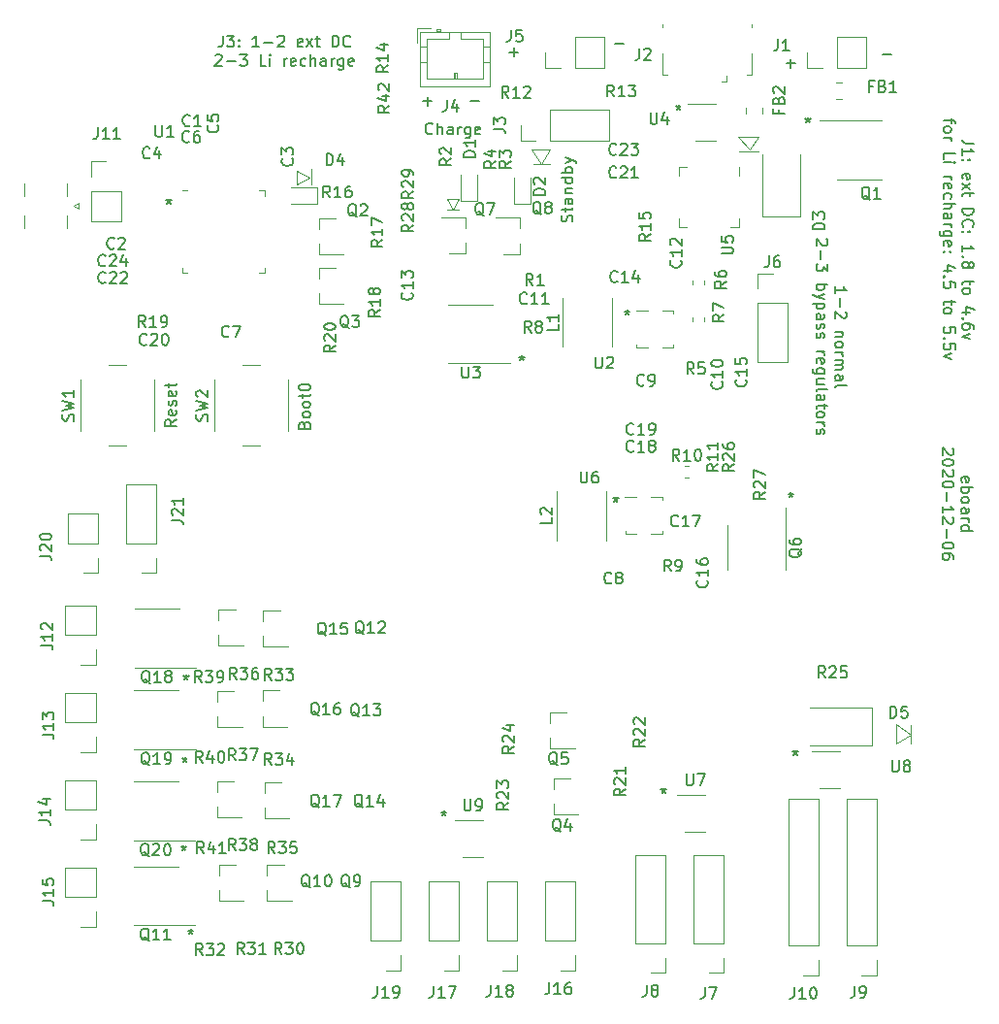
<source format=gbr>
G04 #@! TF.GenerationSoftware,KiCad,Pcbnew,5.1.5+dfsg1-2build2*
G04 #@! TF.CreationDate,2020-12-06T21:31:10-05:00*
G04 #@! TF.ProjectId,eboard,65626f61-7264-42e6-9b69-6361645f7063,rev?*
G04 #@! TF.SameCoordinates,Original*
G04 #@! TF.FileFunction,Legend,Top*
G04 #@! TF.FilePolarity,Positive*
%FSLAX46Y46*%
G04 Gerber Fmt 4.6, Leading zero omitted, Abs format (unit mm)*
G04 Created by KiCad (PCBNEW 5.1.5+dfsg1-2build2) date 2020-12-06 21:31:10*
%MOMM*%
%LPD*%
G04 APERTURE LIST*
%ADD10C,0.150000*%
%ADD11C,0.120000*%
G04 APERTURE END LIST*
D10*
X53700000Y-87252380D02*
X53700000Y-87490476D01*
X53461904Y-87395238D02*
X53700000Y-87490476D01*
X53938095Y-87395238D01*
X53557142Y-87680952D02*
X53700000Y-87490476D01*
X53842857Y-87680952D01*
X53600000Y-94452380D02*
X53600000Y-94690476D01*
X53361904Y-94595238D02*
X53600000Y-94690476D01*
X53838095Y-94595238D01*
X53457142Y-94880952D02*
X53600000Y-94690476D01*
X53742857Y-94880952D01*
X53500000Y-102152380D02*
X53500000Y-102390476D01*
X53261904Y-102295238D02*
X53500000Y-102390476D01*
X53738095Y-102295238D01*
X53357142Y-102580952D02*
X53500000Y-102390476D01*
X53642857Y-102580952D01*
X54100000Y-109452380D02*
X54100000Y-109690476D01*
X53861904Y-109595238D02*
X54100000Y-109690476D01*
X54338095Y-109595238D01*
X53957142Y-109880952D02*
X54100000Y-109690476D01*
X54242857Y-109880952D01*
X76200000Y-99152380D02*
X76200000Y-99390476D01*
X75961904Y-99295238D02*
X76200000Y-99390476D01*
X76438095Y-99295238D01*
X76057142Y-99580952D02*
X76200000Y-99390476D01*
X76342857Y-99580952D01*
X95400000Y-97152380D02*
X95400000Y-97390476D01*
X95161904Y-97295238D02*
X95400000Y-97390476D01*
X95638095Y-97295238D01*
X95257142Y-97580952D02*
X95400000Y-97390476D01*
X95542857Y-97580952D01*
D11*
X117000000Y-91700000D02*
X117000000Y-93300000D01*
X117000000Y-92500000D02*
X115700000Y-91600000D01*
X115700000Y-93300000D02*
X117000000Y-92500000D01*
X115700000Y-91600000D02*
X115700000Y-93300000D01*
D10*
X106900000Y-93852380D02*
X106900000Y-94090476D01*
X106661904Y-93995238D02*
X106900000Y-94090476D01*
X107138095Y-93995238D01*
X106757142Y-94280952D02*
X106900000Y-94090476D01*
X107042857Y-94280952D01*
X106500000Y-71352380D02*
X106500000Y-71590476D01*
X106261904Y-71495238D02*
X106500000Y-71590476D01*
X106738095Y-71495238D01*
X106357142Y-71780952D02*
X106500000Y-71590476D01*
X106642857Y-71780952D01*
X91200000Y-71752380D02*
X91200000Y-71990476D01*
X90961904Y-71895238D02*
X91200000Y-71990476D01*
X91438095Y-71895238D01*
X91057142Y-72180952D02*
X91200000Y-71990476D01*
X91342857Y-72180952D01*
D11*
X103700000Y-41600000D02*
X102000000Y-41600000D01*
X102900000Y-41500000D02*
X101900000Y-40400000D01*
X103700000Y-40400000D02*
X102900000Y-41500000D01*
X101900000Y-40400000D02*
X103700000Y-40400000D01*
D10*
X108000000Y-38652380D02*
X108000000Y-38890476D01*
X107761904Y-38795238D02*
X108000000Y-38890476D01*
X108238095Y-38795238D01*
X107857142Y-39080952D02*
X108000000Y-38890476D01*
X108142857Y-39080952D01*
X96700000Y-37552380D02*
X96700000Y-37790476D01*
X96461904Y-37695238D02*
X96700000Y-37790476D01*
X96938095Y-37695238D01*
X96557142Y-37980952D02*
X96700000Y-37790476D01*
X96842857Y-37980952D01*
X92200000Y-55452380D02*
X92200000Y-55690476D01*
X91961904Y-55595238D02*
X92200000Y-55690476D01*
X92438095Y-55595238D01*
X92057142Y-55880952D02*
X92200000Y-55690476D01*
X92342857Y-55880952D01*
X83000000Y-59452380D02*
X83000000Y-59690476D01*
X82761904Y-59595238D02*
X83000000Y-59690476D01*
X83238095Y-59595238D01*
X82857142Y-59880952D02*
X83000000Y-59690476D01*
X83142857Y-59880952D01*
D11*
X84000000Y-42700000D02*
X85500000Y-42700000D01*
X84700000Y-42700000D02*
X83900000Y-41500000D01*
X85500000Y-41500000D02*
X84700000Y-42700000D01*
X83900000Y-41500000D02*
X85500000Y-41500000D01*
X76500000Y-46700000D02*
X77500000Y-46700000D01*
X77000000Y-46700000D02*
X77500000Y-45800000D01*
X76500000Y-45800000D02*
X77000000Y-46700000D01*
X77500000Y-45800000D02*
X76500000Y-45800000D01*
X64600000Y-43200000D02*
X64600000Y-44500000D01*
X64500000Y-43900000D02*
X63400000Y-43300000D01*
X63400000Y-44500000D02*
X64500000Y-43900000D01*
X63400000Y-43300000D02*
X63400000Y-44500000D01*
D10*
X52200000Y-45752380D02*
X52200000Y-45990476D01*
X51961904Y-45895238D02*
X52200000Y-45990476D01*
X52438095Y-45895238D01*
X52057142Y-46180952D02*
X52200000Y-45990476D01*
X52342857Y-46180952D01*
X121420238Y-70471428D02*
X121372619Y-70376190D01*
X121372619Y-70185714D01*
X121420238Y-70090476D01*
X121515476Y-70042857D01*
X121896428Y-70042857D01*
X121991666Y-70090476D01*
X122039285Y-70185714D01*
X122039285Y-70376190D01*
X121991666Y-70471428D01*
X121896428Y-70519047D01*
X121801190Y-70519047D01*
X121705952Y-70042857D01*
X121372619Y-70947619D02*
X122372619Y-70947619D01*
X121991666Y-70947619D02*
X122039285Y-71042857D01*
X122039285Y-71233333D01*
X121991666Y-71328571D01*
X121944047Y-71376190D01*
X121848809Y-71423809D01*
X121563095Y-71423809D01*
X121467857Y-71376190D01*
X121420238Y-71328571D01*
X121372619Y-71233333D01*
X121372619Y-71042857D01*
X121420238Y-70947619D01*
X121372619Y-71995238D02*
X121420238Y-71900000D01*
X121467857Y-71852380D01*
X121563095Y-71804761D01*
X121848809Y-71804761D01*
X121944047Y-71852380D01*
X121991666Y-71900000D01*
X122039285Y-71995238D01*
X122039285Y-72138095D01*
X121991666Y-72233333D01*
X121944047Y-72280952D01*
X121848809Y-72328571D01*
X121563095Y-72328571D01*
X121467857Y-72280952D01*
X121420238Y-72233333D01*
X121372619Y-72138095D01*
X121372619Y-71995238D01*
X121372619Y-73185714D02*
X121896428Y-73185714D01*
X121991666Y-73138095D01*
X122039285Y-73042857D01*
X122039285Y-72852380D01*
X121991666Y-72757142D01*
X121420238Y-73185714D02*
X121372619Y-73090476D01*
X121372619Y-72852380D01*
X121420238Y-72757142D01*
X121515476Y-72709523D01*
X121610714Y-72709523D01*
X121705952Y-72757142D01*
X121753571Y-72852380D01*
X121753571Y-73090476D01*
X121801190Y-73185714D01*
X121372619Y-73661904D02*
X122039285Y-73661904D01*
X121848809Y-73661904D02*
X121944047Y-73709523D01*
X121991666Y-73757142D01*
X122039285Y-73852380D01*
X122039285Y-73947619D01*
X121372619Y-74709523D02*
X122372619Y-74709523D01*
X121420238Y-74709523D02*
X121372619Y-74614285D01*
X121372619Y-74423809D01*
X121420238Y-74328571D01*
X121467857Y-74280952D01*
X121563095Y-74233333D01*
X121848809Y-74233333D01*
X121944047Y-74280952D01*
X121991666Y-74328571D01*
X122039285Y-74423809D01*
X122039285Y-74614285D01*
X121991666Y-74709523D01*
X120627380Y-67542857D02*
X120675000Y-67590476D01*
X120722619Y-67685714D01*
X120722619Y-67923809D01*
X120675000Y-68019047D01*
X120627380Y-68066666D01*
X120532142Y-68114285D01*
X120436904Y-68114285D01*
X120294047Y-68066666D01*
X119722619Y-67495238D01*
X119722619Y-68114285D01*
X120722619Y-68733333D02*
X120722619Y-68828571D01*
X120675000Y-68923809D01*
X120627380Y-68971428D01*
X120532142Y-69019047D01*
X120341666Y-69066666D01*
X120103571Y-69066666D01*
X119913095Y-69019047D01*
X119817857Y-68971428D01*
X119770238Y-68923809D01*
X119722619Y-68828571D01*
X119722619Y-68733333D01*
X119770238Y-68638095D01*
X119817857Y-68590476D01*
X119913095Y-68542857D01*
X120103571Y-68495238D01*
X120341666Y-68495238D01*
X120532142Y-68542857D01*
X120627380Y-68590476D01*
X120675000Y-68638095D01*
X120722619Y-68733333D01*
X120627380Y-69447619D02*
X120675000Y-69495238D01*
X120722619Y-69590476D01*
X120722619Y-69828571D01*
X120675000Y-69923809D01*
X120627380Y-69971428D01*
X120532142Y-70019047D01*
X120436904Y-70019047D01*
X120294047Y-69971428D01*
X119722619Y-69400000D01*
X119722619Y-70019047D01*
X120722619Y-70638095D02*
X120722619Y-70733333D01*
X120675000Y-70828571D01*
X120627380Y-70876190D01*
X120532142Y-70923809D01*
X120341666Y-70971428D01*
X120103571Y-70971428D01*
X119913095Y-70923809D01*
X119817857Y-70876190D01*
X119770238Y-70828571D01*
X119722619Y-70733333D01*
X119722619Y-70638095D01*
X119770238Y-70542857D01*
X119817857Y-70495238D01*
X119913095Y-70447619D01*
X120103571Y-70400000D01*
X120341666Y-70400000D01*
X120532142Y-70447619D01*
X120627380Y-70495238D01*
X120675000Y-70542857D01*
X120722619Y-70638095D01*
X120103571Y-71400000D02*
X120103571Y-72161904D01*
X119722619Y-73161904D02*
X119722619Y-72590476D01*
X119722619Y-72876190D02*
X120722619Y-72876190D01*
X120579761Y-72780952D01*
X120484523Y-72685714D01*
X120436904Y-72590476D01*
X120627380Y-73542857D02*
X120675000Y-73590476D01*
X120722619Y-73685714D01*
X120722619Y-73923809D01*
X120675000Y-74019047D01*
X120627380Y-74066666D01*
X120532142Y-74114285D01*
X120436904Y-74114285D01*
X120294047Y-74066666D01*
X119722619Y-73495238D01*
X119722619Y-74114285D01*
X120103571Y-74542857D02*
X120103571Y-75304761D01*
X120722619Y-75971428D02*
X120722619Y-76066666D01*
X120675000Y-76161904D01*
X120627380Y-76209523D01*
X120532142Y-76257142D01*
X120341666Y-76304761D01*
X120103571Y-76304761D01*
X119913095Y-76257142D01*
X119817857Y-76209523D01*
X119770238Y-76161904D01*
X119722619Y-76066666D01*
X119722619Y-75971428D01*
X119770238Y-75876190D01*
X119817857Y-75828571D01*
X119913095Y-75780952D01*
X120103571Y-75733333D01*
X120341666Y-75733333D01*
X120532142Y-75780952D01*
X120627380Y-75828571D01*
X120675000Y-75876190D01*
X120722619Y-75971428D01*
X120722619Y-77161904D02*
X120722619Y-76971428D01*
X120675000Y-76876190D01*
X120627380Y-76828571D01*
X120484523Y-76733333D01*
X120294047Y-76685714D01*
X119913095Y-76685714D01*
X119817857Y-76733333D01*
X119770238Y-76780952D01*
X119722619Y-76876190D01*
X119722619Y-77066666D01*
X119770238Y-77161904D01*
X119817857Y-77209523D01*
X119913095Y-77257142D01*
X120151190Y-77257142D01*
X120246428Y-77209523D01*
X120294047Y-77161904D01*
X120341666Y-77066666D01*
X120341666Y-76876190D01*
X120294047Y-76780952D01*
X120246428Y-76733333D01*
X120151190Y-76685714D01*
X87404761Y-47761904D02*
X87452380Y-47619047D01*
X87452380Y-47380952D01*
X87404761Y-47285714D01*
X87357142Y-47238095D01*
X87261904Y-47190476D01*
X87166666Y-47190476D01*
X87071428Y-47238095D01*
X87023809Y-47285714D01*
X86976190Y-47380952D01*
X86928571Y-47571428D01*
X86880952Y-47666666D01*
X86833333Y-47714285D01*
X86738095Y-47761904D01*
X86642857Y-47761904D01*
X86547619Y-47714285D01*
X86500000Y-47666666D01*
X86452380Y-47571428D01*
X86452380Y-47333333D01*
X86500000Y-47190476D01*
X86785714Y-46904761D02*
X86785714Y-46523809D01*
X86452380Y-46761904D02*
X87309523Y-46761904D01*
X87404761Y-46714285D01*
X87452380Y-46619047D01*
X87452380Y-46523809D01*
X87452380Y-45761904D02*
X86928571Y-45761904D01*
X86833333Y-45809523D01*
X86785714Y-45904761D01*
X86785714Y-46095238D01*
X86833333Y-46190476D01*
X87404761Y-45761904D02*
X87452380Y-45857142D01*
X87452380Y-46095238D01*
X87404761Y-46190476D01*
X87309523Y-46238095D01*
X87214285Y-46238095D01*
X87119047Y-46190476D01*
X87071428Y-46095238D01*
X87071428Y-45857142D01*
X87023809Y-45761904D01*
X86785714Y-45285714D02*
X87452380Y-45285714D01*
X86880952Y-45285714D02*
X86833333Y-45238095D01*
X86785714Y-45142857D01*
X86785714Y-45000000D01*
X86833333Y-44904761D01*
X86928571Y-44857142D01*
X87452380Y-44857142D01*
X87452380Y-43952380D02*
X86452380Y-43952380D01*
X87404761Y-43952380D02*
X87452380Y-44047619D01*
X87452380Y-44238095D01*
X87404761Y-44333333D01*
X87357142Y-44380952D01*
X87261904Y-44428571D01*
X86976190Y-44428571D01*
X86880952Y-44380952D01*
X86833333Y-44333333D01*
X86785714Y-44238095D01*
X86785714Y-44047619D01*
X86833333Y-43952380D01*
X87452380Y-43476190D02*
X86452380Y-43476190D01*
X86833333Y-43476190D02*
X86785714Y-43380952D01*
X86785714Y-43190476D01*
X86833333Y-43095238D01*
X86880952Y-43047619D01*
X86976190Y-43000000D01*
X87261904Y-43000000D01*
X87357142Y-43047619D01*
X87404761Y-43095238D01*
X87452380Y-43190476D01*
X87452380Y-43380952D01*
X87404761Y-43476190D01*
X86785714Y-42666666D02*
X87452380Y-42428571D01*
X86785714Y-42190476D02*
X87452380Y-42428571D01*
X87690476Y-42523809D01*
X87738095Y-42571428D01*
X87785714Y-42666666D01*
X75214285Y-40057142D02*
X75166666Y-40104761D01*
X75023809Y-40152380D01*
X74928571Y-40152380D01*
X74785714Y-40104761D01*
X74690476Y-40009523D01*
X74642857Y-39914285D01*
X74595238Y-39723809D01*
X74595238Y-39580952D01*
X74642857Y-39390476D01*
X74690476Y-39295238D01*
X74785714Y-39200000D01*
X74928571Y-39152380D01*
X75023809Y-39152380D01*
X75166666Y-39200000D01*
X75214285Y-39247619D01*
X75642857Y-40152380D02*
X75642857Y-39152380D01*
X76071428Y-40152380D02*
X76071428Y-39628571D01*
X76023809Y-39533333D01*
X75928571Y-39485714D01*
X75785714Y-39485714D01*
X75690476Y-39533333D01*
X75642857Y-39580952D01*
X76976190Y-40152380D02*
X76976190Y-39628571D01*
X76928571Y-39533333D01*
X76833333Y-39485714D01*
X76642857Y-39485714D01*
X76547619Y-39533333D01*
X76976190Y-40104761D02*
X76880952Y-40152380D01*
X76642857Y-40152380D01*
X76547619Y-40104761D01*
X76500000Y-40009523D01*
X76500000Y-39914285D01*
X76547619Y-39819047D01*
X76642857Y-39771428D01*
X76880952Y-39771428D01*
X76976190Y-39723809D01*
X77452380Y-40152380D02*
X77452380Y-39485714D01*
X77452380Y-39676190D02*
X77500000Y-39580952D01*
X77547619Y-39533333D01*
X77642857Y-39485714D01*
X77738095Y-39485714D01*
X78500000Y-39485714D02*
X78500000Y-40295238D01*
X78452380Y-40390476D01*
X78404761Y-40438095D01*
X78309523Y-40485714D01*
X78166666Y-40485714D01*
X78071428Y-40438095D01*
X78500000Y-40104761D02*
X78404761Y-40152380D01*
X78214285Y-40152380D01*
X78119047Y-40104761D01*
X78071428Y-40057142D01*
X78023809Y-39961904D01*
X78023809Y-39676190D01*
X78071428Y-39580952D01*
X78119047Y-39533333D01*
X78214285Y-39485714D01*
X78404761Y-39485714D01*
X78500000Y-39533333D01*
X79357142Y-40104761D02*
X79261904Y-40152380D01*
X79071428Y-40152380D01*
X78976190Y-40104761D01*
X78928571Y-40009523D01*
X78928571Y-39628571D01*
X78976190Y-39533333D01*
X79071428Y-39485714D01*
X79261904Y-39485714D01*
X79357142Y-39533333D01*
X79404761Y-39628571D01*
X79404761Y-39723809D01*
X78928571Y-39819047D01*
X64028571Y-65495238D02*
X64076190Y-65352380D01*
X64123809Y-65304761D01*
X64219047Y-65257142D01*
X64361904Y-65257142D01*
X64457142Y-65304761D01*
X64504761Y-65352380D01*
X64552380Y-65447619D01*
X64552380Y-65828571D01*
X63552380Y-65828571D01*
X63552380Y-65495238D01*
X63600000Y-65400000D01*
X63647619Y-65352380D01*
X63742857Y-65304761D01*
X63838095Y-65304761D01*
X63933333Y-65352380D01*
X63980952Y-65400000D01*
X64028571Y-65495238D01*
X64028571Y-65828571D01*
X64552380Y-64685714D02*
X64504761Y-64780952D01*
X64457142Y-64828571D01*
X64361904Y-64876190D01*
X64076190Y-64876190D01*
X63980952Y-64828571D01*
X63933333Y-64780952D01*
X63885714Y-64685714D01*
X63885714Y-64542857D01*
X63933333Y-64447619D01*
X63980952Y-64400000D01*
X64076190Y-64352380D01*
X64361904Y-64352380D01*
X64457142Y-64400000D01*
X64504761Y-64447619D01*
X64552380Y-64542857D01*
X64552380Y-64685714D01*
X64552380Y-63780952D02*
X64504761Y-63876190D01*
X64457142Y-63923809D01*
X64361904Y-63971428D01*
X64076190Y-63971428D01*
X63980952Y-63923809D01*
X63933333Y-63876190D01*
X63885714Y-63780952D01*
X63885714Y-63638095D01*
X63933333Y-63542857D01*
X63980952Y-63495238D01*
X64076190Y-63447619D01*
X64361904Y-63447619D01*
X64457142Y-63495238D01*
X64504761Y-63542857D01*
X64552380Y-63638095D01*
X64552380Y-63780952D01*
X63885714Y-63161904D02*
X63885714Y-62780952D01*
X63552380Y-63019047D02*
X64409523Y-63019047D01*
X64504761Y-62971428D01*
X64552380Y-62876190D01*
X64552380Y-62780952D01*
X63552380Y-62257142D02*
X63552380Y-62161904D01*
X63600000Y-62066666D01*
X63647619Y-62019047D01*
X63742857Y-61971428D01*
X63933333Y-61923809D01*
X64171428Y-61923809D01*
X64361904Y-61971428D01*
X64457142Y-62019047D01*
X64504761Y-62066666D01*
X64552380Y-62161904D01*
X64552380Y-62257142D01*
X64504761Y-62352380D01*
X64457142Y-62400000D01*
X64361904Y-62447619D01*
X64171428Y-62495238D01*
X63933333Y-62495238D01*
X63742857Y-62447619D01*
X63647619Y-62400000D01*
X63600000Y-62352380D01*
X63552380Y-62257142D01*
X52852380Y-65038095D02*
X52376190Y-65371428D01*
X52852380Y-65609523D02*
X51852380Y-65609523D01*
X51852380Y-65228571D01*
X51900000Y-65133333D01*
X51947619Y-65085714D01*
X52042857Y-65038095D01*
X52185714Y-65038095D01*
X52280952Y-65085714D01*
X52328571Y-65133333D01*
X52376190Y-65228571D01*
X52376190Y-65609523D01*
X52804761Y-64228571D02*
X52852380Y-64323809D01*
X52852380Y-64514285D01*
X52804761Y-64609523D01*
X52709523Y-64657142D01*
X52328571Y-64657142D01*
X52233333Y-64609523D01*
X52185714Y-64514285D01*
X52185714Y-64323809D01*
X52233333Y-64228571D01*
X52328571Y-64180952D01*
X52423809Y-64180952D01*
X52519047Y-64657142D01*
X52804761Y-63800000D02*
X52852380Y-63704761D01*
X52852380Y-63514285D01*
X52804761Y-63419047D01*
X52709523Y-63371428D01*
X52661904Y-63371428D01*
X52566666Y-63419047D01*
X52519047Y-63514285D01*
X52519047Y-63657142D01*
X52471428Y-63752380D01*
X52376190Y-63800000D01*
X52328571Y-63800000D01*
X52233333Y-63752380D01*
X52185714Y-63657142D01*
X52185714Y-63514285D01*
X52233333Y-63419047D01*
X52804761Y-62561904D02*
X52852380Y-62657142D01*
X52852380Y-62847619D01*
X52804761Y-62942857D01*
X52709523Y-62990476D01*
X52328571Y-62990476D01*
X52233333Y-62942857D01*
X52185714Y-62847619D01*
X52185714Y-62657142D01*
X52233333Y-62561904D01*
X52328571Y-62514285D01*
X52423809Y-62514285D01*
X52519047Y-62990476D01*
X52185714Y-62228571D02*
X52185714Y-61847619D01*
X51852380Y-62085714D02*
X52709523Y-62085714D01*
X52804761Y-62038095D01*
X52852380Y-61942857D01*
X52852380Y-61847619D01*
X110372619Y-54014285D02*
X110372619Y-53442857D01*
X110372619Y-53728571D02*
X111372619Y-53728571D01*
X111229761Y-53633333D01*
X111134523Y-53538095D01*
X111086904Y-53442857D01*
X110753571Y-54442857D02*
X110753571Y-55204761D01*
X111277380Y-55633333D02*
X111325000Y-55680952D01*
X111372619Y-55776190D01*
X111372619Y-56014285D01*
X111325000Y-56109523D01*
X111277380Y-56157142D01*
X111182142Y-56204761D01*
X111086904Y-56204761D01*
X110944047Y-56157142D01*
X110372619Y-55585714D01*
X110372619Y-56204761D01*
X111039285Y-57395238D02*
X110372619Y-57395238D01*
X110944047Y-57395238D02*
X110991666Y-57442857D01*
X111039285Y-57538095D01*
X111039285Y-57680952D01*
X110991666Y-57776190D01*
X110896428Y-57823809D01*
X110372619Y-57823809D01*
X110372619Y-58442857D02*
X110420238Y-58347619D01*
X110467857Y-58300000D01*
X110563095Y-58252380D01*
X110848809Y-58252380D01*
X110944047Y-58300000D01*
X110991666Y-58347619D01*
X111039285Y-58442857D01*
X111039285Y-58585714D01*
X110991666Y-58680952D01*
X110944047Y-58728571D01*
X110848809Y-58776190D01*
X110563095Y-58776190D01*
X110467857Y-58728571D01*
X110420238Y-58680952D01*
X110372619Y-58585714D01*
X110372619Y-58442857D01*
X110372619Y-59204761D02*
X111039285Y-59204761D01*
X110848809Y-59204761D02*
X110944047Y-59252380D01*
X110991666Y-59300000D01*
X111039285Y-59395238D01*
X111039285Y-59490476D01*
X110372619Y-59823809D02*
X111039285Y-59823809D01*
X110944047Y-59823809D02*
X110991666Y-59871428D01*
X111039285Y-59966666D01*
X111039285Y-60109523D01*
X110991666Y-60204761D01*
X110896428Y-60252380D01*
X110372619Y-60252380D01*
X110896428Y-60252380D02*
X110991666Y-60300000D01*
X111039285Y-60395238D01*
X111039285Y-60538095D01*
X110991666Y-60633333D01*
X110896428Y-60680952D01*
X110372619Y-60680952D01*
X110372619Y-61585714D02*
X110896428Y-61585714D01*
X110991666Y-61538095D01*
X111039285Y-61442857D01*
X111039285Y-61252380D01*
X110991666Y-61157142D01*
X110420238Y-61585714D02*
X110372619Y-61490476D01*
X110372619Y-61252380D01*
X110420238Y-61157142D01*
X110515476Y-61109523D01*
X110610714Y-61109523D01*
X110705952Y-61157142D01*
X110753571Y-61252380D01*
X110753571Y-61490476D01*
X110801190Y-61585714D01*
X110372619Y-62204761D02*
X110420238Y-62109523D01*
X110515476Y-62061904D01*
X111372619Y-62061904D01*
X109627380Y-49300000D02*
X109675000Y-49347619D01*
X109722619Y-49442857D01*
X109722619Y-49680952D01*
X109675000Y-49776190D01*
X109627380Y-49823809D01*
X109532142Y-49871428D01*
X109436904Y-49871428D01*
X109294047Y-49823809D01*
X108722619Y-49252380D01*
X108722619Y-49871428D01*
X109103571Y-50300000D02*
X109103571Y-51061904D01*
X109722619Y-51442857D02*
X109722619Y-52061904D01*
X109341666Y-51728571D01*
X109341666Y-51871428D01*
X109294047Y-51966666D01*
X109246428Y-52014285D01*
X109151190Y-52061904D01*
X108913095Y-52061904D01*
X108817857Y-52014285D01*
X108770238Y-51966666D01*
X108722619Y-51871428D01*
X108722619Y-51585714D01*
X108770238Y-51490476D01*
X108817857Y-51442857D01*
X108722619Y-53252380D02*
X109722619Y-53252380D01*
X109341666Y-53252380D02*
X109389285Y-53347619D01*
X109389285Y-53538095D01*
X109341666Y-53633333D01*
X109294047Y-53680952D01*
X109198809Y-53728571D01*
X108913095Y-53728571D01*
X108817857Y-53680952D01*
X108770238Y-53633333D01*
X108722619Y-53538095D01*
X108722619Y-53347619D01*
X108770238Y-53252380D01*
X109389285Y-54061904D02*
X108722619Y-54300000D01*
X109389285Y-54538095D02*
X108722619Y-54300000D01*
X108484523Y-54204761D01*
X108436904Y-54157142D01*
X108389285Y-54061904D01*
X109389285Y-54919047D02*
X108389285Y-54919047D01*
X109341666Y-54919047D02*
X109389285Y-55014285D01*
X109389285Y-55204761D01*
X109341666Y-55300000D01*
X109294047Y-55347619D01*
X109198809Y-55395238D01*
X108913095Y-55395238D01*
X108817857Y-55347619D01*
X108770238Y-55300000D01*
X108722619Y-55204761D01*
X108722619Y-55014285D01*
X108770238Y-54919047D01*
X108722619Y-56252380D02*
X109246428Y-56252380D01*
X109341666Y-56204761D01*
X109389285Y-56109523D01*
X109389285Y-55919047D01*
X109341666Y-55823809D01*
X108770238Y-56252380D02*
X108722619Y-56157142D01*
X108722619Y-55919047D01*
X108770238Y-55823809D01*
X108865476Y-55776190D01*
X108960714Y-55776190D01*
X109055952Y-55823809D01*
X109103571Y-55919047D01*
X109103571Y-56157142D01*
X109151190Y-56252380D01*
X108770238Y-56680952D02*
X108722619Y-56776190D01*
X108722619Y-56966666D01*
X108770238Y-57061904D01*
X108865476Y-57109523D01*
X108913095Y-57109523D01*
X109008333Y-57061904D01*
X109055952Y-56966666D01*
X109055952Y-56823809D01*
X109103571Y-56728571D01*
X109198809Y-56680952D01*
X109246428Y-56680952D01*
X109341666Y-56728571D01*
X109389285Y-56823809D01*
X109389285Y-56966666D01*
X109341666Y-57061904D01*
X108770238Y-57490476D02*
X108722619Y-57585714D01*
X108722619Y-57776190D01*
X108770238Y-57871428D01*
X108865476Y-57919047D01*
X108913095Y-57919047D01*
X109008333Y-57871428D01*
X109055952Y-57776190D01*
X109055952Y-57633333D01*
X109103571Y-57538095D01*
X109198809Y-57490476D01*
X109246428Y-57490476D01*
X109341666Y-57538095D01*
X109389285Y-57633333D01*
X109389285Y-57776190D01*
X109341666Y-57871428D01*
X108722619Y-59109523D02*
X109389285Y-59109523D01*
X109198809Y-59109523D02*
X109294047Y-59157142D01*
X109341666Y-59204761D01*
X109389285Y-59300000D01*
X109389285Y-59395238D01*
X108770238Y-60109523D02*
X108722619Y-60014285D01*
X108722619Y-59823809D01*
X108770238Y-59728571D01*
X108865476Y-59680952D01*
X109246428Y-59680952D01*
X109341666Y-59728571D01*
X109389285Y-59823809D01*
X109389285Y-60014285D01*
X109341666Y-60109523D01*
X109246428Y-60157142D01*
X109151190Y-60157142D01*
X109055952Y-59680952D01*
X109389285Y-61014285D02*
X108579761Y-61014285D01*
X108484523Y-60966666D01*
X108436904Y-60919047D01*
X108389285Y-60823809D01*
X108389285Y-60680952D01*
X108436904Y-60585714D01*
X108770238Y-61014285D02*
X108722619Y-60919047D01*
X108722619Y-60728571D01*
X108770238Y-60633333D01*
X108817857Y-60585714D01*
X108913095Y-60538095D01*
X109198809Y-60538095D01*
X109294047Y-60585714D01*
X109341666Y-60633333D01*
X109389285Y-60728571D01*
X109389285Y-60919047D01*
X109341666Y-61014285D01*
X109389285Y-61919047D02*
X108722619Y-61919047D01*
X109389285Y-61490476D02*
X108865476Y-61490476D01*
X108770238Y-61538095D01*
X108722619Y-61633333D01*
X108722619Y-61776190D01*
X108770238Y-61871428D01*
X108817857Y-61919047D01*
X108722619Y-62538095D02*
X108770238Y-62442857D01*
X108865476Y-62395238D01*
X109722619Y-62395238D01*
X108722619Y-63347619D02*
X109246428Y-63347619D01*
X109341666Y-63300000D01*
X109389285Y-63204761D01*
X109389285Y-63014285D01*
X109341666Y-62919047D01*
X108770238Y-63347619D02*
X108722619Y-63252380D01*
X108722619Y-63014285D01*
X108770238Y-62919047D01*
X108865476Y-62871428D01*
X108960714Y-62871428D01*
X109055952Y-62919047D01*
X109103571Y-63014285D01*
X109103571Y-63252380D01*
X109151190Y-63347619D01*
X109389285Y-63680952D02*
X109389285Y-64061904D01*
X109722619Y-63823809D02*
X108865476Y-63823809D01*
X108770238Y-63871428D01*
X108722619Y-63966666D01*
X108722619Y-64061904D01*
X108722619Y-64538095D02*
X108770238Y-64442857D01*
X108817857Y-64395238D01*
X108913095Y-64347619D01*
X109198809Y-64347619D01*
X109294047Y-64395238D01*
X109341666Y-64442857D01*
X109389285Y-64538095D01*
X109389285Y-64680952D01*
X109341666Y-64776190D01*
X109294047Y-64823809D01*
X109198809Y-64871428D01*
X108913095Y-64871428D01*
X108817857Y-64823809D01*
X108770238Y-64776190D01*
X108722619Y-64680952D01*
X108722619Y-64538095D01*
X108722619Y-65300000D02*
X109389285Y-65300000D01*
X109198809Y-65300000D02*
X109294047Y-65347619D01*
X109341666Y-65395238D01*
X109389285Y-65490476D01*
X109389285Y-65585714D01*
X108770238Y-65871428D02*
X108722619Y-65966666D01*
X108722619Y-66157142D01*
X108770238Y-66252380D01*
X108865476Y-66300000D01*
X108913095Y-66300000D01*
X109008333Y-66252380D01*
X109055952Y-66157142D01*
X109055952Y-66014285D01*
X109103571Y-65919047D01*
X109198809Y-65871428D01*
X109246428Y-65871428D01*
X109341666Y-65919047D01*
X109389285Y-66014285D01*
X109389285Y-66157142D01*
X109341666Y-66252380D01*
X114519047Y-33171428D02*
X115280952Y-33171428D01*
X106119047Y-33971428D02*
X106880952Y-33971428D01*
X106500000Y-34352380D02*
X106500000Y-33590476D01*
X122472619Y-40966666D02*
X121758333Y-40966666D01*
X121615476Y-40919047D01*
X121520238Y-40823809D01*
X121472619Y-40680952D01*
X121472619Y-40585714D01*
X121472619Y-41966666D02*
X121472619Y-41395238D01*
X121472619Y-41680952D02*
X122472619Y-41680952D01*
X122329761Y-41585714D01*
X122234523Y-41490476D01*
X122186904Y-41395238D01*
X121567857Y-42395238D02*
X121520238Y-42442857D01*
X121472619Y-42395238D01*
X121520238Y-42347619D01*
X121567857Y-42395238D01*
X121472619Y-42395238D01*
X122091666Y-42395238D02*
X122044047Y-42442857D01*
X121996428Y-42395238D01*
X122044047Y-42347619D01*
X122091666Y-42395238D01*
X121996428Y-42395238D01*
X121520238Y-44014285D02*
X121472619Y-43919047D01*
X121472619Y-43728571D01*
X121520238Y-43633333D01*
X121615476Y-43585714D01*
X121996428Y-43585714D01*
X122091666Y-43633333D01*
X122139285Y-43728571D01*
X122139285Y-43919047D01*
X122091666Y-44014285D01*
X121996428Y-44061904D01*
X121901190Y-44061904D01*
X121805952Y-43585714D01*
X121472619Y-44395238D02*
X122139285Y-44919047D01*
X122139285Y-44395238D02*
X121472619Y-44919047D01*
X122139285Y-45157142D02*
X122139285Y-45538095D01*
X122472619Y-45300000D02*
X121615476Y-45300000D01*
X121520238Y-45347619D01*
X121472619Y-45442857D01*
X121472619Y-45538095D01*
X121472619Y-46633333D02*
X122472619Y-46633333D01*
X122472619Y-46871428D01*
X122425000Y-47014285D01*
X122329761Y-47109523D01*
X122234523Y-47157142D01*
X122044047Y-47204761D01*
X121901190Y-47204761D01*
X121710714Y-47157142D01*
X121615476Y-47109523D01*
X121520238Y-47014285D01*
X121472619Y-46871428D01*
X121472619Y-46633333D01*
X121567857Y-48204761D02*
X121520238Y-48157142D01*
X121472619Y-48014285D01*
X121472619Y-47919047D01*
X121520238Y-47776190D01*
X121615476Y-47680952D01*
X121710714Y-47633333D01*
X121901190Y-47585714D01*
X122044047Y-47585714D01*
X122234523Y-47633333D01*
X122329761Y-47680952D01*
X122425000Y-47776190D01*
X122472619Y-47919047D01*
X122472619Y-48014285D01*
X122425000Y-48157142D01*
X122377380Y-48204761D01*
X121567857Y-48633333D02*
X121520238Y-48680952D01*
X121472619Y-48633333D01*
X121520238Y-48585714D01*
X121567857Y-48633333D01*
X121472619Y-48633333D01*
X122091666Y-48633333D02*
X122044047Y-48680952D01*
X121996428Y-48633333D01*
X122044047Y-48585714D01*
X122091666Y-48633333D01*
X121996428Y-48633333D01*
X121472619Y-50395238D02*
X121472619Y-49823809D01*
X121472619Y-50109523D02*
X122472619Y-50109523D01*
X122329761Y-50014285D01*
X122234523Y-49919047D01*
X122186904Y-49823809D01*
X121567857Y-50823809D02*
X121520238Y-50871428D01*
X121472619Y-50823809D01*
X121520238Y-50776190D01*
X121567857Y-50823809D01*
X121472619Y-50823809D01*
X122044047Y-51442857D02*
X122091666Y-51347619D01*
X122139285Y-51300000D01*
X122234523Y-51252380D01*
X122282142Y-51252380D01*
X122377380Y-51300000D01*
X122425000Y-51347619D01*
X122472619Y-51442857D01*
X122472619Y-51633333D01*
X122425000Y-51728571D01*
X122377380Y-51776190D01*
X122282142Y-51823809D01*
X122234523Y-51823809D01*
X122139285Y-51776190D01*
X122091666Y-51728571D01*
X122044047Y-51633333D01*
X122044047Y-51442857D01*
X121996428Y-51347619D01*
X121948809Y-51300000D01*
X121853571Y-51252380D01*
X121663095Y-51252380D01*
X121567857Y-51300000D01*
X121520238Y-51347619D01*
X121472619Y-51442857D01*
X121472619Y-51633333D01*
X121520238Y-51728571D01*
X121567857Y-51776190D01*
X121663095Y-51823809D01*
X121853571Y-51823809D01*
X121948809Y-51776190D01*
X121996428Y-51728571D01*
X122044047Y-51633333D01*
X122139285Y-52871428D02*
X122139285Y-53252380D01*
X122472619Y-53014285D02*
X121615476Y-53014285D01*
X121520238Y-53061904D01*
X121472619Y-53157142D01*
X121472619Y-53252380D01*
X121472619Y-53728571D02*
X121520238Y-53633333D01*
X121567857Y-53585714D01*
X121663095Y-53538095D01*
X121948809Y-53538095D01*
X122044047Y-53585714D01*
X122091666Y-53633333D01*
X122139285Y-53728571D01*
X122139285Y-53871428D01*
X122091666Y-53966666D01*
X122044047Y-54014285D01*
X121948809Y-54061904D01*
X121663095Y-54061904D01*
X121567857Y-54014285D01*
X121520238Y-53966666D01*
X121472619Y-53871428D01*
X121472619Y-53728571D01*
X122139285Y-55680952D02*
X121472619Y-55680952D01*
X122520238Y-55442857D02*
X121805952Y-55204761D01*
X121805952Y-55823809D01*
X121567857Y-56204761D02*
X121520238Y-56252380D01*
X121472619Y-56204761D01*
X121520238Y-56157142D01*
X121567857Y-56204761D01*
X121472619Y-56204761D01*
X122472619Y-57109523D02*
X122472619Y-56919047D01*
X122425000Y-56823809D01*
X122377380Y-56776190D01*
X122234523Y-56680952D01*
X122044047Y-56633333D01*
X121663095Y-56633333D01*
X121567857Y-56680952D01*
X121520238Y-56728571D01*
X121472619Y-56823809D01*
X121472619Y-57014285D01*
X121520238Y-57109523D01*
X121567857Y-57157142D01*
X121663095Y-57204761D01*
X121901190Y-57204761D01*
X121996428Y-57157142D01*
X122044047Y-57109523D01*
X122091666Y-57014285D01*
X122091666Y-56823809D01*
X122044047Y-56728571D01*
X121996428Y-56680952D01*
X121901190Y-56633333D01*
X122139285Y-57538095D02*
X121472619Y-57776190D01*
X122139285Y-58014285D01*
X120489285Y-38800000D02*
X120489285Y-39180952D01*
X119822619Y-38942857D02*
X120679761Y-38942857D01*
X120775000Y-38990476D01*
X120822619Y-39085714D01*
X120822619Y-39180952D01*
X119822619Y-39657142D02*
X119870238Y-39561904D01*
X119917857Y-39514285D01*
X120013095Y-39466666D01*
X120298809Y-39466666D01*
X120394047Y-39514285D01*
X120441666Y-39561904D01*
X120489285Y-39657142D01*
X120489285Y-39800000D01*
X120441666Y-39895238D01*
X120394047Y-39942857D01*
X120298809Y-39990476D01*
X120013095Y-39990476D01*
X119917857Y-39942857D01*
X119870238Y-39895238D01*
X119822619Y-39800000D01*
X119822619Y-39657142D01*
X119822619Y-40419047D02*
X120489285Y-40419047D01*
X120298809Y-40419047D02*
X120394047Y-40466666D01*
X120441666Y-40514285D01*
X120489285Y-40609523D01*
X120489285Y-40704761D01*
X119822619Y-42276190D02*
X119822619Y-41800000D01*
X120822619Y-41800000D01*
X119822619Y-42609523D02*
X120489285Y-42609523D01*
X120822619Y-42609523D02*
X120775000Y-42561904D01*
X120727380Y-42609523D01*
X120775000Y-42657142D01*
X120822619Y-42609523D01*
X120727380Y-42609523D01*
X119822619Y-43847619D02*
X120489285Y-43847619D01*
X120298809Y-43847619D02*
X120394047Y-43895238D01*
X120441666Y-43942857D01*
X120489285Y-44038095D01*
X120489285Y-44133333D01*
X119870238Y-44847619D02*
X119822619Y-44752380D01*
X119822619Y-44561904D01*
X119870238Y-44466666D01*
X119965476Y-44419047D01*
X120346428Y-44419047D01*
X120441666Y-44466666D01*
X120489285Y-44561904D01*
X120489285Y-44752380D01*
X120441666Y-44847619D01*
X120346428Y-44895238D01*
X120251190Y-44895238D01*
X120155952Y-44419047D01*
X119870238Y-45752380D02*
X119822619Y-45657142D01*
X119822619Y-45466666D01*
X119870238Y-45371428D01*
X119917857Y-45323809D01*
X120013095Y-45276190D01*
X120298809Y-45276190D01*
X120394047Y-45323809D01*
X120441666Y-45371428D01*
X120489285Y-45466666D01*
X120489285Y-45657142D01*
X120441666Y-45752380D01*
X119822619Y-46180952D02*
X120822619Y-46180952D01*
X119822619Y-46609523D02*
X120346428Y-46609523D01*
X120441666Y-46561904D01*
X120489285Y-46466666D01*
X120489285Y-46323809D01*
X120441666Y-46228571D01*
X120394047Y-46180952D01*
X119822619Y-47514285D02*
X120346428Y-47514285D01*
X120441666Y-47466666D01*
X120489285Y-47371428D01*
X120489285Y-47180952D01*
X120441666Y-47085714D01*
X119870238Y-47514285D02*
X119822619Y-47419047D01*
X119822619Y-47180952D01*
X119870238Y-47085714D01*
X119965476Y-47038095D01*
X120060714Y-47038095D01*
X120155952Y-47085714D01*
X120203571Y-47180952D01*
X120203571Y-47419047D01*
X120251190Y-47514285D01*
X119822619Y-47990476D02*
X120489285Y-47990476D01*
X120298809Y-47990476D02*
X120394047Y-48038095D01*
X120441666Y-48085714D01*
X120489285Y-48180952D01*
X120489285Y-48276190D01*
X120489285Y-49038095D02*
X119679761Y-49038095D01*
X119584523Y-48990476D01*
X119536904Y-48942857D01*
X119489285Y-48847619D01*
X119489285Y-48704761D01*
X119536904Y-48609523D01*
X119870238Y-49038095D02*
X119822619Y-48942857D01*
X119822619Y-48752380D01*
X119870238Y-48657142D01*
X119917857Y-48609523D01*
X120013095Y-48561904D01*
X120298809Y-48561904D01*
X120394047Y-48609523D01*
X120441666Y-48657142D01*
X120489285Y-48752380D01*
X120489285Y-48942857D01*
X120441666Y-49038095D01*
X119870238Y-49895238D02*
X119822619Y-49800000D01*
X119822619Y-49609523D01*
X119870238Y-49514285D01*
X119965476Y-49466666D01*
X120346428Y-49466666D01*
X120441666Y-49514285D01*
X120489285Y-49609523D01*
X120489285Y-49800000D01*
X120441666Y-49895238D01*
X120346428Y-49942857D01*
X120251190Y-49942857D01*
X120155952Y-49466666D01*
X119917857Y-50371428D02*
X119870238Y-50419047D01*
X119822619Y-50371428D01*
X119870238Y-50323809D01*
X119917857Y-50371428D01*
X119822619Y-50371428D01*
X120441666Y-50371428D02*
X120394047Y-50419047D01*
X120346428Y-50371428D01*
X120394047Y-50323809D01*
X120441666Y-50371428D01*
X120346428Y-50371428D01*
X120489285Y-52038095D02*
X119822619Y-52038095D01*
X120870238Y-51800000D02*
X120155952Y-51561904D01*
X120155952Y-52180952D01*
X119917857Y-52561904D02*
X119870238Y-52609523D01*
X119822619Y-52561904D01*
X119870238Y-52514285D01*
X119917857Y-52561904D01*
X119822619Y-52561904D01*
X120822619Y-53514285D02*
X120822619Y-53038095D01*
X120346428Y-52990476D01*
X120394047Y-53038095D01*
X120441666Y-53133333D01*
X120441666Y-53371428D01*
X120394047Y-53466666D01*
X120346428Y-53514285D01*
X120251190Y-53561904D01*
X120013095Y-53561904D01*
X119917857Y-53514285D01*
X119870238Y-53466666D01*
X119822619Y-53371428D01*
X119822619Y-53133333D01*
X119870238Y-53038095D01*
X119917857Y-52990476D01*
X120489285Y-54609523D02*
X120489285Y-54990476D01*
X120822619Y-54752380D02*
X119965476Y-54752380D01*
X119870238Y-54800000D01*
X119822619Y-54895238D01*
X119822619Y-54990476D01*
X119822619Y-55466666D02*
X119870238Y-55371428D01*
X119917857Y-55323809D01*
X120013095Y-55276190D01*
X120298809Y-55276190D01*
X120394047Y-55323809D01*
X120441666Y-55371428D01*
X120489285Y-55466666D01*
X120489285Y-55609523D01*
X120441666Y-55704761D01*
X120394047Y-55752380D01*
X120298809Y-55800000D01*
X120013095Y-55800000D01*
X119917857Y-55752380D01*
X119870238Y-55704761D01*
X119822619Y-55609523D01*
X119822619Y-55466666D01*
X120822619Y-57466666D02*
X120822619Y-56990476D01*
X120346428Y-56942857D01*
X120394047Y-56990476D01*
X120441666Y-57085714D01*
X120441666Y-57323809D01*
X120394047Y-57419047D01*
X120346428Y-57466666D01*
X120251190Y-57514285D01*
X120013095Y-57514285D01*
X119917857Y-57466666D01*
X119870238Y-57419047D01*
X119822619Y-57323809D01*
X119822619Y-57085714D01*
X119870238Y-56990476D01*
X119917857Y-56942857D01*
X119917857Y-57942857D02*
X119870238Y-57990476D01*
X119822619Y-57942857D01*
X119870238Y-57895238D01*
X119917857Y-57942857D01*
X119822619Y-57942857D01*
X120822619Y-58895238D02*
X120822619Y-58419047D01*
X120346428Y-58371428D01*
X120394047Y-58419047D01*
X120441666Y-58514285D01*
X120441666Y-58752380D01*
X120394047Y-58847619D01*
X120346428Y-58895238D01*
X120251190Y-58942857D01*
X120013095Y-58942857D01*
X119917857Y-58895238D01*
X119870238Y-58847619D01*
X119822619Y-58752380D01*
X119822619Y-58514285D01*
X119870238Y-58419047D01*
X119917857Y-58371428D01*
X120489285Y-59276190D02*
X119822619Y-59514285D01*
X120489285Y-59752380D01*
X56895238Y-31527380D02*
X56895238Y-32241666D01*
X56847619Y-32384523D01*
X56752380Y-32479761D01*
X56609523Y-32527380D01*
X56514285Y-32527380D01*
X57276190Y-31527380D02*
X57895238Y-31527380D01*
X57561904Y-31908333D01*
X57704761Y-31908333D01*
X57799999Y-31955952D01*
X57847619Y-32003571D01*
X57895238Y-32098809D01*
X57895238Y-32336904D01*
X57847619Y-32432142D01*
X57799999Y-32479761D01*
X57704761Y-32527380D01*
X57419047Y-32527380D01*
X57323809Y-32479761D01*
X57276190Y-32432142D01*
X58323809Y-32432142D02*
X58371428Y-32479761D01*
X58323809Y-32527380D01*
X58276190Y-32479761D01*
X58323809Y-32432142D01*
X58323809Y-32527380D01*
X58323809Y-31908333D02*
X58371428Y-31955952D01*
X58323809Y-32003571D01*
X58276190Y-31955952D01*
X58323809Y-31908333D01*
X58323809Y-32003571D01*
X60085714Y-32527380D02*
X59514285Y-32527380D01*
X59799999Y-32527380D02*
X59799999Y-31527380D01*
X59704761Y-31670238D01*
X59609523Y-31765476D01*
X59514285Y-31813095D01*
X60514285Y-32146428D02*
X61276190Y-32146428D01*
X61704761Y-31622619D02*
X61752380Y-31575000D01*
X61847619Y-31527380D01*
X62085714Y-31527380D01*
X62180952Y-31575000D01*
X62228571Y-31622619D01*
X62276190Y-31717857D01*
X62276190Y-31813095D01*
X62228571Y-31955952D01*
X61657142Y-32527380D01*
X62276190Y-32527380D01*
X63847619Y-32479761D02*
X63752380Y-32527380D01*
X63561904Y-32527380D01*
X63466666Y-32479761D01*
X63419047Y-32384523D01*
X63419047Y-32003571D01*
X63466666Y-31908333D01*
X63561904Y-31860714D01*
X63752380Y-31860714D01*
X63847619Y-31908333D01*
X63895238Y-32003571D01*
X63895238Y-32098809D01*
X63419047Y-32194047D01*
X64228571Y-32527380D02*
X64752380Y-31860714D01*
X64228571Y-31860714D02*
X64752380Y-32527380D01*
X64990476Y-31860714D02*
X65371428Y-31860714D01*
X65133333Y-31527380D02*
X65133333Y-32384523D01*
X65180952Y-32479761D01*
X65276190Y-32527380D01*
X65371428Y-32527380D01*
X66466666Y-32527380D02*
X66466666Y-31527380D01*
X66704761Y-31527380D01*
X66847619Y-31575000D01*
X66942857Y-31670238D01*
X66990476Y-31765476D01*
X67038095Y-31955952D01*
X67038095Y-32098809D01*
X66990476Y-32289285D01*
X66942857Y-32384523D01*
X66847619Y-32479761D01*
X66704761Y-32527380D01*
X66466666Y-32527380D01*
X68038095Y-32432142D02*
X67990476Y-32479761D01*
X67847619Y-32527380D01*
X67752380Y-32527380D01*
X67609523Y-32479761D01*
X67514285Y-32384523D01*
X67466666Y-32289285D01*
X67419047Y-32098809D01*
X67419047Y-31955952D01*
X67466666Y-31765476D01*
X67514285Y-31670238D01*
X67609523Y-31575000D01*
X67752380Y-31527380D01*
X67847619Y-31527380D01*
X67990476Y-31575000D01*
X68038095Y-31622619D01*
X56252380Y-33272619D02*
X56300000Y-33225000D01*
X56395238Y-33177380D01*
X56633333Y-33177380D01*
X56728571Y-33225000D01*
X56776190Y-33272619D01*
X56823809Y-33367857D01*
X56823809Y-33463095D01*
X56776190Y-33605952D01*
X56204761Y-34177380D01*
X56823809Y-34177380D01*
X57252380Y-33796428D02*
X58014285Y-33796428D01*
X58395238Y-33177380D02*
X59014285Y-33177380D01*
X58680952Y-33558333D01*
X58823809Y-33558333D01*
X58919047Y-33605952D01*
X58966666Y-33653571D01*
X59014285Y-33748809D01*
X59014285Y-33986904D01*
X58966666Y-34082142D01*
X58919047Y-34129761D01*
X58823809Y-34177380D01*
X58538095Y-34177380D01*
X58442857Y-34129761D01*
X58395238Y-34082142D01*
X60680952Y-34177380D02*
X60204761Y-34177380D01*
X60204761Y-33177380D01*
X61014285Y-34177380D02*
X61014285Y-33510714D01*
X61014285Y-33177380D02*
X60966666Y-33225000D01*
X61014285Y-33272619D01*
X61061904Y-33225000D01*
X61014285Y-33177380D01*
X61014285Y-33272619D01*
X62252380Y-34177380D02*
X62252380Y-33510714D01*
X62252380Y-33701190D02*
X62300000Y-33605952D01*
X62347619Y-33558333D01*
X62442857Y-33510714D01*
X62538095Y-33510714D01*
X63252380Y-34129761D02*
X63157142Y-34177380D01*
X62966666Y-34177380D01*
X62871428Y-34129761D01*
X62823809Y-34034523D01*
X62823809Y-33653571D01*
X62871428Y-33558333D01*
X62966666Y-33510714D01*
X63157142Y-33510714D01*
X63252380Y-33558333D01*
X63300000Y-33653571D01*
X63300000Y-33748809D01*
X62823809Y-33844047D01*
X64157142Y-34129761D02*
X64061904Y-34177380D01*
X63871428Y-34177380D01*
X63776190Y-34129761D01*
X63728571Y-34082142D01*
X63680952Y-33986904D01*
X63680952Y-33701190D01*
X63728571Y-33605952D01*
X63776190Y-33558333D01*
X63871428Y-33510714D01*
X64061904Y-33510714D01*
X64157142Y-33558333D01*
X64585714Y-34177380D02*
X64585714Y-33177380D01*
X65014285Y-34177380D02*
X65014285Y-33653571D01*
X64966666Y-33558333D01*
X64871428Y-33510714D01*
X64728571Y-33510714D01*
X64633333Y-33558333D01*
X64585714Y-33605952D01*
X65919047Y-34177380D02*
X65919047Y-33653571D01*
X65871428Y-33558333D01*
X65776190Y-33510714D01*
X65585714Y-33510714D01*
X65490476Y-33558333D01*
X65919047Y-34129761D02*
X65823809Y-34177380D01*
X65585714Y-34177380D01*
X65490476Y-34129761D01*
X65442857Y-34034523D01*
X65442857Y-33939285D01*
X65490476Y-33844047D01*
X65585714Y-33796428D01*
X65823809Y-33796428D01*
X65919047Y-33748809D01*
X66395238Y-34177380D02*
X66395238Y-33510714D01*
X66395238Y-33701190D02*
X66442857Y-33605952D01*
X66490476Y-33558333D01*
X66585714Y-33510714D01*
X66680952Y-33510714D01*
X67442857Y-33510714D02*
X67442857Y-34320238D01*
X67395238Y-34415476D01*
X67347619Y-34463095D01*
X67252380Y-34510714D01*
X67109523Y-34510714D01*
X67014285Y-34463095D01*
X67442857Y-34129761D02*
X67347619Y-34177380D01*
X67157142Y-34177380D01*
X67061904Y-34129761D01*
X67014285Y-34082142D01*
X66966666Y-33986904D01*
X66966666Y-33701190D01*
X67014285Y-33605952D01*
X67061904Y-33558333D01*
X67157142Y-33510714D01*
X67347619Y-33510714D01*
X67442857Y-33558333D01*
X68300000Y-34129761D02*
X68204761Y-34177380D01*
X68014285Y-34177380D01*
X67919047Y-34129761D01*
X67871428Y-34034523D01*
X67871428Y-33653571D01*
X67919047Y-33558333D01*
X68014285Y-33510714D01*
X68204761Y-33510714D01*
X68300000Y-33558333D01*
X68347619Y-33653571D01*
X68347619Y-33748809D01*
X67871428Y-33844047D01*
X91119047Y-32271428D02*
X91880952Y-32271428D01*
X81919047Y-32971428D02*
X82680952Y-32971428D01*
X82300000Y-33352380D02*
X82300000Y-32590476D01*
X78519047Y-37271428D02*
X79280952Y-37271428D01*
X74419047Y-37271428D02*
X75180952Y-37271428D01*
X74800000Y-37652380D02*
X74800000Y-36890476D01*
D11*
X78556800Y-54993300D02*
X76606800Y-54993300D01*
X78556800Y-54993300D02*
X80506800Y-54993300D01*
X78556800Y-60113300D02*
X76606800Y-60113300D01*
X78556800Y-60113300D02*
X82006800Y-60113300D01*
X77662100Y-43644920D02*
X77662100Y-45929920D01*
X77662100Y-45929920D02*
X79132100Y-45929920D01*
X79132100Y-45929920D02*
X79132100Y-43644920D01*
X83780300Y-46183920D02*
X83780300Y-43898920D01*
X82310300Y-46183920D02*
X83780300Y-46183920D01*
X82310300Y-43898920D02*
X82310300Y-46183920D01*
X104050000Y-47300000D02*
X107350000Y-47300000D01*
X107350000Y-47300000D02*
X107350000Y-41900000D01*
X104050000Y-47300000D02*
X104050000Y-41900000D01*
X110951778Y-35662800D02*
X110434622Y-35662800D01*
X110951778Y-37082800D02*
X110434622Y-37082800D01*
X102566400Y-38358578D02*
X102566400Y-37841422D01*
X103986400Y-38358578D02*
X103986400Y-37841422D01*
X113090000Y-34350000D02*
X113090000Y-31690000D01*
X110490000Y-34350000D02*
X113090000Y-34350000D01*
X110490000Y-31690000D02*
X113090000Y-31690000D01*
X110490000Y-34350000D02*
X110490000Y-31690000D01*
X109220000Y-34350000D02*
X107890000Y-34350000D01*
X107890000Y-34350000D02*
X107890000Y-33020000D01*
X103100000Y-34962500D02*
X102650000Y-34962500D01*
X103100000Y-33112500D02*
X103100000Y-34962500D01*
X95300000Y-30562500D02*
X95300000Y-30812500D01*
X103100000Y-30562500D02*
X103100000Y-30812500D01*
X95300000Y-33112500D02*
X95300000Y-34962500D01*
X95300000Y-34962500D02*
X95750000Y-34962500D01*
X100900000Y-35512500D02*
X100450000Y-35512500D01*
X100900000Y-35512500D02*
X100900000Y-35062500D01*
X90636400Y-40674600D02*
X90636400Y-38014600D01*
X85496400Y-40674600D02*
X90636400Y-40674600D01*
X85496400Y-38014600D02*
X90636400Y-38014600D01*
X85496400Y-40674600D02*
X85496400Y-38014600D01*
X84226400Y-40674600D02*
X82896400Y-40674600D01*
X82896400Y-40674600D02*
X82896400Y-39344600D01*
X85030000Y-34350000D02*
X85030000Y-33020000D01*
X86360000Y-34350000D02*
X85030000Y-34350000D01*
X87630000Y-34350000D02*
X87630000Y-31690000D01*
X87630000Y-31690000D02*
X90230000Y-31690000D01*
X87630000Y-34350000D02*
X90230000Y-34350000D01*
X90230000Y-34350000D02*
X90230000Y-31690000D01*
X90901600Y-54386400D02*
X90901600Y-58694400D01*
X86593600Y-58694400D02*
X86593600Y-54386400D01*
X98924800Y-52938621D02*
X98924800Y-53264179D01*
X97904800Y-52938621D02*
X97904800Y-53264179D01*
X97904800Y-56139021D02*
X97904800Y-56464579D01*
X98924800Y-56139021D02*
X98924800Y-56464579D01*
X60083000Y-45032000D02*
X60558000Y-45032000D01*
X60558000Y-45032000D02*
X60558000Y-45507000D01*
X53813000Y-52252000D02*
X53338000Y-52252000D01*
X53338000Y-52252000D02*
X53338000Y-51777000D01*
X60083000Y-52252000D02*
X60558000Y-52252000D01*
X60558000Y-52252000D02*
X60558000Y-51777000D01*
X53813000Y-45032000D02*
X53338000Y-45032000D01*
X98160000Y-40726000D02*
X99960000Y-40726000D01*
X99960000Y-37506000D02*
X97510000Y-37506000D01*
X93014000Y-58523800D02*
X93014000Y-58753800D01*
X93014000Y-58753800D02*
X93989000Y-58753800D01*
X96234000Y-58523800D02*
X96234000Y-58753800D01*
X95259000Y-58753800D02*
X96234000Y-58753800D01*
X95259000Y-55533800D02*
X96234000Y-55533800D01*
X96234000Y-55533800D02*
X96234000Y-55763800D01*
X92984000Y-55533800D02*
X93989000Y-55533800D01*
X44360000Y-46142000D02*
X43860000Y-46392000D01*
X44360000Y-46642000D02*
X44360000Y-46142000D01*
X43860000Y-46392000D02*
X44360000Y-46642000D01*
X39600000Y-44442000D02*
X39600000Y-45552000D01*
X39600000Y-47232000D02*
X39600000Y-48342000D01*
X43310000Y-44442000D02*
X43310000Y-45552000D01*
X43310000Y-47232000D02*
X43310000Y-48342000D01*
X62900000Y-46235000D02*
X65185000Y-46235000D01*
X65185000Y-46235000D02*
X65185000Y-44765000D01*
X65185000Y-44765000D02*
X62900000Y-44765000D01*
X113540000Y-93490000D02*
X113540000Y-90190000D01*
X113540000Y-90190000D02*
X108140000Y-90190000D01*
X113540000Y-93490000D02*
X108140000Y-93490000D01*
X103572000Y-52289400D02*
X104902000Y-52289400D01*
X103572000Y-53619400D02*
X103572000Y-52289400D01*
X103572000Y-54889400D02*
X106232000Y-54889400D01*
X106232000Y-54889400D02*
X106232000Y-60029400D01*
X103572000Y-54889400D02*
X103572000Y-60029400D01*
X103572000Y-60029400D02*
X106232000Y-60029400D01*
X100650000Y-113290000D02*
X99320000Y-113290000D01*
X100650000Y-111960000D02*
X100650000Y-113290000D01*
X100650000Y-110690000D02*
X97990000Y-110690000D01*
X97990000Y-110690000D02*
X97990000Y-103010000D01*
X100650000Y-110690000D02*
X100650000Y-103010000D01*
X100650000Y-103010000D02*
X97990000Y-103010000D01*
X95570000Y-103010000D02*
X92910000Y-103010000D01*
X95570000Y-110690000D02*
X95570000Y-103010000D01*
X92910000Y-110690000D02*
X92910000Y-103010000D01*
X95570000Y-110690000D02*
X92910000Y-110690000D01*
X95570000Y-111960000D02*
X95570000Y-113290000D01*
X95570000Y-113290000D02*
X94240000Y-113290000D01*
X114010000Y-113490000D02*
X112680000Y-113490000D01*
X114010000Y-112160000D02*
X114010000Y-113490000D01*
X114010000Y-110890000D02*
X111350000Y-110890000D01*
X111350000Y-110890000D02*
X111350000Y-98130000D01*
X114010000Y-110890000D02*
X114010000Y-98130000D01*
X114010000Y-98130000D02*
X111350000Y-98130000D01*
X108930000Y-98130000D02*
X106270000Y-98130000D01*
X108930000Y-110890000D02*
X108930000Y-98130000D01*
X106270000Y-110890000D02*
X106270000Y-98130000D01*
X108930000Y-110890000D02*
X106270000Y-110890000D01*
X108930000Y-112160000D02*
X108930000Y-113490000D01*
X108930000Y-113490000D02*
X107600000Y-113490000D01*
X45380600Y-42510400D02*
X46710600Y-42510400D01*
X45380600Y-43840400D02*
X45380600Y-42510400D01*
X45380600Y-45110400D02*
X48040600Y-45110400D01*
X48040600Y-45110400D02*
X48040600Y-47710400D01*
X45380600Y-45110400D02*
X45380600Y-47710400D01*
X45380600Y-47710400D02*
X48040600Y-47710400D01*
X45834000Y-86436000D02*
X44504000Y-86436000D01*
X45834000Y-85106000D02*
X45834000Y-86436000D01*
X45834000Y-83836000D02*
X43174000Y-83836000D01*
X43174000Y-83836000D02*
X43174000Y-81236000D01*
X45834000Y-83836000D02*
X45834000Y-81236000D01*
X45834000Y-81236000D02*
X43174000Y-81236000D01*
X45834000Y-88856000D02*
X43174000Y-88856000D01*
X45834000Y-91456000D02*
X45834000Y-88856000D01*
X43174000Y-91456000D02*
X43174000Y-88856000D01*
X45834000Y-91456000D02*
X43174000Y-91456000D01*
X45834000Y-92726000D02*
X45834000Y-94056000D01*
X45834000Y-94056000D02*
X44504000Y-94056000D01*
X45834000Y-101676000D02*
X44504000Y-101676000D01*
X45834000Y-100346000D02*
X45834000Y-101676000D01*
X45834000Y-99076000D02*
X43174000Y-99076000D01*
X43174000Y-99076000D02*
X43174000Y-96476000D01*
X45834000Y-99076000D02*
X45834000Y-96476000D01*
X45834000Y-96476000D02*
X43174000Y-96476000D01*
X45834000Y-104096000D02*
X43174000Y-104096000D01*
X45834000Y-106696000D02*
X45834000Y-104096000D01*
X43174000Y-106696000D02*
X43174000Y-104096000D01*
X45834000Y-106696000D02*
X43174000Y-106696000D01*
X45834000Y-107966000D02*
X45834000Y-109296000D01*
X45834000Y-109296000D02*
X44504000Y-109296000D01*
X87690000Y-105350000D02*
X85030000Y-105350000D01*
X87690000Y-110490000D02*
X87690000Y-105350000D01*
X85030000Y-110490000D02*
X85030000Y-105350000D01*
X87690000Y-110490000D02*
X85030000Y-110490000D01*
X87690000Y-111760000D02*
X87690000Y-113090000D01*
X87690000Y-113090000D02*
X86360000Y-113090000D01*
X77530000Y-105350000D02*
X74870000Y-105350000D01*
X77530000Y-110490000D02*
X77530000Y-105350000D01*
X74870000Y-110490000D02*
X74870000Y-105350000D01*
X77530000Y-110490000D02*
X74870000Y-110490000D01*
X77530000Y-111760000D02*
X77530000Y-113090000D01*
X77530000Y-113090000D02*
X76200000Y-113090000D01*
X82610000Y-113090000D02*
X81280000Y-113090000D01*
X82610000Y-111760000D02*
X82610000Y-113090000D01*
X82610000Y-110490000D02*
X79950000Y-110490000D01*
X79950000Y-110490000D02*
X79950000Y-105350000D01*
X82610000Y-110490000D02*
X82610000Y-105350000D01*
X82610000Y-105350000D02*
X79950000Y-105350000D01*
X72450000Y-105350000D02*
X69790000Y-105350000D01*
X72450000Y-110490000D02*
X72450000Y-105350000D01*
X69790000Y-110490000D02*
X69790000Y-105350000D01*
X72450000Y-110490000D02*
X69790000Y-110490000D01*
X72450000Y-111760000D02*
X72450000Y-113090000D01*
X72450000Y-113090000D02*
X71120000Y-113090000D01*
X46034000Y-73216000D02*
X43374000Y-73216000D01*
X46034000Y-75816000D02*
X46034000Y-73216000D01*
X43374000Y-75816000D02*
X43374000Y-73216000D01*
X46034000Y-75816000D02*
X43374000Y-75816000D01*
X46034000Y-77086000D02*
X46034000Y-78416000D01*
X46034000Y-78416000D02*
X44704000Y-78416000D01*
X51114000Y-78416000D02*
X49784000Y-78416000D01*
X51114000Y-77086000D02*
X51114000Y-78416000D01*
X51114000Y-75816000D02*
X48454000Y-75816000D01*
X48454000Y-75816000D02*
X48454000Y-70676000D01*
X51114000Y-75816000D02*
X51114000Y-70676000D01*
X51114000Y-70676000D02*
X48454000Y-70676000D01*
X90342800Y-71252000D02*
X90342800Y-75560000D01*
X86034800Y-75560000D02*
X86034800Y-71252000D01*
X112460000Y-44070000D02*
X114410000Y-44070000D01*
X112460000Y-44070000D02*
X110510000Y-44070000D01*
X112460000Y-38950000D02*
X114410000Y-38950000D01*
X112460000Y-38950000D02*
X109010000Y-38950000D01*
X65280000Y-47442000D02*
X66740000Y-47442000D01*
X65280000Y-50602000D02*
X67440000Y-50602000D01*
X65280000Y-50602000D02*
X65280000Y-49672000D01*
X65280000Y-47442000D02*
X65280000Y-48372000D01*
X65280000Y-51760000D02*
X66740000Y-51760000D01*
X65280000Y-54920000D02*
X67440000Y-54920000D01*
X65280000Y-54920000D02*
X65280000Y-53990000D01*
X65280000Y-51760000D02*
X65280000Y-52690000D01*
X85777800Y-96337000D02*
X87237800Y-96337000D01*
X85777800Y-99497000D02*
X87937800Y-99497000D01*
X85777800Y-99497000D02*
X85777800Y-98567000D01*
X85777800Y-96337000D02*
X85777800Y-97267000D01*
X85473000Y-90545800D02*
X85473000Y-91475800D01*
X85473000Y-93705800D02*
X85473000Y-92775800D01*
X85473000Y-93705800D02*
X87633000Y-93705800D01*
X85473000Y-90545800D02*
X86933000Y-90545800D01*
X106065000Y-76200000D02*
X106065000Y-72750000D01*
X106065000Y-76200000D02*
X106065000Y-78150000D01*
X100945000Y-76200000D02*
X100945000Y-74250000D01*
X100945000Y-76200000D02*
X100945000Y-78150000D01*
X78141100Y-50546120D02*
X76681100Y-50546120D01*
X78141100Y-47386120D02*
X75981100Y-47386120D01*
X78141100Y-47386120D02*
X78141100Y-48316120D01*
X78141100Y-50546120D02*
X78141100Y-49616120D01*
X82845701Y-50573321D02*
X82845701Y-49643321D01*
X82845701Y-47413321D02*
X82845701Y-48343321D01*
X82845701Y-47413321D02*
X80685701Y-47413321D01*
X82845701Y-50573321D02*
X81385701Y-50573321D01*
X60774200Y-103884400D02*
X62234200Y-103884400D01*
X60774200Y-107044400D02*
X62934200Y-107044400D01*
X60774200Y-107044400D02*
X60774200Y-106114400D01*
X60774200Y-103884400D02*
X60774200Y-104814400D01*
X56574200Y-103834400D02*
X56574200Y-104764400D01*
X56574200Y-106994400D02*
X56574200Y-106064400D01*
X56574200Y-106994400D02*
X58734200Y-106994400D01*
X56574200Y-103834400D02*
X58034200Y-103834400D01*
X51057200Y-109129000D02*
X54507200Y-109129000D01*
X51057200Y-109129000D02*
X49107200Y-109129000D01*
X51057200Y-104009000D02*
X53007200Y-104009000D01*
X51057200Y-104009000D02*
X49107200Y-104009000D01*
X60436000Y-81667000D02*
X60436000Y-82597000D01*
X60436000Y-84827000D02*
X60436000Y-83897000D01*
X60436000Y-84827000D02*
X62596000Y-84827000D01*
X60436000Y-81667000D02*
X61896000Y-81667000D01*
X60394000Y-88647600D02*
X60394000Y-89577600D01*
X60394000Y-91807600D02*
X60394000Y-90877600D01*
X60394000Y-91807600D02*
X62554000Y-91807600D01*
X60394000Y-88647600D02*
X61854000Y-88647600D01*
X60545600Y-96652200D02*
X60545600Y-97582200D01*
X60545600Y-99812200D02*
X60545600Y-98882200D01*
X60545600Y-99812200D02*
X62705600Y-99812200D01*
X60545600Y-96652200D02*
X62005600Y-96652200D01*
X56536000Y-81567000D02*
X57996000Y-81567000D01*
X56536000Y-84727000D02*
X58696000Y-84727000D01*
X56536000Y-84727000D02*
X56536000Y-83797000D01*
X56536000Y-81567000D02*
X56536000Y-82497000D01*
X56444000Y-88697600D02*
X57904000Y-88697600D01*
X56444000Y-91857600D02*
X58604000Y-91857600D01*
X56444000Y-91857600D02*
X56444000Y-90927600D01*
X56444000Y-88697600D02*
X56444000Y-89627600D01*
X56395600Y-96602200D02*
X56395600Y-97532200D01*
X56395600Y-99762200D02*
X56395600Y-98832200D01*
X56395600Y-99762200D02*
X58555600Y-99762200D01*
X56395600Y-96602200D02*
X57855600Y-96602200D01*
X51146000Y-86657000D02*
X54596000Y-86657000D01*
X51146000Y-86657000D02*
X49196000Y-86657000D01*
X51146000Y-81537000D02*
X53096000Y-81537000D01*
X51146000Y-81537000D02*
X49196000Y-81537000D01*
X51104000Y-88667600D02*
X49154000Y-88667600D01*
X51104000Y-88667600D02*
X53054000Y-88667600D01*
X51104000Y-93787600D02*
X49154000Y-93787600D01*
X51104000Y-93787600D02*
X54554000Y-93787600D01*
X51055600Y-96622200D02*
X49105600Y-96622200D01*
X51055600Y-96622200D02*
X53005600Y-96622200D01*
X51055600Y-101742200D02*
X49105600Y-101742200D01*
X51055600Y-101742200D02*
X54505600Y-101742200D01*
X97237221Y-69090000D02*
X97562779Y-69090000D01*
X97237221Y-70110000D02*
X97562779Y-70110000D01*
X48466000Y-60306000D02*
X46966000Y-60306000D01*
X44466000Y-61556000D02*
X44466000Y-66056000D01*
X46966000Y-67306000D02*
X48466000Y-67306000D01*
X50966000Y-66056000D02*
X50966000Y-61556000D01*
X62650000Y-66056000D02*
X62650000Y-61556000D01*
X58650000Y-67306000D02*
X60150000Y-67306000D01*
X56150000Y-61556000D02*
X56150000Y-66056000D01*
X60150000Y-60306000D02*
X58650000Y-60306000D01*
X101940000Y-47495000D02*
X101940000Y-48220000D01*
X101940000Y-48220000D02*
X101215000Y-48220000D01*
X96720000Y-43725000D02*
X96720000Y-43000000D01*
X96720000Y-43000000D02*
X97445000Y-43000000D01*
X96720000Y-47495000D02*
X96720000Y-48220000D01*
X96720000Y-48220000D02*
X97445000Y-48220000D01*
X101940000Y-43725000D02*
X101940000Y-43000000D01*
X92044200Y-74769000D02*
X92044200Y-74999000D01*
X92044200Y-74999000D02*
X93019200Y-74999000D01*
X95264200Y-74769000D02*
X95264200Y-74999000D01*
X94289200Y-74999000D02*
X95264200Y-74999000D01*
X94289200Y-71779000D02*
X95264200Y-71779000D01*
X95264200Y-71779000D02*
X95264200Y-72009000D01*
X92014200Y-71779000D02*
X93019200Y-71779000D01*
X97251600Y-100997000D02*
X99051600Y-100997000D01*
X99051600Y-97777000D02*
X96601600Y-97777000D01*
X110800000Y-93990000D02*
X108350000Y-93990000D01*
X109000000Y-97210000D02*
X110800000Y-97210000D01*
X77840000Y-103210000D02*
X79640000Y-103210000D01*
X79640000Y-99990000D02*
X77190000Y-99990000D01*
X74140000Y-31210000D02*
X74140000Y-35930000D01*
X74140000Y-35930000D02*
X80260000Y-35930000D01*
X80260000Y-35930000D02*
X80260000Y-31210000D01*
X80260000Y-31210000D02*
X74140000Y-31210000D01*
X75900000Y-31210000D02*
X75900000Y-31010000D01*
X75900000Y-31010000D02*
X75600000Y-31010000D01*
X75600000Y-31010000D02*
X75600000Y-31210000D01*
X75900000Y-31110000D02*
X75600000Y-31110000D01*
X76700000Y-31210000D02*
X76700000Y-31820000D01*
X76700000Y-31820000D02*
X74750000Y-31820000D01*
X74750000Y-31820000D02*
X74750000Y-35320000D01*
X74750000Y-35320000D02*
X79650000Y-35320000D01*
X79650000Y-35320000D02*
X79650000Y-31820000D01*
X79650000Y-31820000D02*
X77700000Y-31820000D01*
X77700000Y-31820000D02*
X77700000Y-31210000D01*
X74140000Y-32520000D02*
X74750000Y-32520000D01*
X74140000Y-33820000D02*
X74750000Y-33820000D01*
X80260000Y-32520000D02*
X79650000Y-32520000D01*
X80260000Y-33820000D02*
X79650000Y-33820000D01*
X77100000Y-35320000D02*
X77100000Y-34820000D01*
X77100000Y-34820000D02*
X77300000Y-34820000D01*
X77300000Y-34820000D02*
X77300000Y-35320000D01*
X77200000Y-35320000D02*
X77200000Y-34820000D01*
X75090000Y-30910000D02*
X73840000Y-30910000D01*
X73840000Y-30910000D02*
X73840000Y-32160000D01*
D10*
X77794895Y-60405680D02*
X77794895Y-61215204D01*
X77842514Y-61310442D01*
X77890133Y-61358061D01*
X77985371Y-61405680D01*
X78175847Y-61405680D01*
X78271085Y-61358061D01*
X78318704Y-61310442D01*
X78366323Y-61215204D01*
X78366323Y-60405680D01*
X78747276Y-60405680D02*
X79366323Y-60405680D01*
X79032990Y-60786633D01*
X79175847Y-60786633D01*
X79271085Y-60834252D01*
X79318704Y-60881871D01*
X79366323Y-60977109D01*
X79366323Y-61215204D01*
X79318704Y-61310442D01*
X79271085Y-61358061D01*
X79175847Y-61405680D01*
X78890133Y-61405680D01*
X78794895Y-61358061D01*
X78747276Y-61310442D01*
X46657142Y-53057142D02*
X46609523Y-53104761D01*
X46466666Y-53152380D01*
X46371428Y-53152380D01*
X46228571Y-53104761D01*
X46133333Y-53009523D01*
X46085714Y-52914285D01*
X46038095Y-52723809D01*
X46038095Y-52580952D01*
X46085714Y-52390476D01*
X46133333Y-52295238D01*
X46228571Y-52200000D01*
X46371428Y-52152380D01*
X46466666Y-52152380D01*
X46609523Y-52200000D01*
X46657142Y-52247619D01*
X47038095Y-52247619D02*
X47085714Y-52200000D01*
X47180952Y-52152380D01*
X47419047Y-52152380D01*
X47514285Y-52200000D01*
X47561904Y-52247619D01*
X47609523Y-52342857D01*
X47609523Y-52438095D01*
X47561904Y-52580952D01*
X46990476Y-53152380D01*
X47609523Y-53152380D01*
X47990476Y-52247619D02*
X48038095Y-52200000D01*
X48133333Y-52152380D01*
X48371428Y-52152380D01*
X48466666Y-52200000D01*
X48514285Y-52247619D01*
X48561904Y-52342857D01*
X48561904Y-52438095D01*
X48514285Y-52580952D01*
X47942857Y-53152380D01*
X48561904Y-53152380D01*
X91257142Y-41857142D02*
X91209523Y-41904761D01*
X91066666Y-41952380D01*
X90971428Y-41952380D01*
X90828571Y-41904761D01*
X90733333Y-41809523D01*
X90685714Y-41714285D01*
X90638095Y-41523809D01*
X90638095Y-41380952D01*
X90685714Y-41190476D01*
X90733333Y-41095238D01*
X90828571Y-41000000D01*
X90971428Y-40952380D01*
X91066666Y-40952380D01*
X91209523Y-41000000D01*
X91257142Y-41047619D01*
X91638095Y-41047619D02*
X91685714Y-41000000D01*
X91780952Y-40952380D01*
X92019047Y-40952380D01*
X92114285Y-41000000D01*
X92161904Y-41047619D01*
X92209523Y-41142857D01*
X92209523Y-41238095D01*
X92161904Y-41380952D01*
X91590476Y-41952380D01*
X92209523Y-41952380D01*
X92542857Y-40952380D02*
X93161904Y-40952380D01*
X92828571Y-41333333D01*
X92971428Y-41333333D01*
X93066666Y-41380952D01*
X93114285Y-41428571D01*
X93161904Y-41523809D01*
X93161904Y-41761904D01*
X93114285Y-41857142D01*
X93066666Y-41904761D01*
X92971428Y-41952380D01*
X92685714Y-41952380D01*
X92590476Y-41904761D01*
X92542857Y-41857142D01*
X54033333Y-39357142D02*
X53985714Y-39404761D01*
X53842857Y-39452380D01*
X53747619Y-39452380D01*
X53604761Y-39404761D01*
X53509523Y-39309523D01*
X53461904Y-39214285D01*
X53414285Y-39023809D01*
X53414285Y-38880952D01*
X53461904Y-38690476D01*
X53509523Y-38595238D01*
X53604761Y-38500000D01*
X53747619Y-38452380D01*
X53842857Y-38452380D01*
X53985714Y-38500000D01*
X54033333Y-38547619D01*
X54985714Y-39452380D02*
X54414285Y-39452380D01*
X54700000Y-39452380D02*
X54700000Y-38452380D01*
X54604761Y-38595238D01*
X54509523Y-38690476D01*
X54414285Y-38738095D01*
X47433333Y-50057142D02*
X47385714Y-50104761D01*
X47242857Y-50152380D01*
X47147619Y-50152380D01*
X47004761Y-50104761D01*
X46909523Y-50009523D01*
X46861904Y-49914285D01*
X46814285Y-49723809D01*
X46814285Y-49580952D01*
X46861904Y-49390476D01*
X46909523Y-49295238D01*
X47004761Y-49200000D01*
X47147619Y-49152380D01*
X47242857Y-49152380D01*
X47385714Y-49200000D01*
X47433333Y-49247619D01*
X47814285Y-49247619D02*
X47861904Y-49200000D01*
X47957142Y-49152380D01*
X48195238Y-49152380D01*
X48290476Y-49200000D01*
X48338095Y-49247619D01*
X48385714Y-49342857D01*
X48385714Y-49438095D01*
X48338095Y-49580952D01*
X47766666Y-50152380D01*
X48385714Y-50152380D01*
X62957142Y-42266666D02*
X63004761Y-42314285D01*
X63052380Y-42457142D01*
X63052380Y-42552380D01*
X63004761Y-42695238D01*
X62909523Y-42790476D01*
X62814285Y-42838095D01*
X62623809Y-42885714D01*
X62480952Y-42885714D01*
X62290476Y-42838095D01*
X62195238Y-42790476D01*
X62100000Y-42695238D01*
X62052380Y-42552380D01*
X62052380Y-42457142D01*
X62100000Y-42314285D01*
X62147619Y-42266666D01*
X62052380Y-41933333D02*
X62052380Y-41314285D01*
X62433333Y-41647619D01*
X62433333Y-41504761D01*
X62480952Y-41409523D01*
X62528571Y-41361904D01*
X62623809Y-41314285D01*
X62861904Y-41314285D01*
X62957142Y-41361904D01*
X63004761Y-41409523D01*
X63052380Y-41504761D01*
X63052380Y-41790476D01*
X63004761Y-41885714D01*
X62957142Y-41933333D01*
X50533333Y-42157142D02*
X50485714Y-42204761D01*
X50342857Y-42252380D01*
X50247619Y-42252380D01*
X50104761Y-42204761D01*
X50009523Y-42109523D01*
X49961904Y-42014285D01*
X49914285Y-41823809D01*
X49914285Y-41680952D01*
X49961904Y-41490476D01*
X50009523Y-41395238D01*
X50104761Y-41300000D01*
X50247619Y-41252380D01*
X50342857Y-41252380D01*
X50485714Y-41300000D01*
X50533333Y-41347619D01*
X51390476Y-41585714D02*
X51390476Y-42252380D01*
X51152380Y-41204761D02*
X50914285Y-41919047D01*
X51533333Y-41919047D01*
X56457142Y-39366666D02*
X56504761Y-39414285D01*
X56552380Y-39557142D01*
X56552380Y-39652380D01*
X56504761Y-39795238D01*
X56409523Y-39890476D01*
X56314285Y-39938095D01*
X56123809Y-39985714D01*
X55980952Y-39985714D01*
X55790476Y-39938095D01*
X55695238Y-39890476D01*
X55600000Y-39795238D01*
X55552380Y-39652380D01*
X55552380Y-39557142D01*
X55600000Y-39414285D01*
X55647619Y-39366666D01*
X55552380Y-38461904D02*
X55552380Y-38938095D01*
X56028571Y-38985714D01*
X55980952Y-38938095D01*
X55933333Y-38842857D01*
X55933333Y-38604761D01*
X55980952Y-38509523D01*
X56028571Y-38461904D01*
X56123809Y-38414285D01*
X56361904Y-38414285D01*
X56457142Y-38461904D01*
X56504761Y-38509523D01*
X56552380Y-38604761D01*
X56552380Y-38842857D01*
X56504761Y-38938095D01*
X56457142Y-38985714D01*
X53973333Y-40757142D02*
X53925714Y-40804761D01*
X53782857Y-40852380D01*
X53687619Y-40852380D01*
X53544761Y-40804761D01*
X53449523Y-40709523D01*
X53401904Y-40614285D01*
X53354285Y-40423809D01*
X53354285Y-40280952D01*
X53401904Y-40090476D01*
X53449523Y-39995238D01*
X53544761Y-39900000D01*
X53687619Y-39852380D01*
X53782857Y-39852380D01*
X53925714Y-39900000D01*
X53973333Y-39947619D01*
X54830476Y-39852380D02*
X54640000Y-39852380D01*
X54544761Y-39900000D01*
X54497142Y-39947619D01*
X54401904Y-40090476D01*
X54354285Y-40280952D01*
X54354285Y-40661904D01*
X54401904Y-40757142D01*
X54449523Y-40804761D01*
X54544761Y-40852380D01*
X54735238Y-40852380D01*
X54830476Y-40804761D01*
X54878095Y-40757142D01*
X54925714Y-40661904D01*
X54925714Y-40423809D01*
X54878095Y-40328571D01*
X54830476Y-40280952D01*
X54735238Y-40233333D01*
X54544761Y-40233333D01*
X54449523Y-40280952D01*
X54401904Y-40328571D01*
X54354285Y-40423809D01*
X57433333Y-57757142D02*
X57385714Y-57804761D01*
X57242857Y-57852380D01*
X57147619Y-57852380D01*
X57004761Y-57804761D01*
X56909523Y-57709523D01*
X56861904Y-57614285D01*
X56814285Y-57423809D01*
X56814285Y-57280952D01*
X56861904Y-57090476D01*
X56909523Y-56995238D01*
X57004761Y-56900000D01*
X57147619Y-56852380D01*
X57242857Y-56852380D01*
X57385714Y-56900000D01*
X57433333Y-56947619D01*
X57766666Y-56852380D02*
X58433333Y-56852380D01*
X58004761Y-57852380D01*
X93676133Y-61992942D02*
X93628514Y-62040561D01*
X93485657Y-62088180D01*
X93390419Y-62088180D01*
X93247561Y-62040561D01*
X93152323Y-61945323D01*
X93104704Y-61850085D01*
X93057085Y-61659609D01*
X93057085Y-61516752D01*
X93104704Y-61326276D01*
X93152323Y-61231038D01*
X93247561Y-61135800D01*
X93390419Y-61088180D01*
X93485657Y-61088180D01*
X93628514Y-61135800D01*
X93676133Y-61183419D01*
X94152323Y-62088180D02*
X94342800Y-62088180D01*
X94438038Y-62040561D01*
X94485657Y-61992942D01*
X94580895Y-61850085D01*
X94628514Y-61659609D01*
X94628514Y-61278657D01*
X94580895Y-61183419D01*
X94533276Y-61135800D01*
X94438038Y-61088180D01*
X94247561Y-61088180D01*
X94152323Y-61135800D01*
X94104704Y-61183419D01*
X94057085Y-61278657D01*
X94057085Y-61516752D01*
X94104704Y-61611990D01*
X94152323Y-61659609D01*
X94247561Y-61707228D01*
X94438038Y-61707228D01*
X94533276Y-61659609D01*
X94580895Y-61611990D01*
X94628514Y-61516752D01*
X100457142Y-61742857D02*
X100504761Y-61790476D01*
X100552380Y-61933333D01*
X100552380Y-62028571D01*
X100504761Y-62171428D01*
X100409523Y-62266666D01*
X100314285Y-62314285D01*
X100123809Y-62361904D01*
X99980952Y-62361904D01*
X99790476Y-62314285D01*
X99695238Y-62266666D01*
X99600000Y-62171428D01*
X99552380Y-62028571D01*
X99552380Y-61933333D01*
X99600000Y-61790476D01*
X99647619Y-61742857D01*
X100552380Y-60790476D02*
X100552380Y-61361904D01*
X100552380Y-61076190D02*
X99552380Y-61076190D01*
X99695238Y-61171428D01*
X99790476Y-61266666D01*
X99838095Y-61361904D01*
X99552380Y-60171428D02*
X99552380Y-60076190D01*
X99600000Y-59980952D01*
X99647619Y-59933333D01*
X99742857Y-59885714D01*
X99933333Y-59838095D01*
X100171428Y-59838095D01*
X100361904Y-59885714D01*
X100457142Y-59933333D01*
X100504761Y-59980952D01*
X100552380Y-60076190D01*
X100552380Y-60171428D01*
X100504761Y-60266666D01*
X100457142Y-60314285D01*
X100361904Y-60361904D01*
X100171428Y-60409523D01*
X99933333Y-60409523D01*
X99742857Y-60361904D01*
X99647619Y-60314285D01*
X99600000Y-60266666D01*
X99552380Y-60171428D01*
X83451142Y-54860842D02*
X83403523Y-54908461D01*
X83260666Y-54956080D01*
X83165428Y-54956080D01*
X83022571Y-54908461D01*
X82927333Y-54813223D01*
X82879714Y-54717985D01*
X82832095Y-54527509D01*
X82832095Y-54384652D01*
X82879714Y-54194176D01*
X82927333Y-54098938D01*
X83022571Y-54003700D01*
X83165428Y-53956080D01*
X83260666Y-53956080D01*
X83403523Y-54003700D01*
X83451142Y-54051319D01*
X84403523Y-54956080D02*
X83832095Y-54956080D01*
X84117809Y-54956080D02*
X84117809Y-53956080D01*
X84022571Y-54098938D01*
X83927333Y-54194176D01*
X83832095Y-54241795D01*
X85355904Y-54956080D02*
X84784476Y-54956080D01*
X85070190Y-54956080D02*
X85070190Y-53956080D01*
X84974952Y-54098938D01*
X84879714Y-54194176D01*
X84784476Y-54241795D01*
X96857142Y-51142857D02*
X96904761Y-51190476D01*
X96952380Y-51333333D01*
X96952380Y-51428571D01*
X96904761Y-51571428D01*
X96809523Y-51666666D01*
X96714285Y-51714285D01*
X96523809Y-51761904D01*
X96380952Y-51761904D01*
X96190476Y-51714285D01*
X96095238Y-51666666D01*
X96000000Y-51571428D01*
X95952380Y-51428571D01*
X95952380Y-51333333D01*
X96000000Y-51190476D01*
X96047619Y-51142857D01*
X96952380Y-50190476D02*
X96952380Y-50761904D01*
X96952380Y-50476190D02*
X95952380Y-50476190D01*
X96095238Y-50571428D01*
X96190476Y-50666666D01*
X96238095Y-50761904D01*
X96047619Y-49809523D02*
X96000000Y-49761904D01*
X95952380Y-49666666D01*
X95952380Y-49428571D01*
X96000000Y-49333333D01*
X96047619Y-49285714D01*
X96142857Y-49238095D01*
X96238095Y-49238095D01*
X96380952Y-49285714D01*
X96952380Y-49857142D01*
X96952380Y-49238095D01*
X73397142Y-53972857D02*
X73444761Y-54020476D01*
X73492380Y-54163333D01*
X73492380Y-54258571D01*
X73444761Y-54401428D01*
X73349523Y-54496666D01*
X73254285Y-54544285D01*
X73063809Y-54591904D01*
X72920952Y-54591904D01*
X72730476Y-54544285D01*
X72635238Y-54496666D01*
X72540000Y-54401428D01*
X72492380Y-54258571D01*
X72492380Y-54163333D01*
X72540000Y-54020476D01*
X72587619Y-53972857D01*
X73492380Y-53020476D02*
X73492380Y-53591904D01*
X73492380Y-53306190D02*
X72492380Y-53306190D01*
X72635238Y-53401428D01*
X72730476Y-53496666D01*
X72778095Y-53591904D01*
X72492380Y-52687142D02*
X72492380Y-52068095D01*
X72873333Y-52401428D01*
X72873333Y-52258571D01*
X72920952Y-52163333D01*
X72968571Y-52115714D01*
X73063809Y-52068095D01*
X73301904Y-52068095D01*
X73397142Y-52115714D01*
X73444761Y-52163333D01*
X73492380Y-52258571D01*
X73492380Y-52544285D01*
X73444761Y-52639523D01*
X73397142Y-52687142D01*
X91357142Y-52957142D02*
X91309523Y-53004761D01*
X91166666Y-53052380D01*
X91071428Y-53052380D01*
X90928571Y-53004761D01*
X90833333Y-52909523D01*
X90785714Y-52814285D01*
X90738095Y-52623809D01*
X90738095Y-52480952D01*
X90785714Y-52290476D01*
X90833333Y-52195238D01*
X90928571Y-52100000D01*
X91071428Y-52052380D01*
X91166666Y-52052380D01*
X91309523Y-52100000D01*
X91357142Y-52147619D01*
X92309523Y-53052380D02*
X91738095Y-53052380D01*
X92023809Y-53052380D02*
X92023809Y-52052380D01*
X91928571Y-52195238D01*
X91833333Y-52290476D01*
X91738095Y-52338095D01*
X93166666Y-52385714D02*
X93166666Y-53052380D01*
X92928571Y-52004761D02*
X92690476Y-52719047D01*
X93309523Y-52719047D01*
X102557142Y-61542857D02*
X102604761Y-61590476D01*
X102652380Y-61733333D01*
X102652380Y-61828571D01*
X102604761Y-61971428D01*
X102509523Y-62066666D01*
X102414285Y-62114285D01*
X102223809Y-62161904D01*
X102080952Y-62161904D01*
X101890476Y-62114285D01*
X101795238Y-62066666D01*
X101700000Y-61971428D01*
X101652380Y-61828571D01*
X101652380Y-61733333D01*
X101700000Y-61590476D01*
X101747619Y-61542857D01*
X102652380Y-60590476D02*
X102652380Y-61161904D01*
X102652380Y-60876190D02*
X101652380Y-60876190D01*
X101795238Y-60971428D01*
X101890476Y-61066666D01*
X101938095Y-61161904D01*
X101652380Y-59685714D02*
X101652380Y-60161904D01*
X102128571Y-60209523D01*
X102080952Y-60161904D01*
X102033333Y-60066666D01*
X102033333Y-59828571D01*
X102080952Y-59733333D01*
X102128571Y-59685714D01*
X102223809Y-59638095D01*
X102461904Y-59638095D01*
X102557142Y-59685714D01*
X102604761Y-59733333D01*
X102652380Y-59828571D01*
X102652380Y-60066666D01*
X102604761Y-60161904D01*
X102557142Y-60209523D01*
X78952380Y-42138095D02*
X77952380Y-42138095D01*
X77952380Y-41900000D01*
X78000000Y-41757142D01*
X78095238Y-41661904D01*
X78190476Y-41614285D01*
X78380952Y-41566666D01*
X78523809Y-41566666D01*
X78714285Y-41614285D01*
X78809523Y-41661904D01*
X78904761Y-41757142D01*
X78952380Y-41900000D01*
X78952380Y-42138095D01*
X78952380Y-40614285D02*
X78952380Y-41185714D01*
X78952380Y-40900000D02*
X77952380Y-40900000D01*
X78095238Y-40995238D01*
X78190476Y-41090476D01*
X78238095Y-41185714D01*
X85052380Y-45438095D02*
X84052380Y-45438095D01*
X84052380Y-45200000D01*
X84100000Y-45057142D01*
X84195238Y-44961904D01*
X84290476Y-44914285D01*
X84480952Y-44866666D01*
X84623809Y-44866666D01*
X84814285Y-44914285D01*
X84909523Y-44961904D01*
X85004761Y-45057142D01*
X85052380Y-45200000D01*
X85052380Y-45438095D01*
X84147619Y-44485714D02*
X84100000Y-44438095D01*
X84052380Y-44342857D01*
X84052380Y-44104761D01*
X84100000Y-44009523D01*
X84147619Y-43961904D01*
X84242857Y-43914285D01*
X84338095Y-43914285D01*
X84480952Y-43961904D01*
X85052380Y-44533333D01*
X85052380Y-43914285D01*
X109452380Y-48438095D02*
X108452380Y-48438095D01*
X108452380Y-48200000D01*
X108500000Y-48057142D01*
X108595238Y-47961904D01*
X108690476Y-47914285D01*
X108880952Y-47866666D01*
X109023809Y-47866666D01*
X109214285Y-47914285D01*
X109309523Y-47961904D01*
X109404761Y-48057142D01*
X109452380Y-48200000D01*
X109452380Y-48438095D01*
X108452380Y-47533333D02*
X108452380Y-46914285D01*
X108833333Y-47247619D01*
X108833333Y-47104761D01*
X108880952Y-47009523D01*
X108928571Y-46961904D01*
X109023809Y-46914285D01*
X109261904Y-46914285D01*
X109357142Y-46961904D01*
X109404761Y-47009523D01*
X109452380Y-47104761D01*
X109452380Y-47390476D01*
X109404761Y-47485714D01*
X109357142Y-47533333D01*
X113666666Y-35928571D02*
X113333333Y-35928571D01*
X113333333Y-36452380D02*
X113333333Y-35452380D01*
X113809523Y-35452380D01*
X114523809Y-35928571D02*
X114666666Y-35976190D01*
X114714285Y-36023809D01*
X114761904Y-36119047D01*
X114761904Y-36261904D01*
X114714285Y-36357142D01*
X114666666Y-36404761D01*
X114571428Y-36452380D01*
X114190476Y-36452380D01*
X114190476Y-35452380D01*
X114523809Y-35452380D01*
X114619047Y-35500000D01*
X114666666Y-35547619D01*
X114714285Y-35642857D01*
X114714285Y-35738095D01*
X114666666Y-35833333D01*
X114619047Y-35880952D01*
X114523809Y-35928571D01*
X114190476Y-35928571D01*
X115714285Y-36452380D02*
X115142857Y-36452380D01*
X115428571Y-36452380D02*
X115428571Y-35452380D01*
X115333333Y-35595238D01*
X115238095Y-35690476D01*
X115142857Y-35738095D01*
X105428571Y-38033333D02*
X105428571Y-38366666D01*
X105952380Y-38366666D02*
X104952380Y-38366666D01*
X104952380Y-37890476D01*
X105428571Y-37176190D02*
X105476190Y-37033333D01*
X105523809Y-36985714D01*
X105619047Y-36938095D01*
X105761904Y-36938095D01*
X105857142Y-36985714D01*
X105904761Y-37033333D01*
X105952380Y-37128571D01*
X105952380Y-37509523D01*
X104952380Y-37509523D01*
X104952380Y-37176190D01*
X105000000Y-37080952D01*
X105047619Y-37033333D01*
X105142857Y-36985714D01*
X105238095Y-36985714D01*
X105333333Y-37033333D01*
X105380952Y-37080952D01*
X105428571Y-37176190D01*
X105428571Y-37509523D01*
X105047619Y-36557142D02*
X105000000Y-36509523D01*
X104952380Y-36414285D01*
X104952380Y-36176190D01*
X105000000Y-36080952D01*
X105047619Y-36033333D01*
X105142857Y-35985714D01*
X105238095Y-35985714D01*
X105380952Y-36033333D01*
X105952380Y-36604761D01*
X105952380Y-35985714D01*
X105366666Y-31852380D02*
X105366666Y-32566666D01*
X105319047Y-32709523D01*
X105223809Y-32804761D01*
X105080952Y-32852380D01*
X104985714Y-32852380D01*
X106366666Y-32852380D02*
X105795238Y-32852380D01*
X106080952Y-32852380D02*
X106080952Y-31852380D01*
X105985714Y-31995238D01*
X105890476Y-32090476D01*
X105795238Y-32138095D01*
X93266666Y-32652380D02*
X93266666Y-33366666D01*
X93219047Y-33509523D01*
X93123809Y-33604761D01*
X92980952Y-33652380D01*
X92885714Y-33652380D01*
X93695238Y-32747619D02*
X93742857Y-32700000D01*
X93838095Y-32652380D01*
X94076190Y-32652380D01*
X94171428Y-32700000D01*
X94219047Y-32747619D01*
X94266666Y-32842857D01*
X94266666Y-32938095D01*
X94219047Y-33080952D01*
X93647619Y-33652380D01*
X94266666Y-33652380D01*
X80552380Y-39677933D02*
X81266666Y-39677933D01*
X81409523Y-39725552D01*
X81504761Y-39820790D01*
X81552380Y-39963647D01*
X81552380Y-40058885D01*
X80552380Y-39296980D02*
X80552380Y-38677933D01*
X80933333Y-39011266D01*
X80933333Y-38868409D01*
X80980952Y-38773171D01*
X81028571Y-38725552D01*
X81123809Y-38677933D01*
X81361904Y-38677933D01*
X81457142Y-38725552D01*
X81504761Y-38773171D01*
X81552380Y-38868409D01*
X81552380Y-39154123D01*
X81504761Y-39249361D01*
X81457142Y-39296980D01*
X82066666Y-31052380D02*
X82066666Y-31766666D01*
X82019047Y-31909523D01*
X81923809Y-32004761D01*
X81780952Y-32052380D01*
X81685714Y-32052380D01*
X83019047Y-31052380D02*
X82542857Y-31052380D01*
X82495238Y-31528571D01*
X82542857Y-31480952D01*
X82638095Y-31433333D01*
X82876190Y-31433333D01*
X82971428Y-31480952D01*
X83019047Y-31528571D01*
X83066666Y-31623809D01*
X83066666Y-31861904D01*
X83019047Y-31957142D01*
X82971428Y-32004761D01*
X82876190Y-32052380D01*
X82638095Y-32052380D01*
X82542857Y-32004761D01*
X82495238Y-31957142D01*
X86199980Y-56707066D02*
X86199980Y-57183257D01*
X85199980Y-57183257D01*
X86199980Y-55849923D02*
X86199980Y-56421352D01*
X86199980Y-56135638D02*
X85199980Y-56135638D01*
X85342838Y-56230876D01*
X85438076Y-56326114D01*
X85485695Y-56421352D01*
X76852380Y-42266666D02*
X76376190Y-42600000D01*
X76852380Y-42838095D02*
X75852380Y-42838095D01*
X75852380Y-42457142D01*
X75900000Y-42361904D01*
X75947619Y-42314285D01*
X76042857Y-42266666D01*
X76185714Y-42266666D01*
X76280952Y-42314285D01*
X76328571Y-42361904D01*
X76376190Y-42457142D01*
X76376190Y-42838095D01*
X75947619Y-41885714D02*
X75900000Y-41838095D01*
X75852380Y-41742857D01*
X75852380Y-41504761D01*
X75900000Y-41409523D01*
X75947619Y-41361904D01*
X76042857Y-41314285D01*
X76138095Y-41314285D01*
X76280952Y-41361904D01*
X76852380Y-41933333D01*
X76852380Y-41314285D01*
X82052380Y-42466666D02*
X81576190Y-42800000D01*
X82052380Y-43038095D02*
X81052380Y-43038095D01*
X81052380Y-42657142D01*
X81100000Y-42561904D01*
X81147619Y-42514285D01*
X81242857Y-42466666D01*
X81385714Y-42466666D01*
X81480952Y-42514285D01*
X81528571Y-42561904D01*
X81576190Y-42657142D01*
X81576190Y-43038095D01*
X81052380Y-42133333D02*
X81052380Y-41514285D01*
X81433333Y-41847619D01*
X81433333Y-41704761D01*
X81480952Y-41609523D01*
X81528571Y-41561904D01*
X81623809Y-41514285D01*
X81861904Y-41514285D01*
X81957142Y-41561904D01*
X82004761Y-41609523D01*
X82052380Y-41704761D01*
X82052380Y-41990476D01*
X82004761Y-42085714D01*
X81957142Y-42133333D01*
X80752380Y-42466666D02*
X80276190Y-42800000D01*
X80752380Y-43038095D02*
X79752380Y-43038095D01*
X79752380Y-42657142D01*
X79800000Y-42561904D01*
X79847619Y-42514285D01*
X79942857Y-42466666D01*
X80085714Y-42466666D01*
X80180952Y-42514285D01*
X80228571Y-42561904D01*
X80276190Y-42657142D01*
X80276190Y-43038095D01*
X80085714Y-41609523D02*
X80752380Y-41609523D01*
X79704761Y-41847619D02*
X80419047Y-42085714D01*
X80419047Y-41466666D01*
X98033333Y-61052380D02*
X97700000Y-60576190D01*
X97461904Y-61052380D02*
X97461904Y-60052380D01*
X97842857Y-60052380D01*
X97938095Y-60100000D01*
X97985714Y-60147619D01*
X98033333Y-60242857D01*
X98033333Y-60385714D01*
X97985714Y-60480952D01*
X97938095Y-60528571D01*
X97842857Y-60576190D01*
X97461904Y-60576190D01*
X98938095Y-60052380D02*
X98461904Y-60052380D01*
X98414285Y-60528571D01*
X98461904Y-60480952D01*
X98557142Y-60433333D01*
X98795238Y-60433333D01*
X98890476Y-60480952D01*
X98938095Y-60528571D01*
X98985714Y-60623809D01*
X98985714Y-60861904D01*
X98938095Y-60957142D01*
X98890476Y-61004761D01*
X98795238Y-61052380D01*
X98557142Y-61052380D01*
X98461904Y-61004761D01*
X98414285Y-60957142D01*
X100852380Y-52966666D02*
X100376190Y-53300000D01*
X100852380Y-53538095D02*
X99852380Y-53538095D01*
X99852380Y-53157142D01*
X99900000Y-53061904D01*
X99947619Y-53014285D01*
X100042857Y-52966666D01*
X100185714Y-52966666D01*
X100280952Y-53014285D01*
X100328571Y-53061904D01*
X100376190Y-53157142D01*
X100376190Y-53538095D01*
X99852380Y-52109523D02*
X99852380Y-52300000D01*
X99900000Y-52395238D01*
X99947619Y-52442857D01*
X100090476Y-52538095D01*
X100280952Y-52585714D01*
X100661904Y-52585714D01*
X100757142Y-52538095D01*
X100804761Y-52490476D01*
X100852380Y-52395238D01*
X100852380Y-52204761D01*
X100804761Y-52109523D01*
X100757142Y-52061904D01*
X100661904Y-52014285D01*
X100423809Y-52014285D01*
X100328571Y-52061904D01*
X100280952Y-52109523D01*
X100233333Y-52204761D01*
X100233333Y-52395238D01*
X100280952Y-52490476D01*
X100328571Y-52538095D01*
X100423809Y-52585714D01*
X100652380Y-55866666D02*
X100176190Y-56200000D01*
X100652380Y-56438095D02*
X99652380Y-56438095D01*
X99652380Y-56057142D01*
X99700000Y-55961904D01*
X99747619Y-55914285D01*
X99842857Y-55866666D01*
X99985714Y-55866666D01*
X100080952Y-55914285D01*
X100128571Y-55961904D01*
X100176190Y-56057142D01*
X100176190Y-56438095D01*
X99652380Y-55533333D02*
X99652380Y-54866666D01*
X100652380Y-55295238D01*
X83825733Y-57445280D02*
X83492400Y-56969090D01*
X83254304Y-57445280D02*
X83254304Y-56445280D01*
X83635257Y-56445280D01*
X83730495Y-56492900D01*
X83778114Y-56540519D01*
X83825733Y-56635757D01*
X83825733Y-56778614D01*
X83778114Y-56873852D01*
X83730495Y-56921471D01*
X83635257Y-56969090D01*
X83254304Y-56969090D01*
X84397161Y-56873852D02*
X84301923Y-56826233D01*
X84254304Y-56778614D01*
X84206685Y-56683376D01*
X84206685Y-56635757D01*
X84254304Y-56540519D01*
X84301923Y-56492900D01*
X84397161Y-56445280D01*
X84587638Y-56445280D01*
X84682876Y-56492900D01*
X84730495Y-56540519D01*
X84778114Y-56635757D01*
X84778114Y-56683376D01*
X84730495Y-56778614D01*
X84682876Y-56826233D01*
X84587638Y-56873852D01*
X84397161Y-56873852D01*
X84301923Y-56921471D01*
X84254304Y-56969090D01*
X84206685Y-57064328D01*
X84206685Y-57254804D01*
X84254304Y-57350042D01*
X84301923Y-57397661D01*
X84397161Y-57445280D01*
X84587638Y-57445280D01*
X84682876Y-57397661D01*
X84730495Y-57350042D01*
X84778114Y-57254804D01*
X84778114Y-57064328D01*
X84730495Y-56969090D01*
X84682876Y-56921471D01*
X84587638Y-56873852D01*
X51038095Y-39352380D02*
X51038095Y-40161904D01*
X51085714Y-40257142D01*
X51133333Y-40304761D01*
X51228571Y-40352380D01*
X51419047Y-40352380D01*
X51514285Y-40304761D01*
X51561904Y-40257142D01*
X51609523Y-40161904D01*
X51609523Y-39352380D01*
X52609523Y-40352380D02*
X52038095Y-40352380D01*
X52323809Y-40352380D02*
X52323809Y-39352380D01*
X52228571Y-39495238D01*
X52133333Y-39590476D01*
X52038095Y-39638095D01*
X94238095Y-38252380D02*
X94238095Y-39061904D01*
X94285714Y-39157142D01*
X94333333Y-39204761D01*
X94428571Y-39252380D01*
X94619047Y-39252380D01*
X94714285Y-39204761D01*
X94761904Y-39157142D01*
X94809523Y-39061904D01*
X94809523Y-38252380D01*
X95714285Y-38585714D02*
X95714285Y-39252380D01*
X95476190Y-38204761D02*
X95238095Y-38919047D01*
X95857142Y-38919047D01*
X89438095Y-59552380D02*
X89438095Y-60361904D01*
X89485714Y-60457142D01*
X89533333Y-60504761D01*
X89628571Y-60552380D01*
X89819047Y-60552380D01*
X89914285Y-60504761D01*
X89961904Y-60457142D01*
X90009523Y-60361904D01*
X90009523Y-59552380D01*
X90438095Y-59647619D02*
X90485714Y-59600000D01*
X90580952Y-59552380D01*
X90819047Y-59552380D01*
X90914285Y-59600000D01*
X90961904Y-59647619D01*
X91009523Y-59742857D01*
X91009523Y-59838095D01*
X90961904Y-59980952D01*
X90390476Y-60552380D01*
X91009523Y-60552380D01*
X90833333Y-79257142D02*
X90785714Y-79304761D01*
X90642857Y-79352380D01*
X90547619Y-79352380D01*
X90404761Y-79304761D01*
X90309523Y-79209523D01*
X90261904Y-79114285D01*
X90214285Y-78923809D01*
X90214285Y-78780952D01*
X90261904Y-78590476D01*
X90309523Y-78495238D01*
X90404761Y-78400000D01*
X90547619Y-78352380D01*
X90642857Y-78352380D01*
X90785714Y-78400000D01*
X90833333Y-78447619D01*
X91404761Y-78780952D02*
X91309523Y-78733333D01*
X91261904Y-78685714D01*
X91214285Y-78590476D01*
X91214285Y-78542857D01*
X91261904Y-78447619D01*
X91309523Y-78400000D01*
X91404761Y-78352380D01*
X91595238Y-78352380D01*
X91690476Y-78400000D01*
X91738095Y-78447619D01*
X91785714Y-78542857D01*
X91785714Y-78590476D01*
X91738095Y-78685714D01*
X91690476Y-78733333D01*
X91595238Y-78780952D01*
X91404761Y-78780952D01*
X91309523Y-78828571D01*
X91261904Y-78876190D01*
X91214285Y-78971428D01*
X91214285Y-79161904D01*
X91261904Y-79257142D01*
X91309523Y-79304761D01*
X91404761Y-79352380D01*
X91595238Y-79352380D01*
X91690476Y-79304761D01*
X91738095Y-79257142D01*
X91785714Y-79161904D01*
X91785714Y-78971428D01*
X91738095Y-78876190D01*
X91690476Y-78828571D01*
X91595238Y-78780952D01*
X99157142Y-79042857D02*
X99204761Y-79090476D01*
X99252380Y-79233333D01*
X99252380Y-79328571D01*
X99204761Y-79471428D01*
X99109523Y-79566666D01*
X99014285Y-79614285D01*
X98823809Y-79661904D01*
X98680952Y-79661904D01*
X98490476Y-79614285D01*
X98395238Y-79566666D01*
X98300000Y-79471428D01*
X98252380Y-79328571D01*
X98252380Y-79233333D01*
X98300000Y-79090476D01*
X98347619Y-79042857D01*
X99252380Y-78090476D02*
X99252380Y-78661904D01*
X99252380Y-78376190D02*
X98252380Y-78376190D01*
X98395238Y-78471428D01*
X98490476Y-78566666D01*
X98538095Y-78661904D01*
X98252380Y-77233333D02*
X98252380Y-77423809D01*
X98300000Y-77519047D01*
X98347619Y-77566666D01*
X98490476Y-77661904D01*
X98680952Y-77709523D01*
X99061904Y-77709523D01*
X99157142Y-77661904D01*
X99204761Y-77614285D01*
X99252380Y-77519047D01*
X99252380Y-77328571D01*
X99204761Y-77233333D01*
X99157142Y-77185714D01*
X99061904Y-77138095D01*
X98823809Y-77138095D01*
X98728571Y-77185714D01*
X98680952Y-77233333D01*
X98633333Y-77328571D01*
X98633333Y-77519047D01*
X98680952Y-77614285D01*
X98728571Y-77661904D01*
X98823809Y-77709523D01*
X96657142Y-74257142D02*
X96609523Y-74304761D01*
X96466666Y-74352380D01*
X96371428Y-74352380D01*
X96228571Y-74304761D01*
X96133333Y-74209523D01*
X96085714Y-74114285D01*
X96038095Y-73923809D01*
X96038095Y-73780952D01*
X96085714Y-73590476D01*
X96133333Y-73495238D01*
X96228571Y-73400000D01*
X96371428Y-73352380D01*
X96466666Y-73352380D01*
X96609523Y-73400000D01*
X96657142Y-73447619D01*
X97609523Y-74352380D02*
X97038095Y-74352380D01*
X97323809Y-74352380D02*
X97323809Y-73352380D01*
X97228571Y-73495238D01*
X97133333Y-73590476D01*
X97038095Y-73638095D01*
X97942857Y-73352380D02*
X98609523Y-73352380D01*
X98180952Y-74352380D01*
X92757142Y-67757142D02*
X92709523Y-67804761D01*
X92566666Y-67852380D01*
X92471428Y-67852380D01*
X92328571Y-67804761D01*
X92233333Y-67709523D01*
X92185714Y-67614285D01*
X92138095Y-67423809D01*
X92138095Y-67280952D01*
X92185714Y-67090476D01*
X92233333Y-66995238D01*
X92328571Y-66900000D01*
X92471428Y-66852380D01*
X92566666Y-66852380D01*
X92709523Y-66900000D01*
X92757142Y-66947619D01*
X93709523Y-67852380D02*
X93138095Y-67852380D01*
X93423809Y-67852380D02*
X93423809Y-66852380D01*
X93328571Y-66995238D01*
X93233333Y-67090476D01*
X93138095Y-67138095D01*
X94280952Y-67280952D02*
X94185714Y-67233333D01*
X94138095Y-67185714D01*
X94090476Y-67090476D01*
X94090476Y-67042857D01*
X94138095Y-66947619D01*
X94185714Y-66900000D01*
X94280952Y-66852380D01*
X94471428Y-66852380D01*
X94566666Y-66900000D01*
X94614285Y-66947619D01*
X94661904Y-67042857D01*
X94661904Y-67090476D01*
X94614285Y-67185714D01*
X94566666Y-67233333D01*
X94471428Y-67280952D01*
X94280952Y-67280952D01*
X94185714Y-67328571D01*
X94138095Y-67376190D01*
X94090476Y-67471428D01*
X94090476Y-67661904D01*
X94138095Y-67757142D01*
X94185714Y-67804761D01*
X94280952Y-67852380D01*
X94471428Y-67852380D01*
X94566666Y-67804761D01*
X94614285Y-67757142D01*
X94661904Y-67661904D01*
X94661904Y-67471428D01*
X94614285Y-67376190D01*
X94566666Y-67328571D01*
X94471428Y-67280952D01*
X92757142Y-66257142D02*
X92709523Y-66304761D01*
X92566666Y-66352380D01*
X92471428Y-66352380D01*
X92328571Y-66304761D01*
X92233333Y-66209523D01*
X92185714Y-66114285D01*
X92138095Y-65923809D01*
X92138095Y-65780952D01*
X92185714Y-65590476D01*
X92233333Y-65495238D01*
X92328571Y-65400000D01*
X92471428Y-65352380D01*
X92566666Y-65352380D01*
X92709523Y-65400000D01*
X92757142Y-65447619D01*
X93709523Y-66352380D02*
X93138095Y-66352380D01*
X93423809Y-66352380D02*
X93423809Y-65352380D01*
X93328571Y-65495238D01*
X93233333Y-65590476D01*
X93138095Y-65638095D01*
X94185714Y-66352380D02*
X94376190Y-66352380D01*
X94471428Y-66304761D01*
X94519047Y-66257142D01*
X94614285Y-66114285D01*
X94661904Y-65923809D01*
X94661904Y-65542857D01*
X94614285Y-65447619D01*
X94566666Y-65400000D01*
X94471428Y-65352380D01*
X94280952Y-65352380D01*
X94185714Y-65400000D01*
X94138095Y-65447619D01*
X94090476Y-65542857D01*
X94090476Y-65780952D01*
X94138095Y-65876190D01*
X94185714Y-65923809D01*
X94280952Y-65971428D01*
X94471428Y-65971428D01*
X94566666Y-65923809D01*
X94614285Y-65876190D01*
X94661904Y-65780952D01*
X50257142Y-58457142D02*
X50209523Y-58504761D01*
X50066666Y-58552380D01*
X49971428Y-58552380D01*
X49828571Y-58504761D01*
X49733333Y-58409523D01*
X49685714Y-58314285D01*
X49638095Y-58123809D01*
X49638095Y-57980952D01*
X49685714Y-57790476D01*
X49733333Y-57695238D01*
X49828571Y-57600000D01*
X49971428Y-57552380D01*
X50066666Y-57552380D01*
X50209523Y-57600000D01*
X50257142Y-57647619D01*
X50638095Y-57647619D02*
X50685714Y-57600000D01*
X50780952Y-57552380D01*
X51019047Y-57552380D01*
X51114285Y-57600000D01*
X51161904Y-57647619D01*
X51209523Y-57742857D01*
X51209523Y-57838095D01*
X51161904Y-57980952D01*
X50590476Y-58552380D01*
X51209523Y-58552380D01*
X51828571Y-57552380D02*
X51923809Y-57552380D01*
X52019047Y-57600000D01*
X52066666Y-57647619D01*
X52114285Y-57742857D01*
X52161904Y-57933333D01*
X52161904Y-58171428D01*
X52114285Y-58361904D01*
X52066666Y-58457142D01*
X52019047Y-58504761D01*
X51923809Y-58552380D01*
X51828571Y-58552380D01*
X51733333Y-58504761D01*
X51685714Y-58457142D01*
X51638095Y-58361904D01*
X51590476Y-58171428D01*
X51590476Y-57933333D01*
X51638095Y-57742857D01*
X51685714Y-57647619D01*
X51733333Y-57600000D01*
X51828571Y-57552380D01*
X65961904Y-42852380D02*
X65961904Y-41852380D01*
X66200000Y-41852380D01*
X66342857Y-41900000D01*
X66438095Y-41995238D01*
X66485714Y-42090476D01*
X66533333Y-42280952D01*
X66533333Y-42423809D01*
X66485714Y-42614285D01*
X66438095Y-42709523D01*
X66342857Y-42804761D01*
X66200000Y-42852380D01*
X65961904Y-42852380D01*
X67390476Y-42185714D02*
X67390476Y-42852380D01*
X67152380Y-41804761D02*
X66914285Y-42519047D01*
X67533333Y-42519047D01*
X115161904Y-91052380D02*
X115161904Y-90052380D01*
X115400000Y-90052380D01*
X115542857Y-90100000D01*
X115638095Y-90195238D01*
X115685714Y-90290476D01*
X115733333Y-90480952D01*
X115733333Y-90623809D01*
X115685714Y-90814285D01*
X115638095Y-90909523D01*
X115542857Y-91004761D01*
X115400000Y-91052380D01*
X115161904Y-91052380D01*
X116638095Y-90052380D02*
X116161904Y-90052380D01*
X116114285Y-90528571D01*
X116161904Y-90480952D01*
X116257142Y-90433333D01*
X116495238Y-90433333D01*
X116590476Y-90480952D01*
X116638095Y-90528571D01*
X116685714Y-90623809D01*
X116685714Y-90861904D01*
X116638095Y-90957142D01*
X116590476Y-91004761D01*
X116495238Y-91052380D01*
X116257142Y-91052380D01*
X116161904Y-91004761D01*
X116114285Y-90957142D01*
X104568666Y-50741780D02*
X104568666Y-51456066D01*
X104521047Y-51598923D01*
X104425809Y-51694161D01*
X104282952Y-51741780D01*
X104187714Y-51741780D01*
X105473428Y-50741780D02*
X105282952Y-50741780D01*
X105187714Y-50789400D01*
X105140095Y-50837019D01*
X105044857Y-50979876D01*
X104997238Y-51170352D01*
X104997238Y-51551304D01*
X105044857Y-51646542D01*
X105092476Y-51694161D01*
X105187714Y-51741780D01*
X105378190Y-51741780D01*
X105473428Y-51694161D01*
X105521047Y-51646542D01*
X105568666Y-51551304D01*
X105568666Y-51313209D01*
X105521047Y-51217971D01*
X105473428Y-51170352D01*
X105378190Y-51122733D01*
X105187714Y-51122733D01*
X105092476Y-51170352D01*
X105044857Y-51217971D01*
X104997238Y-51313209D01*
X98986666Y-114552380D02*
X98986666Y-115266666D01*
X98939047Y-115409523D01*
X98843809Y-115504761D01*
X98700952Y-115552380D01*
X98605714Y-115552380D01*
X99367619Y-114552380D02*
X100034285Y-114552380D01*
X99605714Y-115552380D01*
X93906666Y-114352380D02*
X93906666Y-115066666D01*
X93859047Y-115209523D01*
X93763809Y-115304761D01*
X93620952Y-115352380D01*
X93525714Y-115352380D01*
X94525714Y-114780952D02*
X94430476Y-114733333D01*
X94382857Y-114685714D01*
X94335238Y-114590476D01*
X94335238Y-114542857D01*
X94382857Y-114447619D01*
X94430476Y-114400000D01*
X94525714Y-114352380D01*
X94716190Y-114352380D01*
X94811428Y-114400000D01*
X94859047Y-114447619D01*
X94906666Y-114542857D01*
X94906666Y-114590476D01*
X94859047Y-114685714D01*
X94811428Y-114733333D01*
X94716190Y-114780952D01*
X94525714Y-114780952D01*
X94430476Y-114828571D01*
X94382857Y-114876190D01*
X94335238Y-114971428D01*
X94335238Y-115161904D01*
X94382857Y-115257142D01*
X94430476Y-115304761D01*
X94525714Y-115352380D01*
X94716190Y-115352380D01*
X94811428Y-115304761D01*
X94859047Y-115257142D01*
X94906666Y-115161904D01*
X94906666Y-114971428D01*
X94859047Y-114876190D01*
X94811428Y-114828571D01*
X94716190Y-114780952D01*
X112066666Y-114452380D02*
X112066666Y-115166666D01*
X112019047Y-115309523D01*
X111923809Y-115404761D01*
X111780952Y-115452380D01*
X111685714Y-115452380D01*
X112590476Y-115452380D02*
X112780952Y-115452380D01*
X112876190Y-115404761D01*
X112923809Y-115357142D01*
X113019047Y-115214285D01*
X113066666Y-115023809D01*
X113066666Y-114642857D01*
X113019047Y-114547619D01*
X112971428Y-114500000D01*
X112876190Y-114452380D01*
X112685714Y-114452380D01*
X112590476Y-114500000D01*
X112542857Y-114547619D01*
X112495238Y-114642857D01*
X112495238Y-114880952D01*
X112542857Y-114976190D01*
X112590476Y-115023809D01*
X112685714Y-115071428D01*
X112876190Y-115071428D01*
X112971428Y-115023809D01*
X113019047Y-114976190D01*
X113066666Y-114880952D01*
X106790476Y-114552380D02*
X106790476Y-115266666D01*
X106742857Y-115409523D01*
X106647619Y-115504761D01*
X106504761Y-115552380D01*
X106409523Y-115552380D01*
X107790476Y-115552380D02*
X107219047Y-115552380D01*
X107504761Y-115552380D02*
X107504761Y-114552380D01*
X107409523Y-114695238D01*
X107314285Y-114790476D01*
X107219047Y-114838095D01*
X108409523Y-114552380D02*
X108504761Y-114552380D01*
X108600000Y-114600000D01*
X108647619Y-114647619D01*
X108695238Y-114742857D01*
X108742857Y-114933333D01*
X108742857Y-115171428D01*
X108695238Y-115361904D01*
X108647619Y-115457142D01*
X108600000Y-115504761D01*
X108504761Y-115552380D01*
X108409523Y-115552380D01*
X108314285Y-115504761D01*
X108266666Y-115457142D01*
X108219047Y-115361904D01*
X108171428Y-115171428D01*
X108171428Y-114933333D01*
X108219047Y-114742857D01*
X108266666Y-114647619D01*
X108314285Y-114600000D01*
X108409523Y-114552380D01*
X45990476Y-39552380D02*
X45990476Y-40266666D01*
X45942857Y-40409523D01*
X45847619Y-40504761D01*
X45704761Y-40552380D01*
X45609523Y-40552380D01*
X46990476Y-40552380D02*
X46419047Y-40552380D01*
X46704761Y-40552380D02*
X46704761Y-39552380D01*
X46609523Y-39695238D01*
X46514285Y-39790476D01*
X46419047Y-39838095D01*
X47942857Y-40552380D02*
X47371428Y-40552380D01*
X47657142Y-40552380D02*
X47657142Y-39552380D01*
X47561904Y-39695238D01*
X47466666Y-39790476D01*
X47371428Y-39838095D01*
X41052380Y-84709523D02*
X41766666Y-84709523D01*
X41909523Y-84757142D01*
X42004761Y-84852380D01*
X42052380Y-84995238D01*
X42052380Y-85090476D01*
X42052380Y-83709523D02*
X42052380Y-84280952D01*
X42052380Y-83995238D02*
X41052380Y-83995238D01*
X41195238Y-84090476D01*
X41290476Y-84185714D01*
X41338095Y-84280952D01*
X41147619Y-83328571D02*
X41100000Y-83280952D01*
X41052380Y-83185714D01*
X41052380Y-82947619D01*
X41100000Y-82852380D01*
X41147619Y-82804761D01*
X41242857Y-82757142D01*
X41338095Y-82757142D01*
X41480952Y-82804761D01*
X42052380Y-83376190D01*
X42052380Y-82757142D01*
X41152380Y-92509523D02*
X41866666Y-92509523D01*
X42009523Y-92557142D01*
X42104761Y-92652380D01*
X42152380Y-92795238D01*
X42152380Y-92890476D01*
X42152380Y-91509523D02*
X42152380Y-92080952D01*
X42152380Y-91795238D02*
X41152380Y-91795238D01*
X41295238Y-91890476D01*
X41390476Y-91985714D01*
X41438095Y-92080952D01*
X41152380Y-91176190D02*
X41152380Y-90557142D01*
X41533333Y-90890476D01*
X41533333Y-90747619D01*
X41580952Y-90652380D01*
X41628571Y-90604761D01*
X41723809Y-90557142D01*
X41961904Y-90557142D01*
X42057142Y-90604761D01*
X42104761Y-90652380D01*
X42152380Y-90747619D01*
X42152380Y-91033333D01*
X42104761Y-91128571D01*
X42057142Y-91176190D01*
X40852380Y-100009523D02*
X41566666Y-100009523D01*
X41709523Y-100057142D01*
X41804761Y-100152380D01*
X41852380Y-100295238D01*
X41852380Y-100390476D01*
X41852380Y-99009523D02*
X41852380Y-99580952D01*
X41852380Y-99295238D02*
X40852380Y-99295238D01*
X40995238Y-99390476D01*
X41090476Y-99485714D01*
X41138095Y-99580952D01*
X41185714Y-98152380D02*
X41852380Y-98152380D01*
X40804761Y-98390476D02*
X41519047Y-98628571D01*
X41519047Y-98009523D01*
X41152380Y-107009523D02*
X41866666Y-107009523D01*
X42009523Y-107057142D01*
X42104761Y-107152380D01*
X42152380Y-107295238D01*
X42152380Y-107390476D01*
X42152380Y-106009523D02*
X42152380Y-106580952D01*
X42152380Y-106295238D02*
X41152380Y-106295238D01*
X41295238Y-106390476D01*
X41390476Y-106485714D01*
X41438095Y-106580952D01*
X41152380Y-105104761D02*
X41152380Y-105580952D01*
X41628571Y-105628571D01*
X41580952Y-105580952D01*
X41533333Y-105485714D01*
X41533333Y-105247619D01*
X41580952Y-105152380D01*
X41628571Y-105104761D01*
X41723809Y-105057142D01*
X41961904Y-105057142D01*
X42057142Y-105104761D01*
X42104761Y-105152380D01*
X42152380Y-105247619D01*
X42152380Y-105485714D01*
X42104761Y-105580952D01*
X42057142Y-105628571D01*
X85390476Y-114152380D02*
X85390476Y-114866666D01*
X85342857Y-115009523D01*
X85247619Y-115104761D01*
X85104761Y-115152380D01*
X85009523Y-115152380D01*
X86390476Y-115152380D02*
X85819047Y-115152380D01*
X86104761Y-115152380D02*
X86104761Y-114152380D01*
X86009523Y-114295238D01*
X85914285Y-114390476D01*
X85819047Y-114438095D01*
X87247619Y-114152380D02*
X87057142Y-114152380D01*
X86961904Y-114200000D01*
X86914285Y-114247619D01*
X86819047Y-114390476D01*
X86771428Y-114580952D01*
X86771428Y-114961904D01*
X86819047Y-115057142D01*
X86866666Y-115104761D01*
X86961904Y-115152380D01*
X87152380Y-115152380D01*
X87247619Y-115104761D01*
X87295238Y-115057142D01*
X87342857Y-114961904D01*
X87342857Y-114723809D01*
X87295238Y-114628571D01*
X87247619Y-114580952D01*
X87152380Y-114533333D01*
X86961904Y-114533333D01*
X86866666Y-114580952D01*
X86819047Y-114628571D01*
X86771428Y-114723809D01*
X75290476Y-114452380D02*
X75290476Y-115166666D01*
X75242857Y-115309523D01*
X75147619Y-115404761D01*
X75004761Y-115452380D01*
X74909523Y-115452380D01*
X76290476Y-115452380D02*
X75719047Y-115452380D01*
X76004761Y-115452380D02*
X76004761Y-114452380D01*
X75909523Y-114595238D01*
X75814285Y-114690476D01*
X75719047Y-114738095D01*
X76623809Y-114452380D02*
X77290476Y-114452380D01*
X76861904Y-115452380D01*
X80290476Y-114352380D02*
X80290476Y-115066666D01*
X80242857Y-115209523D01*
X80147619Y-115304761D01*
X80004761Y-115352380D01*
X79909523Y-115352380D01*
X81290476Y-115352380D02*
X80719047Y-115352380D01*
X81004761Y-115352380D02*
X81004761Y-114352380D01*
X80909523Y-114495238D01*
X80814285Y-114590476D01*
X80719047Y-114638095D01*
X81861904Y-114780952D02*
X81766666Y-114733333D01*
X81719047Y-114685714D01*
X81671428Y-114590476D01*
X81671428Y-114542857D01*
X81719047Y-114447619D01*
X81766666Y-114400000D01*
X81861904Y-114352380D01*
X82052380Y-114352380D01*
X82147619Y-114400000D01*
X82195238Y-114447619D01*
X82242857Y-114542857D01*
X82242857Y-114590476D01*
X82195238Y-114685714D01*
X82147619Y-114733333D01*
X82052380Y-114780952D01*
X81861904Y-114780952D01*
X81766666Y-114828571D01*
X81719047Y-114876190D01*
X81671428Y-114971428D01*
X81671428Y-115161904D01*
X81719047Y-115257142D01*
X81766666Y-115304761D01*
X81861904Y-115352380D01*
X82052380Y-115352380D01*
X82147619Y-115304761D01*
X82195238Y-115257142D01*
X82242857Y-115161904D01*
X82242857Y-114971428D01*
X82195238Y-114876190D01*
X82147619Y-114828571D01*
X82052380Y-114780952D01*
X70390476Y-114452380D02*
X70390476Y-115166666D01*
X70342857Y-115309523D01*
X70247619Y-115404761D01*
X70104761Y-115452380D01*
X70009523Y-115452380D01*
X71390476Y-115452380D02*
X70819047Y-115452380D01*
X71104761Y-115452380D02*
X71104761Y-114452380D01*
X71009523Y-114595238D01*
X70914285Y-114690476D01*
X70819047Y-114738095D01*
X71866666Y-115452380D02*
X72057142Y-115452380D01*
X72152380Y-115404761D01*
X72200000Y-115357142D01*
X72295238Y-115214285D01*
X72342857Y-115023809D01*
X72342857Y-114642857D01*
X72295238Y-114547619D01*
X72247619Y-114500000D01*
X72152380Y-114452380D01*
X71961904Y-114452380D01*
X71866666Y-114500000D01*
X71819047Y-114547619D01*
X71771428Y-114642857D01*
X71771428Y-114880952D01*
X71819047Y-114976190D01*
X71866666Y-115023809D01*
X71961904Y-115071428D01*
X72152380Y-115071428D01*
X72247619Y-115023809D01*
X72295238Y-114976190D01*
X72342857Y-114880952D01*
X40952380Y-76909523D02*
X41666666Y-76909523D01*
X41809523Y-76957142D01*
X41904761Y-77052380D01*
X41952380Y-77195238D01*
X41952380Y-77290476D01*
X41047619Y-76480952D02*
X41000000Y-76433333D01*
X40952380Y-76338095D01*
X40952380Y-76100000D01*
X41000000Y-76004761D01*
X41047619Y-75957142D01*
X41142857Y-75909523D01*
X41238095Y-75909523D01*
X41380952Y-75957142D01*
X41952380Y-76528571D01*
X41952380Y-75909523D01*
X40952380Y-75290476D02*
X40952380Y-75195238D01*
X41000000Y-75100000D01*
X41047619Y-75052380D01*
X41142857Y-75004761D01*
X41333333Y-74957142D01*
X41571428Y-74957142D01*
X41761904Y-75004761D01*
X41857142Y-75052380D01*
X41904761Y-75100000D01*
X41952380Y-75195238D01*
X41952380Y-75290476D01*
X41904761Y-75385714D01*
X41857142Y-75433333D01*
X41761904Y-75480952D01*
X41571428Y-75528571D01*
X41333333Y-75528571D01*
X41142857Y-75480952D01*
X41047619Y-75433333D01*
X41000000Y-75385714D01*
X40952380Y-75290476D01*
X52452380Y-73809523D02*
X53166666Y-73809523D01*
X53309523Y-73857142D01*
X53404761Y-73952380D01*
X53452380Y-74095238D01*
X53452380Y-74190476D01*
X52547619Y-73380952D02*
X52500000Y-73333333D01*
X52452380Y-73238095D01*
X52452380Y-73000000D01*
X52500000Y-72904761D01*
X52547619Y-72857142D01*
X52642857Y-72809523D01*
X52738095Y-72809523D01*
X52880952Y-72857142D01*
X53452380Y-73428571D01*
X53452380Y-72809523D01*
X53452380Y-71857142D02*
X53452380Y-72428571D01*
X53452380Y-72142857D02*
X52452380Y-72142857D01*
X52595238Y-72238095D01*
X52690476Y-72333333D01*
X52738095Y-72428571D01*
X85641180Y-73572666D02*
X85641180Y-74048857D01*
X84641180Y-74048857D01*
X84736419Y-73286952D02*
X84688800Y-73239333D01*
X84641180Y-73144095D01*
X84641180Y-72906000D01*
X84688800Y-72810761D01*
X84736419Y-72763142D01*
X84831657Y-72715523D01*
X84926895Y-72715523D01*
X85069752Y-72763142D01*
X85641180Y-73334571D01*
X85641180Y-72715523D01*
X113404761Y-45847619D02*
X113309523Y-45800000D01*
X113214285Y-45704761D01*
X113071428Y-45561904D01*
X112976190Y-45514285D01*
X112880952Y-45514285D01*
X112928571Y-45752380D02*
X112833333Y-45704761D01*
X112738095Y-45609523D01*
X112690476Y-45419047D01*
X112690476Y-45085714D01*
X112738095Y-44895238D01*
X112833333Y-44800000D01*
X112928571Y-44752380D01*
X113119047Y-44752380D01*
X113214285Y-44800000D01*
X113309523Y-44895238D01*
X113357142Y-45085714D01*
X113357142Y-45419047D01*
X113309523Y-45609523D01*
X113214285Y-45704761D01*
X113119047Y-45752380D01*
X112928571Y-45752380D01*
X114309523Y-45752380D02*
X113738095Y-45752380D01*
X114023809Y-45752380D02*
X114023809Y-44752380D01*
X113928571Y-44895238D01*
X113833333Y-44990476D01*
X113738095Y-45038095D01*
X68604761Y-47347619D02*
X68509523Y-47300000D01*
X68414285Y-47204761D01*
X68271428Y-47061904D01*
X68176190Y-47014285D01*
X68080952Y-47014285D01*
X68128571Y-47252380D02*
X68033333Y-47204761D01*
X67938095Y-47109523D01*
X67890476Y-46919047D01*
X67890476Y-46585714D01*
X67938095Y-46395238D01*
X68033333Y-46300000D01*
X68128571Y-46252380D01*
X68319047Y-46252380D01*
X68414285Y-46300000D01*
X68509523Y-46395238D01*
X68557142Y-46585714D01*
X68557142Y-46919047D01*
X68509523Y-47109523D01*
X68414285Y-47204761D01*
X68319047Y-47252380D01*
X68128571Y-47252380D01*
X68938095Y-46347619D02*
X68985714Y-46300000D01*
X69080952Y-46252380D01*
X69319047Y-46252380D01*
X69414285Y-46300000D01*
X69461904Y-46347619D01*
X69509523Y-46442857D01*
X69509523Y-46538095D01*
X69461904Y-46680952D01*
X68890476Y-47252380D01*
X69509523Y-47252380D01*
X67904761Y-57047619D02*
X67809523Y-57000000D01*
X67714285Y-56904761D01*
X67571428Y-56761904D01*
X67476190Y-56714285D01*
X67380952Y-56714285D01*
X67428571Y-56952380D02*
X67333333Y-56904761D01*
X67238095Y-56809523D01*
X67190476Y-56619047D01*
X67190476Y-56285714D01*
X67238095Y-56095238D01*
X67333333Y-56000000D01*
X67428571Y-55952380D01*
X67619047Y-55952380D01*
X67714285Y-56000000D01*
X67809523Y-56095238D01*
X67857142Y-56285714D01*
X67857142Y-56619047D01*
X67809523Y-56809523D01*
X67714285Y-56904761D01*
X67619047Y-56952380D01*
X67428571Y-56952380D01*
X68190476Y-55952380D02*
X68809523Y-55952380D01*
X68476190Y-56333333D01*
X68619047Y-56333333D01*
X68714285Y-56380952D01*
X68761904Y-56428571D01*
X68809523Y-56523809D01*
X68809523Y-56761904D01*
X68761904Y-56857142D01*
X68714285Y-56904761D01*
X68619047Y-56952380D01*
X68333333Y-56952380D01*
X68238095Y-56904761D01*
X68190476Y-56857142D01*
X86442561Y-100964619D02*
X86347323Y-100917000D01*
X86252085Y-100821761D01*
X86109228Y-100678904D01*
X86013990Y-100631285D01*
X85918752Y-100631285D01*
X85966371Y-100869380D02*
X85871133Y-100821761D01*
X85775895Y-100726523D01*
X85728276Y-100536047D01*
X85728276Y-100202714D01*
X85775895Y-100012238D01*
X85871133Y-99917000D01*
X85966371Y-99869380D01*
X86156847Y-99869380D01*
X86252085Y-99917000D01*
X86347323Y-100012238D01*
X86394942Y-100202714D01*
X86394942Y-100536047D01*
X86347323Y-100726523D01*
X86252085Y-100821761D01*
X86156847Y-100869380D01*
X85966371Y-100869380D01*
X87252085Y-100202714D02*
X87252085Y-100869380D01*
X87013990Y-99821761D02*
X86775895Y-100536047D01*
X87394942Y-100536047D01*
X86137761Y-95173419D02*
X86042523Y-95125800D01*
X85947285Y-95030561D01*
X85804428Y-94887704D01*
X85709190Y-94840085D01*
X85613952Y-94840085D01*
X85661571Y-95078180D02*
X85566333Y-95030561D01*
X85471095Y-94935323D01*
X85423476Y-94744847D01*
X85423476Y-94411514D01*
X85471095Y-94221038D01*
X85566333Y-94125800D01*
X85661571Y-94078180D01*
X85852047Y-94078180D01*
X85947285Y-94125800D01*
X86042523Y-94221038D01*
X86090142Y-94411514D01*
X86090142Y-94744847D01*
X86042523Y-94935323D01*
X85947285Y-95030561D01*
X85852047Y-95078180D01*
X85661571Y-95078180D01*
X86994904Y-94078180D02*
X86518714Y-94078180D01*
X86471095Y-94554371D01*
X86518714Y-94506752D01*
X86613952Y-94459133D01*
X86852047Y-94459133D01*
X86947285Y-94506752D01*
X86994904Y-94554371D01*
X87042523Y-94649609D01*
X87042523Y-94887704D01*
X86994904Y-94982942D01*
X86947285Y-95030561D01*
X86852047Y-95078180D01*
X86613952Y-95078180D01*
X86518714Y-95030561D01*
X86471095Y-94982942D01*
X107452619Y-76295238D02*
X107405000Y-76390476D01*
X107309761Y-76485714D01*
X107166904Y-76628571D01*
X107119285Y-76723809D01*
X107119285Y-76819047D01*
X107357380Y-76771428D02*
X107309761Y-76866666D01*
X107214523Y-76961904D01*
X107024047Y-77009523D01*
X106690714Y-77009523D01*
X106500238Y-76961904D01*
X106405000Y-76866666D01*
X106357380Y-76771428D01*
X106357380Y-76580952D01*
X106405000Y-76485714D01*
X106500238Y-76390476D01*
X106690714Y-76342857D01*
X107024047Y-76342857D01*
X107214523Y-76390476D01*
X107309761Y-76485714D01*
X107357380Y-76580952D01*
X107357380Y-76771428D01*
X106357380Y-75485714D02*
X106357380Y-75676190D01*
X106405000Y-75771428D01*
X106452619Y-75819047D01*
X106595476Y-75914285D01*
X106785952Y-75961904D01*
X107166904Y-75961904D01*
X107262142Y-75914285D01*
X107309761Y-75866666D01*
X107357380Y-75771428D01*
X107357380Y-75580952D01*
X107309761Y-75485714D01*
X107262142Y-75438095D01*
X107166904Y-75390476D01*
X106928809Y-75390476D01*
X106833571Y-75438095D01*
X106785952Y-75485714D01*
X106738333Y-75580952D01*
X106738333Y-75771428D01*
X106785952Y-75866666D01*
X106833571Y-75914285D01*
X106928809Y-75961904D01*
X79704761Y-47247619D02*
X79609523Y-47200000D01*
X79514285Y-47104761D01*
X79371428Y-46961904D01*
X79276190Y-46914285D01*
X79180952Y-46914285D01*
X79228571Y-47152380D02*
X79133333Y-47104761D01*
X79038095Y-47009523D01*
X78990476Y-46819047D01*
X78990476Y-46485714D01*
X79038095Y-46295238D01*
X79133333Y-46200000D01*
X79228571Y-46152380D01*
X79419047Y-46152380D01*
X79514285Y-46200000D01*
X79609523Y-46295238D01*
X79657142Y-46485714D01*
X79657142Y-46819047D01*
X79609523Y-47009523D01*
X79514285Y-47104761D01*
X79419047Y-47152380D01*
X79228571Y-47152380D01*
X79990476Y-46152380D02*
X80657142Y-46152380D01*
X80228571Y-47152380D01*
X84704761Y-47147619D02*
X84609523Y-47100000D01*
X84514285Y-47004761D01*
X84371428Y-46861904D01*
X84276190Y-46814285D01*
X84180952Y-46814285D01*
X84228571Y-47052380D02*
X84133333Y-47004761D01*
X84038095Y-46909523D01*
X83990476Y-46719047D01*
X83990476Y-46385714D01*
X84038095Y-46195238D01*
X84133333Y-46100000D01*
X84228571Y-46052380D01*
X84419047Y-46052380D01*
X84514285Y-46100000D01*
X84609523Y-46195238D01*
X84657142Y-46385714D01*
X84657142Y-46719047D01*
X84609523Y-46909523D01*
X84514285Y-47004761D01*
X84419047Y-47052380D01*
X84228571Y-47052380D01*
X85228571Y-46480952D02*
X85133333Y-46433333D01*
X85085714Y-46385714D01*
X85038095Y-46290476D01*
X85038095Y-46242857D01*
X85085714Y-46147619D01*
X85133333Y-46100000D01*
X85228571Y-46052380D01*
X85419047Y-46052380D01*
X85514285Y-46100000D01*
X85561904Y-46147619D01*
X85609523Y-46242857D01*
X85609523Y-46290476D01*
X85561904Y-46385714D01*
X85514285Y-46433333D01*
X85419047Y-46480952D01*
X85228571Y-46480952D01*
X85133333Y-46528571D01*
X85085714Y-46576190D01*
X85038095Y-46671428D01*
X85038095Y-46861904D01*
X85085714Y-46957142D01*
X85133333Y-47004761D01*
X85228571Y-47052380D01*
X85419047Y-47052380D01*
X85514285Y-47004761D01*
X85561904Y-46957142D01*
X85609523Y-46861904D01*
X85609523Y-46671428D01*
X85561904Y-46576190D01*
X85514285Y-46528571D01*
X85419047Y-46480952D01*
X68004761Y-105847619D02*
X67909523Y-105800000D01*
X67814285Y-105704761D01*
X67671428Y-105561904D01*
X67576190Y-105514285D01*
X67480952Y-105514285D01*
X67528571Y-105752380D02*
X67433333Y-105704761D01*
X67338095Y-105609523D01*
X67290476Y-105419047D01*
X67290476Y-105085714D01*
X67338095Y-104895238D01*
X67433333Y-104800000D01*
X67528571Y-104752380D01*
X67719047Y-104752380D01*
X67814285Y-104800000D01*
X67909523Y-104895238D01*
X67957142Y-105085714D01*
X67957142Y-105419047D01*
X67909523Y-105609523D01*
X67814285Y-105704761D01*
X67719047Y-105752380D01*
X67528571Y-105752380D01*
X68433333Y-105752380D02*
X68623809Y-105752380D01*
X68719047Y-105704761D01*
X68766666Y-105657142D01*
X68861904Y-105514285D01*
X68909523Y-105323809D01*
X68909523Y-104942857D01*
X68861904Y-104847619D01*
X68814285Y-104800000D01*
X68719047Y-104752380D01*
X68528571Y-104752380D01*
X68433333Y-104800000D01*
X68385714Y-104847619D01*
X68338095Y-104942857D01*
X68338095Y-105180952D01*
X68385714Y-105276190D01*
X68433333Y-105323809D01*
X68528571Y-105371428D01*
X68719047Y-105371428D01*
X68814285Y-105323809D01*
X68861904Y-105276190D01*
X68909523Y-105180952D01*
X64528571Y-105847619D02*
X64433333Y-105800000D01*
X64338095Y-105704761D01*
X64195238Y-105561904D01*
X64100000Y-105514285D01*
X64004761Y-105514285D01*
X64052380Y-105752380D02*
X63957142Y-105704761D01*
X63861904Y-105609523D01*
X63814285Y-105419047D01*
X63814285Y-105085714D01*
X63861904Y-104895238D01*
X63957142Y-104800000D01*
X64052380Y-104752380D01*
X64242857Y-104752380D01*
X64338095Y-104800000D01*
X64433333Y-104895238D01*
X64480952Y-105085714D01*
X64480952Y-105419047D01*
X64433333Y-105609523D01*
X64338095Y-105704761D01*
X64242857Y-105752380D01*
X64052380Y-105752380D01*
X65433333Y-105752380D02*
X64861904Y-105752380D01*
X65147619Y-105752380D02*
X65147619Y-104752380D01*
X65052380Y-104895238D01*
X64957142Y-104990476D01*
X64861904Y-105038095D01*
X66052380Y-104752380D02*
X66147619Y-104752380D01*
X66242857Y-104800000D01*
X66290476Y-104847619D01*
X66338095Y-104942857D01*
X66385714Y-105133333D01*
X66385714Y-105371428D01*
X66338095Y-105561904D01*
X66290476Y-105657142D01*
X66242857Y-105704761D01*
X66147619Y-105752380D01*
X66052380Y-105752380D01*
X65957142Y-105704761D01*
X65909523Y-105657142D01*
X65861904Y-105561904D01*
X65814285Y-105371428D01*
X65814285Y-105133333D01*
X65861904Y-104942857D01*
X65909523Y-104847619D01*
X65957142Y-104800000D01*
X66052380Y-104752380D01*
X50485771Y-110516619D02*
X50390533Y-110469000D01*
X50295295Y-110373761D01*
X50152438Y-110230904D01*
X50057200Y-110183285D01*
X49961961Y-110183285D01*
X50009580Y-110421380D02*
X49914342Y-110373761D01*
X49819104Y-110278523D01*
X49771485Y-110088047D01*
X49771485Y-109754714D01*
X49819104Y-109564238D01*
X49914342Y-109469000D01*
X50009580Y-109421380D01*
X50200057Y-109421380D01*
X50295295Y-109469000D01*
X50390533Y-109564238D01*
X50438152Y-109754714D01*
X50438152Y-110088047D01*
X50390533Y-110278523D01*
X50295295Y-110373761D01*
X50200057Y-110421380D01*
X50009580Y-110421380D01*
X51390533Y-110421380D02*
X50819104Y-110421380D01*
X51104819Y-110421380D02*
X51104819Y-109421380D01*
X51009580Y-109564238D01*
X50914342Y-109659476D01*
X50819104Y-109707095D01*
X52342914Y-110421380D02*
X51771485Y-110421380D01*
X52057200Y-110421380D02*
X52057200Y-109421380D01*
X51961961Y-109564238D01*
X51866723Y-109659476D01*
X51771485Y-109707095D01*
X69228571Y-83747619D02*
X69133333Y-83700000D01*
X69038095Y-83604761D01*
X68895238Y-83461904D01*
X68800000Y-83414285D01*
X68704761Y-83414285D01*
X68752380Y-83652380D02*
X68657142Y-83604761D01*
X68561904Y-83509523D01*
X68514285Y-83319047D01*
X68514285Y-82985714D01*
X68561904Y-82795238D01*
X68657142Y-82700000D01*
X68752380Y-82652380D01*
X68942857Y-82652380D01*
X69038095Y-82700000D01*
X69133333Y-82795238D01*
X69180952Y-82985714D01*
X69180952Y-83319047D01*
X69133333Y-83509523D01*
X69038095Y-83604761D01*
X68942857Y-83652380D01*
X68752380Y-83652380D01*
X70133333Y-83652380D02*
X69561904Y-83652380D01*
X69847619Y-83652380D02*
X69847619Y-82652380D01*
X69752380Y-82795238D01*
X69657142Y-82890476D01*
X69561904Y-82938095D01*
X70514285Y-82747619D02*
X70561904Y-82700000D01*
X70657142Y-82652380D01*
X70895238Y-82652380D01*
X70990476Y-82700000D01*
X71038095Y-82747619D01*
X71085714Y-82842857D01*
X71085714Y-82938095D01*
X71038095Y-83080952D01*
X70466666Y-83652380D01*
X71085714Y-83652380D01*
X68828571Y-90947619D02*
X68733333Y-90900000D01*
X68638095Y-90804761D01*
X68495238Y-90661904D01*
X68400000Y-90614285D01*
X68304761Y-90614285D01*
X68352380Y-90852380D02*
X68257142Y-90804761D01*
X68161904Y-90709523D01*
X68114285Y-90519047D01*
X68114285Y-90185714D01*
X68161904Y-89995238D01*
X68257142Y-89900000D01*
X68352380Y-89852380D01*
X68542857Y-89852380D01*
X68638095Y-89900000D01*
X68733333Y-89995238D01*
X68780952Y-90185714D01*
X68780952Y-90519047D01*
X68733333Y-90709523D01*
X68638095Y-90804761D01*
X68542857Y-90852380D01*
X68352380Y-90852380D01*
X69733333Y-90852380D02*
X69161904Y-90852380D01*
X69447619Y-90852380D02*
X69447619Y-89852380D01*
X69352380Y-89995238D01*
X69257142Y-90090476D01*
X69161904Y-90138095D01*
X70066666Y-89852380D02*
X70685714Y-89852380D01*
X70352380Y-90233333D01*
X70495238Y-90233333D01*
X70590476Y-90280952D01*
X70638095Y-90328571D01*
X70685714Y-90423809D01*
X70685714Y-90661904D01*
X70638095Y-90757142D01*
X70590476Y-90804761D01*
X70495238Y-90852380D01*
X70209523Y-90852380D01*
X70114285Y-90804761D01*
X70066666Y-90757142D01*
X69128571Y-98847619D02*
X69033333Y-98800000D01*
X68938095Y-98704761D01*
X68795238Y-98561904D01*
X68700000Y-98514285D01*
X68604761Y-98514285D01*
X68652380Y-98752380D02*
X68557142Y-98704761D01*
X68461904Y-98609523D01*
X68414285Y-98419047D01*
X68414285Y-98085714D01*
X68461904Y-97895238D01*
X68557142Y-97800000D01*
X68652380Y-97752380D01*
X68842857Y-97752380D01*
X68938095Y-97800000D01*
X69033333Y-97895238D01*
X69080952Y-98085714D01*
X69080952Y-98419047D01*
X69033333Y-98609523D01*
X68938095Y-98704761D01*
X68842857Y-98752380D01*
X68652380Y-98752380D01*
X70033333Y-98752380D02*
X69461904Y-98752380D01*
X69747619Y-98752380D02*
X69747619Y-97752380D01*
X69652380Y-97895238D01*
X69557142Y-97990476D01*
X69461904Y-98038095D01*
X70890476Y-98085714D02*
X70890476Y-98752380D01*
X70652380Y-97704761D02*
X70414285Y-98419047D01*
X71033333Y-98419047D01*
X65928571Y-83847619D02*
X65833333Y-83800000D01*
X65738095Y-83704761D01*
X65595238Y-83561904D01*
X65500000Y-83514285D01*
X65404761Y-83514285D01*
X65452380Y-83752380D02*
X65357142Y-83704761D01*
X65261904Y-83609523D01*
X65214285Y-83419047D01*
X65214285Y-83085714D01*
X65261904Y-82895238D01*
X65357142Y-82800000D01*
X65452380Y-82752380D01*
X65642857Y-82752380D01*
X65738095Y-82800000D01*
X65833333Y-82895238D01*
X65880952Y-83085714D01*
X65880952Y-83419047D01*
X65833333Y-83609523D01*
X65738095Y-83704761D01*
X65642857Y-83752380D01*
X65452380Y-83752380D01*
X66833333Y-83752380D02*
X66261904Y-83752380D01*
X66547619Y-83752380D02*
X66547619Y-82752380D01*
X66452380Y-82895238D01*
X66357142Y-82990476D01*
X66261904Y-83038095D01*
X67738095Y-82752380D02*
X67261904Y-82752380D01*
X67214285Y-83228571D01*
X67261904Y-83180952D01*
X67357142Y-83133333D01*
X67595238Y-83133333D01*
X67690476Y-83180952D01*
X67738095Y-83228571D01*
X67785714Y-83323809D01*
X67785714Y-83561904D01*
X67738095Y-83657142D01*
X67690476Y-83704761D01*
X67595238Y-83752380D01*
X67357142Y-83752380D01*
X67261904Y-83704761D01*
X67214285Y-83657142D01*
X65328571Y-90847619D02*
X65233333Y-90800000D01*
X65138095Y-90704761D01*
X64995238Y-90561904D01*
X64900000Y-90514285D01*
X64804761Y-90514285D01*
X64852380Y-90752380D02*
X64757142Y-90704761D01*
X64661904Y-90609523D01*
X64614285Y-90419047D01*
X64614285Y-90085714D01*
X64661904Y-89895238D01*
X64757142Y-89800000D01*
X64852380Y-89752380D01*
X65042857Y-89752380D01*
X65138095Y-89800000D01*
X65233333Y-89895238D01*
X65280952Y-90085714D01*
X65280952Y-90419047D01*
X65233333Y-90609523D01*
X65138095Y-90704761D01*
X65042857Y-90752380D01*
X64852380Y-90752380D01*
X66233333Y-90752380D02*
X65661904Y-90752380D01*
X65947619Y-90752380D02*
X65947619Y-89752380D01*
X65852380Y-89895238D01*
X65757142Y-89990476D01*
X65661904Y-90038095D01*
X67090476Y-89752380D02*
X66900000Y-89752380D01*
X66804761Y-89800000D01*
X66757142Y-89847619D01*
X66661904Y-89990476D01*
X66614285Y-90180952D01*
X66614285Y-90561904D01*
X66661904Y-90657142D01*
X66709523Y-90704761D01*
X66804761Y-90752380D01*
X66995238Y-90752380D01*
X67090476Y-90704761D01*
X67138095Y-90657142D01*
X67185714Y-90561904D01*
X67185714Y-90323809D01*
X67138095Y-90228571D01*
X67090476Y-90180952D01*
X66995238Y-90133333D01*
X66804761Y-90133333D01*
X66709523Y-90180952D01*
X66661904Y-90228571D01*
X66614285Y-90323809D01*
X65328571Y-98847619D02*
X65233333Y-98800000D01*
X65138095Y-98704761D01*
X64995238Y-98561904D01*
X64900000Y-98514285D01*
X64804761Y-98514285D01*
X64852380Y-98752380D02*
X64757142Y-98704761D01*
X64661904Y-98609523D01*
X64614285Y-98419047D01*
X64614285Y-98085714D01*
X64661904Y-97895238D01*
X64757142Y-97800000D01*
X64852380Y-97752380D01*
X65042857Y-97752380D01*
X65138095Y-97800000D01*
X65233333Y-97895238D01*
X65280952Y-98085714D01*
X65280952Y-98419047D01*
X65233333Y-98609523D01*
X65138095Y-98704761D01*
X65042857Y-98752380D01*
X64852380Y-98752380D01*
X66233333Y-98752380D02*
X65661904Y-98752380D01*
X65947619Y-98752380D02*
X65947619Y-97752380D01*
X65852380Y-97895238D01*
X65757142Y-97990476D01*
X65661904Y-98038095D01*
X66566666Y-97752380D02*
X67233333Y-97752380D01*
X66804761Y-98752380D01*
X50574571Y-88044619D02*
X50479333Y-87997000D01*
X50384095Y-87901761D01*
X50241238Y-87758904D01*
X50146000Y-87711285D01*
X50050761Y-87711285D01*
X50098380Y-87949380D02*
X50003142Y-87901761D01*
X49907904Y-87806523D01*
X49860285Y-87616047D01*
X49860285Y-87282714D01*
X49907904Y-87092238D01*
X50003142Y-86997000D01*
X50098380Y-86949380D01*
X50288857Y-86949380D01*
X50384095Y-86997000D01*
X50479333Y-87092238D01*
X50526952Y-87282714D01*
X50526952Y-87616047D01*
X50479333Y-87806523D01*
X50384095Y-87901761D01*
X50288857Y-87949380D01*
X50098380Y-87949380D01*
X51479333Y-87949380D02*
X50907904Y-87949380D01*
X51193619Y-87949380D02*
X51193619Y-86949380D01*
X51098380Y-87092238D01*
X51003142Y-87187476D01*
X50907904Y-87235095D01*
X52050761Y-87377952D02*
X51955523Y-87330333D01*
X51907904Y-87282714D01*
X51860285Y-87187476D01*
X51860285Y-87139857D01*
X51907904Y-87044619D01*
X51955523Y-86997000D01*
X52050761Y-86949380D01*
X52241238Y-86949380D01*
X52336476Y-86997000D01*
X52384095Y-87044619D01*
X52431714Y-87139857D01*
X52431714Y-87187476D01*
X52384095Y-87282714D01*
X52336476Y-87330333D01*
X52241238Y-87377952D01*
X52050761Y-87377952D01*
X51955523Y-87425571D01*
X51907904Y-87473190D01*
X51860285Y-87568428D01*
X51860285Y-87758904D01*
X51907904Y-87854142D01*
X51955523Y-87901761D01*
X52050761Y-87949380D01*
X52241238Y-87949380D01*
X52336476Y-87901761D01*
X52384095Y-87854142D01*
X52431714Y-87758904D01*
X52431714Y-87568428D01*
X52384095Y-87473190D01*
X52336476Y-87425571D01*
X52241238Y-87377952D01*
X50532571Y-95175219D02*
X50437333Y-95127600D01*
X50342095Y-95032361D01*
X50199238Y-94889504D01*
X50104000Y-94841885D01*
X50008761Y-94841885D01*
X50056380Y-95079980D02*
X49961142Y-95032361D01*
X49865904Y-94937123D01*
X49818285Y-94746647D01*
X49818285Y-94413314D01*
X49865904Y-94222838D01*
X49961142Y-94127600D01*
X50056380Y-94079980D01*
X50246857Y-94079980D01*
X50342095Y-94127600D01*
X50437333Y-94222838D01*
X50484952Y-94413314D01*
X50484952Y-94746647D01*
X50437333Y-94937123D01*
X50342095Y-95032361D01*
X50246857Y-95079980D01*
X50056380Y-95079980D01*
X51437333Y-95079980D02*
X50865904Y-95079980D01*
X51151619Y-95079980D02*
X51151619Y-94079980D01*
X51056380Y-94222838D01*
X50961142Y-94318076D01*
X50865904Y-94365695D01*
X51913523Y-95079980D02*
X52104000Y-95079980D01*
X52199238Y-95032361D01*
X52246857Y-94984742D01*
X52342095Y-94841885D01*
X52389714Y-94651409D01*
X52389714Y-94270457D01*
X52342095Y-94175219D01*
X52294476Y-94127600D01*
X52199238Y-94079980D01*
X52008761Y-94079980D01*
X51913523Y-94127600D01*
X51865904Y-94175219D01*
X51818285Y-94270457D01*
X51818285Y-94508552D01*
X51865904Y-94603790D01*
X51913523Y-94651409D01*
X52008761Y-94699028D01*
X52199238Y-94699028D01*
X52294476Y-94651409D01*
X52342095Y-94603790D01*
X52389714Y-94508552D01*
X50484171Y-103129819D02*
X50388933Y-103082200D01*
X50293695Y-102986961D01*
X50150838Y-102844104D01*
X50055600Y-102796485D01*
X49960361Y-102796485D01*
X50007980Y-103034580D02*
X49912742Y-102986961D01*
X49817504Y-102891723D01*
X49769885Y-102701247D01*
X49769885Y-102367914D01*
X49817504Y-102177438D01*
X49912742Y-102082200D01*
X50007980Y-102034580D01*
X50198457Y-102034580D01*
X50293695Y-102082200D01*
X50388933Y-102177438D01*
X50436552Y-102367914D01*
X50436552Y-102701247D01*
X50388933Y-102891723D01*
X50293695Y-102986961D01*
X50198457Y-103034580D01*
X50007980Y-103034580D01*
X50817504Y-102129819D02*
X50865123Y-102082200D01*
X50960361Y-102034580D01*
X51198457Y-102034580D01*
X51293695Y-102082200D01*
X51341314Y-102129819D01*
X51388933Y-102225057D01*
X51388933Y-102320295D01*
X51341314Y-102463152D01*
X50769885Y-103034580D01*
X51388933Y-103034580D01*
X52007980Y-102034580D02*
X52103219Y-102034580D01*
X52198457Y-102082200D01*
X52246076Y-102129819D01*
X52293695Y-102225057D01*
X52341314Y-102415533D01*
X52341314Y-102653628D01*
X52293695Y-102844104D01*
X52246076Y-102939342D01*
X52198457Y-102986961D01*
X52103219Y-103034580D01*
X52007980Y-103034580D01*
X51912742Y-102986961D01*
X51865123Y-102939342D01*
X51817504Y-102844104D01*
X51769885Y-102653628D01*
X51769885Y-102415533D01*
X51817504Y-102225057D01*
X51865123Y-102129819D01*
X51912742Y-102082200D01*
X52007980Y-102034580D01*
X83976133Y-53316480D02*
X83642800Y-52840290D01*
X83404704Y-53316480D02*
X83404704Y-52316480D01*
X83785657Y-52316480D01*
X83880895Y-52364100D01*
X83928514Y-52411719D01*
X83976133Y-52506957D01*
X83976133Y-52649814D01*
X83928514Y-52745052D01*
X83880895Y-52792671D01*
X83785657Y-52840290D01*
X83404704Y-52840290D01*
X84928514Y-53316480D02*
X84357085Y-53316480D01*
X84642800Y-53316480D02*
X84642800Y-52316480D01*
X84547561Y-52459338D01*
X84452323Y-52554576D01*
X84357085Y-52602195D01*
X96033333Y-78252380D02*
X95700000Y-77776190D01*
X95461904Y-78252380D02*
X95461904Y-77252380D01*
X95842857Y-77252380D01*
X95938095Y-77300000D01*
X95985714Y-77347619D01*
X96033333Y-77442857D01*
X96033333Y-77585714D01*
X95985714Y-77680952D01*
X95938095Y-77728571D01*
X95842857Y-77776190D01*
X95461904Y-77776190D01*
X96509523Y-78252380D02*
X96700000Y-78252380D01*
X96795238Y-78204761D01*
X96842857Y-78157142D01*
X96938095Y-78014285D01*
X96985714Y-77823809D01*
X96985714Y-77442857D01*
X96938095Y-77347619D01*
X96890476Y-77300000D01*
X96795238Y-77252380D01*
X96604761Y-77252380D01*
X96509523Y-77300000D01*
X96461904Y-77347619D01*
X96414285Y-77442857D01*
X96414285Y-77680952D01*
X96461904Y-77776190D01*
X96509523Y-77823809D01*
X96604761Y-77871428D01*
X96795238Y-77871428D01*
X96890476Y-77823809D01*
X96938095Y-77776190D01*
X96985714Y-77680952D01*
X96757142Y-68622380D02*
X96423809Y-68146190D01*
X96185714Y-68622380D02*
X96185714Y-67622380D01*
X96566666Y-67622380D01*
X96661904Y-67670000D01*
X96709523Y-67717619D01*
X96757142Y-67812857D01*
X96757142Y-67955714D01*
X96709523Y-68050952D01*
X96661904Y-68098571D01*
X96566666Y-68146190D01*
X96185714Y-68146190D01*
X97709523Y-68622380D02*
X97138095Y-68622380D01*
X97423809Y-68622380D02*
X97423809Y-67622380D01*
X97328571Y-67765238D01*
X97233333Y-67860476D01*
X97138095Y-67908095D01*
X98328571Y-67622380D02*
X98423809Y-67622380D01*
X98519047Y-67670000D01*
X98566666Y-67717619D01*
X98614285Y-67812857D01*
X98661904Y-68003333D01*
X98661904Y-68241428D01*
X98614285Y-68431904D01*
X98566666Y-68527142D01*
X98519047Y-68574761D01*
X98423809Y-68622380D01*
X98328571Y-68622380D01*
X98233333Y-68574761D01*
X98185714Y-68527142D01*
X98138095Y-68431904D01*
X98090476Y-68241428D01*
X98090476Y-68003333D01*
X98138095Y-67812857D01*
X98185714Y-67717619D01*
X98233333Y-67670000D01*
X98328571Y-67622380D01*
X100152380Y-68942857D02*
X99676190Y-69276190D01*
X100152380Y-69514285D02*
X99152380Y-69514285D01*
X99152380Y-69133333D01*
X99200000Y-69038095D01*
X99247619Y-68990476D01*
X99342857Y-68942857D01*
X99485714Y-68942857D01*
X99580952Y-68990476D01*
X99628571Y-69038095D01*
X99676190Y-69133333D01*
X99676190Y-69514285D01*
X100152380Y-67990476D02*
X100152380Y-68561904D01*
X100152380Y-68276190D02*
X99152380Y-68276190D01*
X99295238Y-68371428D01*
X99390476Y-68466666D01*
X99438095Y-68561904D01*
X100152380Y-67038095D02*
X100152380Y-67609523D01*
X100152380Y-67323809D02*
X99152380Y-67323809D01*
X99295238Y-67419047D01*
X99390476Y-67514285D01*
X99438095Y-67609523D01*
X94252380Y-48842857D02*
X93776190Y-49176190D01*
X94252380Y-49414285D02*
X93252380Y-49414285D01*
X93252380Y-49033333D01*
X93300000Y-48938095D01*
X93347619Y-48890476D01*
X93442857Y-48842857D01*
X93585714Y-48842857D01*
X93680952Y-48890476D01*
X93728571Y-48938095D01*
X93776190Y-49033333D01*
X93776190Y-49414285D01*
X94252380Y-47890476D02*
X94252380Y-48461904D01*
X94252380Y-48176190D02*
X93252380Y-48176190D01*
X93395238Y-48271428D01*
X93490476Y-48366666D01*
X93538095Y-48461904D01*
X93252380Y-46985714D02*
X93252380Y-47461904D01*
X93728571Y-47509523D01*
X93680952Y-47461904D01*
X93633333Y-47366666D01*
X93633333Y-47128571D01*
X93680952Y-47033333D01*
X93728571Y-46985714D01*
X93823809Y-46938095D01*
X94061904Y-46938095D01*
X94157142Y-46985714D01*
X94204761Y-47033333D01*
X94252380Y-47128571D01*
X94252380Y-47366666D01*
X94204761Y-47461904D01*
X94157142Y-47509523D01*
X66257142Y-45652380D02*
X65923809Y-45176190D01*
X65685714Y-45652380D02*
X65685714Y-44652380D01*
X66066666Y-44652380D01*
X66161904Y-44700000D01*
X66209523Y-44747619D01*
X66257142Y-44842857D01*
X66257142Y-44985714D01*
X66209523Y-45080952D01*
X66161904Y-45128571D01*
X66066666Y-45176190D01*
X65685714Y-45176190D01*
X67209523Y-45652380D02*
X66638095Y-45652380D01*
X66923809Y-45652380D02*
X66923809Y-44652380D01*
X66828571Y-44795238D01*
X66733333Y-44890476D01*
X66638095Y-44938095D01*
X68066666Y-44652380D02*
X67876190Y-44652380D01*
X67780952Y-44700000D01*
X67733333Y-44747619D01*
X67638095Y-44890476D01*
X67590476Y-45080952D01*
X67590476Y-45461904D01*
X67638095Y-45557142D01*
X67685714Y-45604761D01*
X67780952Y-45652380D01*
X67971428Y-45652380D01*
X68066666Y-45604761D01*
X68114285Y-45557142D01*
X68161904Y-45461904D01*
X68161904Y-45223809D01*
X68114285Y-45128571D01*
X68066666Y-45080952D01*
X67971428Y-45033333D01*
X67780952Y-45033333D01*
X67685714Y-45080952D01*
X67638095Y-45128571D01*
X67590476Y-45223809D01*
X70852380Y-49342857D02*
X70376190Y-49676190D01*
X70852380Y-49914285D02*
X69852380Y-49914285D01*
X69852380Y-49533333D01*
X69900000Y-49438095D01*
X69947619Y-49390476D01*
X70042857Y-49342857D01*
X70185714Y-49342857D01*
X70280952Y-49390476D01*
X70328571Y-49438095D01*
X70376190Y-49533333D01*
X70376190Y-49914285D01*
X70852380Y-48390476D02*
X70852380Y-48961904D01*
X70852380Y-48676190D02*
X69852380Y-48676190D01*
X69995238Y-48771428D01*
X70090476Y-48866666D01*
X70138095Y-48961904D01*
X69852380Y-48057142D02*
X69852380Y-47390476D01*
X70852380Y-47819047D01*
X70652380Y-55442857D02*
X70176190Y-55776190D01*
X70652380Y-56014285D02*
X69652380Y-56014285D01*
X69652380Y-55633333D01*
X69700000Y-55538095D01*
X69747619Y-55490476D01*
X69842857Y-55442857D01*
X69985714Y-55442857D01*
X70080952Y-55490476D01*
X70128571Y-55538095D01*
X70176190Y-55633333D01*
X70176190Y-56014285D01*
X70652380Y-54490476D02*
X70652380Y-55061904D01*
X70652380Y-54776190D02*
X69652380Y-54776190D01*
X69795238Y-54871428D01*
X69890476Y-54966666D01*
X69938095Y-55061904D01*
X70080952Y-53919047D02*
X70033333Y-54014285D01*
X69985714Y-54061904D01*
X69890476Y-54109523D01*
X69842857Y-54109523D01*
X69747619Y-54061904D01*
X69700000Y-54014285D01*
X69652380Y-53919047D01*
X69652380Y-53728571D01*
X69700000Y-53633333D01*
X69747619Y-53585714D01*
X69842857Y-53538095D01*
X69890476Y-53538095D01*
X69985714Y-53585714D01*
X70033333Y-53633333D01*
X70080952Y-53728571D01*
X70080952Y-53919047D01*
X70128571Y-54014285D01*
X70176190Y-54061904D01*
X70271428Y-54109523D01*
X70461904Y-54109523D01*
X70557142Y-54061904D01*
X70604761Y-54014285D01*
X70652380Y-53919047D01*
X70652380Y-53728571D01*
X70604761Y-53633333D01*
X70557142Y-53585714D01*
X70461904Y-53538095D01*
X70271428Y-53538095D01*
X70176190Y-53585714D01*
X70128571Y-53633333D01*
X70080952Y-53728571D01*
X50157142Y-56952380D02*
X49823809Y-56476190D01*
X49585714Y-56952380D02*
X49585714Y-55952380D01*
X49966666Y-55952380D01*
X50061904Y-56000000D01*
X50109523Y-56047619D01*
X50157142Y-56142857D01*
X50157142Y-56285714D01*
X50109523Y-56380952D01*
X50061904Y-56428571D01*
X49966666Y-56476190D01*
X49585714Y-56476190D01*
X51109523Y-56952380D02*
X50538095Y-56952380D01*
X50823809Y-56952380D02*
X50823809Y-55952380D01*
X50728571Y-56095238D01*
X50633333Y-56190476D01*
X50538095Y-56238095D01*
X51585714Y-56952380D02*
X51776190Y-56952380D01*
X51871428Y-56904761D01*
X51919047Y-56857142D01*
X52014285Y-56714285D01*
X52061904Y-56523809D01*
X52061904Y-56142857D01*
X52014285Y-56047619D01*
X51966666Y-56000000D01*
X51871428Y-55952380D01*
X51680952Y-55952380D01*
X51585714Y-56000000D01*
X51538095Y-56047619D01*
X51490476Y-56142857D01*
X51490476Y-56380952D01*
X51538095Y-56476190D01*
X51585714Y-56523809D01*
X51680952Y-56571428D01*
X51871428Y-56571428D01*
X51966666Y-56523809D01*
X52014285Y-56476190D01*
X52061904Y-56380952D01*
X66752380Y-58542857D02*
X66276190Y-58876190D01*
X66752380Y-59114285D02*
X65752380Y-59114285D01*
X65752380Y-58733333D01*
X65800000Y-58638095D01*
X65847619Y-58590476D01*
X65942857Y-58542857D01*
X66085714Y-58542857D01*
X66180952Y-58590476D01*
X66228571Y-58638095D01*
X66276190Y-58733333D01*
X66276190Y-59114285D01*
X65847619Y-58161904D02*
X65800000Y-58114285D01*
X65752380Y-58019047D01*
X65752380Y-57780952D01*
X65800000Y-57685714D01*
X65847619Y-57638095D01*
X65942857Y-57590476D01*
X66038095Y-57590476D01*
X66180952Y-57638095D01*
X66752380Y-58209523D01*
X66752380Y-57590476D01*
X65752380Y-56971428D02*
X65752380Y-56876190D01*
X65800000Y-56780952D01*
X65847619Y-56733333D01*
X65942857Y-56685714D01*
X66133333Y-56638095D01*
X66371428Y-56638095D01*
X66561904Y-56685714D01*
X66657142Y-56733333D01*
X66704761Y-56780952D01*
X66752380Y-56876190D01*
X66752380Y-56971428D01*
X66704761Y-57066666D01*
X66657142Y-57114285D01*
X66561904Y-57161904D01*
X66371428Y-57209523D01*
X66133333Y-57209523D01*
X65942857Y-57161904D01*
X65847619Y-57114285D01*
X65800000Y-57066666D01*
X65752380Y-56971428D01*
X92052380Y-97242857D02*
X91576190Y-97576190D01*
X92052380Y-97814285D02*
X91052380Y-97814285D01*
X91052380Y-97433333D01*
X91100000Y-97338095D01*
X91147619Y-97290476D01*
X91242857Y-97242857D01*
X91385714Y-97242857D01*
X91480952Y-97290476D01*
X91528571Y-97338095D01*
X91576190Y-97433333D01*
X91576190Y-97814285D01*
X91147619Y-96861904D02*
X91100000Y-96814285D01*
X91052380Y-96719047D01*
X91052380Y-96480952D01*
X91100000Y-96385714D01*
X91147619Y-96338095D01*
X91242857Y-96290476D01*
X91338095Y-96290476D01*
X91480952Y-96338095D01*
X92052380Y-96909523D01*
X92052380Y-96290476D01*
X92052380Y-95338095D02*
X92052380Y-95909523D01*
X92052380Y-95623809D02*
X91052380Y-95623809D01*
X91195238Y-95719047D01*
X91290476Y-95814285D01*
X91338095Y-95909523D01*
X93752380Y-92942857D02*
X93276190Y-93276190D01*
X93752380Y-93514285D02*
X92752380Y-93514285D01*
X92752380Y-93133333D01*
X92800000Y-93038095D01*
X92847619Y-92990476D01*
X92942857Y-92942857D01*
X93085714Y-92942857D01*
X93180952Y-92990476D01*
X93228571Y-93038095D01*
X93276190Y-93133333D01*
X93276190Y-93514285D01*
X92847619Y-92561904D02*
X92800000Y-92514285D01*
X92752380Y-92419047D01*
X92752380Y-92180952D01*
X92800000Y-92085714D01*
X92847619Y-92038095D01*
X92942857Y-91990476D01*
X93038095Y-91990476D01*
X93180952Y-92038095D01*
X93752380Y-92609523D01*
X93752380Y-91990476D01*
X92847619Y-91609523D02*
X92800000Y-91561904D01*
X92752380Y-91466666D01*
X92752380Y-91228571D01*
X92800000Y-91133333D01*
X92847619Y-91085714D01*
X92942857Y-91038095D01*
X93038095Y-91038095D01*
X93180952Y-91085714D01*
X93752380Y-91657142D01*
X93752380Y-91038095D01*
X81852380Y-98442857D02*
X81376190Y-98776190D01*
X81852380Y-99014285D02*
X80852380Y-99014285D01*
X80852380Y-98633333D01*
X80900000Y-98538095D01*
X80947619Y-98490476D01*
X81042857Y-98442857D01*
X81185714Y-98442857D01*
X81280952Y-98490476D01*
X81328571Y-98538095D01*
X81376190Y-98633333D01*
X81376190Y-99014285D01*
X80947619Y-98061904D02*
X80900000Y-98014285D01*
X80852380Y-97919047D01*
X80852380Y-97680952D01*
X80900000Y-97585714D01*
X80947619Y-97538095D01*
X81042857Y-97490476D01*
X81138095Y-97490476D01*
X81280952Y-97538095D01*
X81852380Y-98109523D01*
X81852380Y-97490476D01*
X80852380Y-97157142D02*
X80852380Y-96538095D01*
X81233333Y-96871428D01*
X81233333Y-96728571D01*
X81280952Y-96633333D01*
X81328571Y-96585714D01*
X81423809Y-96538095D01*
X81661904Y-96538095D01*
X81757142Y-96585714D01*
X81804761Y-96633333D01*
X81852380Y-96728571D01*
X81852380Y-97014285D01*
X81804761Y-97109523D01*
X81757142Y-97157142D01*
X82340380Y-93530657D02*
X81864190Y-93863990D01*
X82340380Y-94102085D02*
X81340380Y-94102085D01*
X81340380Y-93721133D01*
X81388000Y-93625895D01*
X81435619Y-93578276D01*
X81530857Y-93530657D01*
X81673714Y-93530657D01*
X81768952Y-93578276D01*
X81816571Y-93625895D01*
X81864190Y-93721133D01*
X81864190Y-94102085D01*
X81435619Y-93149704D02*
X81388000Y-93102085D01*
X81340380Y-93006847D01*
X81340380Y-92768752D01*
X81388000Y-92673514D01*
X81435619Y-92625895D01*
X81530857Y-92578276D01*
X81626095Y-92578276D01*
X81768952Y-92625895D01*
X82340380Y-93197323D01*
X82340380Y-92578276D01*
X81673714Y-91721133D02*
X82340380Y-91721133D01*
X81292761Y-91959228D02*
X82007047Y-92197323D01*
X82007047Y-91578276D01*
X109497142Y-87552380D02*
X109163809Y-87076190D01*
X108925714Y-87552380D02*
X108925714Y-86552380D01*
X109306666Y-86552380D01*
X109401904Y-86600000D01*
X109449523Y-86647619D01*
X109497142Y-86742857D01*
X109497142Y-86885714D01*
X109449523Y-86980952D01*
X109401904Y-87028571D01*
X109306666Y-87076190D01*
X108925714Y-87076190D01*
X109878095Y-86647619D02*
X109925714Y-86600000D01*
X110020952Y-86552380D01*
X110259047Y-86552380D01*
X110354285Y-86600000D01*
X110401904Y-86647619D01*
X110449523Y-86742857D01*
X110449523Y-86838095D01*
X110401904Y-86980952D01*
X109830476Y-87552380D01*
X110449523Y-87552380D01*
X111354285Y-86552380D02*
X110878095Y-86552380D01*
X110830476Y-87028571D01*
X110878095Y-86980952D01*
X110973333Y-86933333D01*
X111211428Y-86933333D01*
X111306666Y-86980952D01*
X111354285Y-87028571D01*
X111401904Y-87123809D01*
X111401904Y-87361904D01*
X111354285Y-87457142D01*
X111306666Y-87504761D01*
X111211428Y-87552380D01*
X110973333Y-87552380D01*
X110878095Y-87504761D01*
X110830476Y-87457142D01*
X101552380Y-68942857D02*
X101076190Y-69276190D01*
X101552380Y-69514285D02*
X100552380Y-69514285D01*
X100552380Y-69133333D01*
X100600000Y-69038095D01*
X100647619Y-68990476D01*
X100742857Y-68942857D01*
X100885714Y-68942857D01*
X100980952Y-68990476D01*
X101028571Y-69038095D01*
X101076190Y-69133333D01*
X101076190Y-69514285D01*
X100647619Y-68561904D02*
X100600000Y-68514285D01*
X100552380Y-68419047D01*
X100552380Y-68180952D01*
X100600000Y-68085714D01*
X100647619Y-68038095D01*
X100742857Y-67990476D01*
X100838095Y-67990476D01*
X100980952Y-68038095D01*
X101552380Y-68609523D01*
X101552380Y-67990476D01*
X100552380Y-67133333D02*
X100552380Y-67323809D01*
X100600000Y-67419047D01*
X100647619Y-67466666D01*
X100790476Y-67561904D01*
X100980952Y-67609523D01*
X101361904Y-67609523D01*
X101457142Y-67561904D01*
X101504761Y-67514285D01*
X101552380Y-67419047D01*
X101552380Y-67228571D01*
X101504761Y-67133333D01*
X101457142Y-67085714D01*
X101361904Y-67038095D01*
X101123809Y-67038095D01*
X101028571Y-67085714D01*
X100980952Y-67133333D01*
X100933333Y-67228571D01*
X100933333Y-67419047D01*
X100980952Y-67514285D01*
X101028571Y-67561904D01*
X101123809Y-67609523D01*
X104252380Y-71342857D02*
X103776190Y-71676190D01*
X104252380Y-71914285D02*
X103252380Y-71914285D01*
X103252380Y-71533333D01*
X103300000Y-71438095D01*
X103347619Y-71390476D01*
X103442857Y-71342857D01*
X103585714Y-71342857D01*
X103680952Y-71390476D01*
X103728571Y-71438095D01*
X103776190Y-71533333D01*
X103776190Y-71914285D01*
X103347619Y-70961904D02*
X103300000Y-70914285D01*
X103252380Y-70819047D01*
X103252380Y-70580952D01*
X103300000Y-70485714D01*
X103347619Y-70438095D01*
X103442857Y-70390476D01*
X103538095Y-70390476D01*
X103680952Y-70438095D01*
X104252380Y-71009523D01*
X104252380Y-70390476D01*
X103252380Y-70057142D02*
X103252380Y-69390476D01*
X104252380Y-69819047D01*
X73552380Y-48042857D02*
X73076190Y-48376190D01*
X73552380Y-48614285D02*
X72552380Y-48614285D01*
X72552380Y-48233333D01*
X72600000Y-48138095D01*
X72647619Y-48090476D01*
X72742857Y-48042857D01*
X72885714Y-48042857D01*
X72980952Y-48090476D01*
X73028571Y-48138095D01*
X73076190Y-48233333D01*
X73076190Y-48614285D01*
X72647619Y-47661904D02*
X72600000Y-47614285D01*
X72552380Y-47519047D01*
X72552380Y-47280952D01*
X72600000Y-47185714D01*
X72647619Y-47138095D01*
X72742857Y-47090476D01*
X72838095Y-47090476D01*
X72980952Y-47138095D01*
X73552380Y-47709523D01*
X73552380Y-47090476D01*
X72980952Y-46519047D02*
X72933333Y-46614285D01*
X72885714Y-46661904D01*
X72790476Y-46709523D01*
X72742857Y-46709523D01*
X72647619Y-46661904D01*
X72600000Y-46614285D01*
X72552380Y-46519047D01*
X72552380Y-46328571D01*
X72600000Y-46233333D01*
X72647619Y-46185714D01*
X72742857Y-46138095D01*
X72790476Y-46138095D01*
X72885714Y-46185714D01*
X72933333Y-46233333D01*
X72980952Y-46328571D01*
X72980952Y-46519047D01*
X73028571Y-46614285D01*
X73076190Y-46661904D01*
X73171428Y-46709523D01*
X73361904Y-46709523D01*
X73457142Y-46661904D01*
X73504761Y-46614285D01*
X73552380Y-46519047D01*
X73552380Y-46328571D01*
X73504761Y-46233333D01*
X73457142Y-46185714D01*
X73361904Y-46138095D01*
X73171428Y-46138095D01*
X73076190Y-46185714D01*
X73028571Y-46233333D01*
X72980952Y-46328571D01*
X73552380Y-45142857D02*
X73076190Y-45476190D01*
X73552380Y-45714285D02*
X72552380Y-45714285D01*
X72552380Y-45333333D01*
X72600000Y-45238095D01*
X72647619Y-45190476D01*
X72742857Y-45142857D01*
X72885714Y-45142857D01*
X72980952Y-45190476D01*
X73028571Y-45238095D01*
X73076190Y-45333333D01*
X73076190Y-45714285D01*
X72647619Y-44761904D02*
X72600000Y-44714285D01*
X72552380Y-44619047D01*
X72552380Y-44380952D01*
X72600000Y-44285714D01*
X72647619Y-44238095D01*
X72742857Y-44190476D01*
X72838095Y-44190476D01*
X72980952Y-44238095D01*
X73552380Y-44809523D01*
X73552380Y-44190476D01*
X73552380Y-43714285D02*
X73552380Y-43523809D01*
X73504761Y-43428571D01*
X73457142Y-43380952D01*
X73314285Y-43285714D01*
X73123809Y-43238095D01*
X72742857Y-43238095D01*
X72647619Y-43285714D01*
X72600000Y-43333333D01*
X72552380Y-43428571D01*
X72552380Y-43619047D01*
X72600000Y-43714285D01*
X72647619Y-43761904D01*
X72742857Y-43809523D01*
X72980952Y-43809523D01*
X73076190Y-43761904D01*
X73123809Y-43714285D01*
X73171428Y-43619047D01*
X73171428Y-43428571D01*
X73123809Y-43333333D01*
X73076190Y-43285714D01*
X72980952Y-43238095D01*
X62057142Y-111652380D02*
X61723809Y-111176190D01*
X61485714Y-111652380D02*
X61485714Y-110652380D01*
X61866666Y-110652380D01*
X61961904Y-110700000D01*
X62009523Y-110747619D01*
X62057142Y-110842857D01*
X62057142Y-110985714D01*
X62009523Y-111080952D01*
X61961904Y-111128571D01*
X61866666Y-111176190D01*
X61485714Y-111176190D01*
X62390476Y-110652380D02*
X63009523Y-110652380D01*
X62676190Y-111033333D01*
X62819047Y-111033333D01*
X62914285Y-111080952D01*
X62961904Y-111128571D01*
X63009523Y-111223809D01*
X63009523Y-111461904D01*
X62961904Y-111557142D01*
X62914285Y-111604761D01*
X62819047Y-111652380D01*
X62533333Y-111652380D01*
X62438095Y-111604761D01*
X62390476Y-111557142D01*
X63628571Y-110652380D02*
X63723809Y-110652380D01*
X63819047Y-110700000D01*
X63866666Y-110747619D01*
X63914285Y-110842857D01*
X63961904Y-111033333D01*
X63961904Y-111271428D01*
X63914285Y-111461904D01*
X63866666Y-111557142D01*
X63819047Y-111604761D01*
X63723809Y-111652380D01*
X63628571Y-111652380D01*
X63533333Y-111604761D01*
X63485714Y-111557142D01*
X63438095Y-111461904D01*
X63390476Y-111271428D01*
X63390476Y-111033333D01*
X63438095Y-110842857D01*
X63485714Y-110747619D01*
X63533333Y-110700000D01*
X63628571Y-110652380D01*
X58757142Y-111652380D02*
X58423809Y-111176190D01*
X58185714Y-111652380D02*
X58185714Y-110652380D01*
X58566666Y-110652380D01*
X58661904Y-110700000D01*
X58709523Y-110747619D01*
X58757142Y-110842857D01*
X58757142Y-110985714D01*
X58709523Y-111080952D01*
X58661904Y-111128571D01*
X58566666Y-111176190D01*
X58185714Y-111176190D01*
X59090476Y-110652380D02*
X59709523Y-110652380D01*
X59376190Y-111033333D01*
X59519047Y-111033333D01*
X59614285Y-111080952D01*
X59661904Y-111128571D01*
X59709523Y-111223809D01*
X59709523Y-111461904D01*
X59661904Y-111557142D01*
X59614285Y-111604761D01*
X59519047Y-111652380D01*
X59233333Y-111652380D01*
X59138095Y-111604761D01*
X59090476Y-111557142D01*
X60661904Y-111652380D02*
X60090476Y-111652380D01*
X60376190Y-111652380D02*
X60376190Y-110652380D01*
X60280952Y-110795238D01*
X60185714Y-110890476D01*
X60090476Y-110938095D01*
X55157142Y-111752380D02*
X54823809Y-111276190D01*
X54585714Y-111752380D02*
X54585714Y-110752380D01*
X54966666Y-110752380D01*
X55061904Y-110800000D01*
X55109523Y-110847619D01*
X55157142Y-110942857D01*
X55157142Y-111085714D01*
X55109523Y-111180952D01*
X55061904Y-111228571D01*
X54966666Y-111276190D01*
X54585714Y-111276190D01*
X55490476Y-110752380D02*
X56109523Y-110752380D01*
X55776190Y-111133333D01*
X55919047Y-111133333D01*
X56014285Y-111180952D01*
X56061904Y-111228571D01*
X56109523Y-111323809D01*
X56109523Y-111561904D01*
X56061904Y-111657142D01*
X56014285Y-111704761D01*
X55919047Y-111752380D01*
X55633333Y-111752380D01*
X55538095Y-111704761D01*
X55490476Y-111657142D01*
X56490476Y-110847619D02*
X56538095Y-110800000D01*
X56633333Y-110752380D01*
X56871428Y-110752380D01*
X56966666Y-110800000D01*
X57014285Y-110847619D01*
X57061904Y-110942857D01*
X57061904Y-111038095D01*
X57014285Y-111180952D01*
X56442857Y-111752380D01*
X57061904Y-111752380D01*
X61157142Y-87752380D02*
X60823809Y-87276190D01*
X60585714Y-87752380D02*
X60585714Y-86752380D01*
X60966666Y-86752380D01*
X61061904Y-86800000D01*
X61109523Y-86847619D01*
X61157142Y-86942857D01*
X61157142Y-87085714D01*
X61109523Y-87180952D01*
X61061904Y-87228571D01*
X60966666Y-87276190D01*
X60585714Y-87276190D01*
X61490476Y-86752380D02*
X62109523Y-86752380D01*
X61776190Y-87133333D01*
X61919047Y-87133333D01*
X62014285Y-87180952D01*
X62061904Y-87228571D01*
X62109523Y-87323809D01*
X62109523Y-87561904D01*
X62061904Y-87657142D01*
X62014285Y-87704761D01*
X61919047Y-87752380D01*
X61633333Y-87752380D01*
X61538095Y-87704761D01*
X61490476Y-87657142D01*
X62442857Y-86752380D02*
X63061904Y-86752380D01*
X62728571Y-87133333D01*
X62871428Y-87133333D01*
X62966666Y-87180952D01*
X63014285Y-87228571D01*
X63061904Y-87323809D01*
X63061904Y-87561904D01*
X63014285Y-87657142D01*
X62966666Y-87704761D01*
X62871428Y-87752380D01*
X62585714Y-87752380D01*
X62490476Y-87704761D01*
X62442857Y-87657142D01*
X61157142Y-95152380D02*
X60823809Y-94676190D01*
X60585714Y-95152380D02*
X60585714Y-94152380D01*
X60966666Y-94152380D01*
X61061904Y-94200000D01*
X61109523Y-94247619D01*
X61157142Y-94342857D01*
X61157142Y-94485714D01*
X61109523Y-94580952D01*
X61061904Y-94628571D01*
X60966666Y-94676190D01*
X60585714Y-94676190D01*
X61490476Y-94152380D02*
X62109523Y-94152380D01*
X61776190Y-94533333D01*
X61919047Y-94533333D01*
X62014285Y-94580952D01*
X62061904Y-94628571D01*
X62109523Y-94723809D01*
X62109523Y-94961904D01*
X62061904Y-95057142D01*
X62014285Y-95104761D01*
X61919047Y-95152380D01*
X61633333Y-95152380D01*
X61538095Y-95104761D01*
X61490476Y-95057142D01*
X62966666Y-94485714D02*
X62966666Y-95152380D01*
X62728571Y-94104761D02*
X62490476Y-94819047D01*
X63109523Y-94819047D01*
X61457142Y-102852380D02*
X61123809Y-102376190D01*
X60885714Y-102852380D02*
X60885714Y-101852380D01*
X61266666Y-101852380D01*
X61361904Y-101900000D01*
X61409523Y-101947619D01*
X61457142Y-102042857D01*
X61457142Y-102185714D01*
X61409523Y-102280952D01*
X61361904Y-102328571D01*
X61266666Y-102376190D01*
X60885714Y-102376190D01*
X61790476Y-101852380D02*
X62409523Y-101852380D01*
X62076190Y-102233333D01*
X62219047Y-102233333D01*
X62314285Y-102280952D01*
X62361904Y-102328571D01*
X62409523Y-102423809D01*
X62409523Y-102661904D01*
X62361904Y-102757142D01*
X62314285Y-102804761D01*
X62219047Y-102852380D01*
X61933333Y-102852380D01*
X61838095Y-102804761D01*
X61790476Y-102757142D01*
X63314285Y-101852380D02*
X62838095Y-101852380D01*
X62790476Y-102328571D01*
X62838095Y-102280952D01*
X62933333Y-102233333D01*
X63171428Y-102233333D01*
X63266666Y-102280952D01*
X63314285Y-102328571D01*
X63361904Y-102423809D01*
X63361904Y-102661904D01*
X63314285Y-102757142D01*
X63266666Y-102804761D01*
X63171428Y-102852380D01*
X62933333Y-102852380D01*
X62838095Y-102804761D01*
X62790476Y-102757142D01*
X58103142Y-87669380D02*
X57769809Y-87193190D01*
X57531714Y-87669380D02*
X57531714Y-86669380D01*
X57912666Y-86669380D01*
X58007904Y-86717000D01*
X58055523Y-86764619D01*
X58103142Y-86859857D01*
X58103142Y-87002714D01*
X58055523Y-87097952D01*
X58007904Y-87145571D01*
X57912666Y-87193190D01*
X57531714Y-87193190D01*
X58436476Y-86669380D02*
X59055523Y-86669380D01*
X58722190Y-87050333D01*
X58865047Y-87050333D01*
X58960285Y-87097952D01*
X59007904Y-87145571D01*
X59055523Y-87240809D01*
X59055523Y-87478904D01*
X59007904Y-87574142D01*
X58960285Y-87621761D01*
X58865047Y-87669380D01*
X58579333Y-87669380D01*
X58484095Y-87621761D01*
X58436476Y-87574142D01*
X59912666Y-86669380D02*
X59722190Y-86669380D01*
X59626952Y-86717000D01*
X59579333Y-86764619D01*
X59484095Y-86907476D01*
X59436476Y-87097952D01*
X59436476Y-87478904D01*
X59484095Y-87574142D01*
X59531714Y-87621761D01*
X59626952Y-87669380D01*
X59817428Y-87669380D01*
X59912666Y-87621761D01*
X59960285Y-87574142D01*
X60007904Y-87478904D01*
X60007904Y-87240809D01*
X59960285Y-87145571D01*
X59912666Y-87097952D01*
X59817428Y-87050333D01*
X59626952Y-87050333D01*
X59531714Y-87097952D01*
X59484095Y-87145571D01*
X59436476Y-87240809D01*
X58011142Y-94749980D02*
X57677809Y-94273790D01*
X57439714Y-94749980D02*
X57439714Y-93749980D01*
X57820666Y-93749980D01*
X57915904Y-93797600D01*
X57963523Y-93845219D01*
X58011142Y-93940457D01*
X58011142Y-94083314D01*
X57963523Y-94178552D01*
X57915904Y-94226171D01*
X57820666Y-94273790D01*
X57439714Y-94273790D01*
X58344476Y-93749980D02*
X58963523Y-93749980D01*
X58630190Y-94130933D01*
X58773047Y-94130933D01*
X58868285Y-94178552D01*
X58915904Y-94226171D01*
X58963523Y-94321409D01*
X58963523Y-94559504D01*
X58915904Y-94654742D01*
X58868285Y-94702361D01*
X58773047Y-94749980D01*
X58487333Y-94749980D01*
X58392095Y-94702361D01*
X58344476Y-94654742D01*
X59296857Y-93749980D02*
X59963523Y-93749980D01*
X59534952Y-94749980D01*
X58012742Y-102604580D02*
X57679409Y-102128390D01*
X57441314Y-102604580D02*
X57441314Y-101604580D01*
X57822266Y-101604580D01*
X57917504Y-101652200D01*
X57965123Y-101699819D01*
X58012742Y-101795057D01*
X58012742Y-101937914D01*
X57965123Y-102033152D01*
X57917504Y-102080771D01*
X57822266Y-102128390D01*
X57441314Y-102128390D01*
X58346076Y-101604580D02*
X58965123Y-101604580D01*
X58631790Y-101985533D01*
X58774647Y-101985533D01*
X58869885Y-102033152D01*
X58917504Y-102080771D01*
X58965123Y-102176009D01*
X58965123Y-102414104D01*
X58917504Y-102509342D01*
X58869885Y-102556961D01*
X58774647Y-102604580D01*
X58488933Y-102604580D01*
X58393695Y-102556961D01*
X58346076Y-102509342D01*
X59536552Y-102033152D02*
X59441314Y-101985533D01*
X59393695Y-101937914D01*
X59346076Y-101842676D01*
X59346076Y-101795057D01*
X59393695Y-101699819D01*
X59441314Y-101652200D01*
X59536552Y-101604580D01*
X59727028Y-101604580D01*
X59822266Y-101652200D01*
X59869885Y-101699819D01*
X59917504Y-101795057D01*
X59917504Y-101842676D01*
X59869885Y-101937914D01*
X59822266Y-101985533D01*
X59727028Y-102033152D01*
X59536552Y-102033152D01*
X59441314Y-102080771D01*
X59393695Y-102128390D01*
X59346076Y-102223628D01*
X59346076Y-102414104D01*
X59393695Y-102509342D01*
X59441314Y-102556961D01*
X59536552Y-102604580D01*
X59727028Y-102604580D01*
X59822266Y-102556961D01*
X59869885Y-102509342D01*
X59917504Y-102414104D01*
X59917504Y-102223628D01*
X59869885Y-102128390D01*
X59822266Y-102080771D01*
X59727028Y-102033152D01*
X55057142Y-87952380D02*
X54723809Y-87476190D01*
X54485714Y-87952380D02*
X54485714Y-86952380D01*
X54866666Y-86952380D01*
X54961904Y-87000000D01*
X55009523Y-87047619D01*
X55057142Y-87142857D01*
X55057142Y-87285714D01*
X55009523Y-87380952D01*
X54961904Y-87428571D01*
X54866666Y-87476190D01*
X54485714Y-87476190D01*
X55390476Y-86952380D02*
X56009523Y-86952380D01*
X55676190Y-87333333D01*
X55819047Y-87333333D01*
X55914285Y-87380952D01*
X55961904Y-87428571D01*
X56009523Y-87523809D01*
X56009523Y-87761904D01*
X55961904Y-87857142D01*
X55914285Y-87904761D01*
X55819047Y-87952380D01*
X55533333Y-87952380D01*
X55438095Y-87904761D01*
X55390476Y-87857142D01*
X56485714Y-87952380D02*
X56676190Y-87952380D01*
X56771428Y-87904761D01*
X56819047Y-87857142D01*
X56914285Y-87714285D01*
X56961904Y-87523809D01*
X56961904Y-87142857D01*
X56914285Y-87047619D01*
X56866666Y-87000000D01*
X56771428Y-86952380D01*
X56580952Y-86952380D01*
X56485714Y-87000000D01*
X56438095Y-87047619D01*
X56390476Y-87142857D01*
X56390476Y-87380952D01*
X56438095Y-87476190D01*
X56485714Y-87523809D01*
X56580952Y-87571428D01*
X56771428Y-87571428D01*
X56866666Y-87523809D01*
X56914285Y-87476190D01*
X56961904Y-87380952D01*
X55157142Y-94952380D02*
X54823809Y-94476190D01*
X54585714Y-94952380D02*
X54585714Y-93952380D01*
X54966666Y-93952380D01*
X55061904Y-94000000D01*
X55109523Y-94047619D01*
X55157142Y-94142857D01*
X55157142Y-94285714D01*
X55109523Y-94380952D01*
X55061904Y-94428571D01*
X54966666Y-94476190D01*
X54585714Y-94476190D01*
X56014285Y-94285714D02*
X56014285Y-94952380D01*
X55776190Y-93904761D02*
X55538095Y-94619047D01*
X56157142Y-94619047D01*
X56728571Y-93952380D02*
X56823809Y-93952380D01*
X56919047Y-94000000D01*
X56966666Y-94047619D01*
X57014285Y-94142857D01*
X57061904Y-94333333D01*
X57061904Y-94571428D01*
X57014285Y-94761904D01*
X56966666Y-94857142D01*
X56919047Y-94904761D01*
X56823809Y-94952380D01*
X56728571Y-94952380D01*
X56633333Y-94904761D01*
X56585714Y-94857142D01*
X56538095Y-94761904D01*
X56490476Y-94571428D01*
X56490476Y-94333333D01*
X56538095Y-94142857D01*
X56585714Y-94047619D01*
X56633333Y-94000000D01*
X56728571Y-93952380D01*
X55257142Y-102852380D02*
X54923809Y-102376190D01*
X54685714Y-102852380D02*
X54685714Y-101852380D01*
X55066666Y-101852380D01*
X55161904Y-101900000D01*
X55209523Y-101947619D01*
X55257142Y-102042857D01*
X55257142Y-102185714D01*
X55209523Y-102280952D01*
X55161904Y-102328571D01*
X55066666Y-102376190D01*
X54685714Y-102376190D01*
X56114285Y-102185714D02*
X56114285Y-102852380D01*
X55876190Y-101804761D02*
X55638095Y-102519047D01*
X56257142Y-102519047D01*
X57161904Y-102852380D02*
X56590476Y-102852380D01*
X56876190Y-102852380D02*
X56876190Y-101852380D01*
X56780952Y-101995238D01*
X56685714Y-102090476D01*
X56590476Y-102138095D01*
X43870761Y-65139333D02*
X43918380Y-64996476D01*
X43918380Y-64758380D01*
X43870761Y-64663142D01*
X43823142Y-64615523D01*
X43727904Y-64567904D01*
X43632666Y-64567904D01*
X43537428Y-64615523D01*
X43489809Y-64663142D01*
X43442190Y-64758380D01*
X43394571Y-64948857D01*
X43346952Y-65044095D01*
X43299333Y-65091714D01*
X43204095Y-65139333D01*
X43108857Y-65139333D01*
X43013619Y-65091714D01*
X42966000Y-65044095D01*
X42918380Y-64948857D01*
X42918380Y-64710761D01*
X42966000Y-64567904D01*
X42918380Y-64234571D02*
X43918380Y-63996476D01*
X43204095Y-63806000D01*
X43918380Y-63615523D01*
X42918380Y-63377428D01*
X43918380Y-62472666D02*
X43918380Y-63044095D01*
X43918380Y-62758380D02*
X42918380Y-62758380D01*
X43061238Y-62853619D01*
X43156476Y-62948857D01*
X43204095Y-63044095D01*
X55554761Y-65139333D02*
X55602380Y-64996476D01*
X55602380Y-64758380D01*
X55554761Y-64663142D01*
X55507142Y-64615523D01*
X55411904Y-64567904D01*
X55316666Y-64567904D01*
X55221428Y-64615523D01*
X55173809Y-64663142D01*
X55126190Y-64758380D01*
X55078571Y-64948857D01*
X55030952Y-65044095D01*
X54983333Y-65091714D01*
X54888095Y-65139333D01*
X54792857Y-65139333D01*
X54697619Y-65091714D01*
X54650000Y-65044095D01*
X54602380Y-64948857D01*
X54602380Y-64710761D01*
X54650000Y-64567904D01*
X54602380Y-64234571D02*
X55602380Y-63996476D01*
X54888095Y-63806000D01*
X55602380Y-63615523D01*
X54602380Y-63377428D01*
X54697619Y-63044095D02*
X54650000Y-62996476D01*
X54602380Y-62901238D01*
X54602380Y-62663142D01*
X54650000Y-62567904D01*
X54697619Y-62520285D01*
X54792857Y-62472666D01*
X54888095Y-62472666D01*
X55030952Y-62520285D01*
X55602380Y-63091714D01*
X55602380Y-62472666D01*
X100452380Y-50561904D02*
X101261904Y-50561904D01*
X101357142Y-50514285D01*
X101404761Y-50466666D01*
X101452380Y-50371428D01*
X101452380Y-50180952D01*
X101404761Y-50085714D01*
X101357142Y-50038095D01*
X101261904Y-49990476D01*
X100452380Y-49990476D01*
X100452380Y-49038095D02*
X100452380Y-49514285D01*
X100928571Y-49561904D01*
X100880952Y-49514285D01*
X100833333Y-49419047D01*
X100833333Y-49180952D01*
X100880952Y-49085714D01*
X100928571Y-49038095D01*
X101023809Y-48990476D01*
X101261904Y-48990476D01*
X101357142Y-49038095D01*
X101404761Y-49085714D01*
X101452380Y-49180952D01*
X101452380Y-49419047D01*
X101404761Y-49514285D01*
X101357142Y-49561904D01*
X88138095Y-69552380D02*
X88138095Y-70361904D01*
X88185714Y-70457142D01*
X88233333Y-70504761D01*
X88328571Y-70552380D01*
X88519047Y-70552380D01*
X88614285Y-70504761D01*
X88661904Y-70457142D01*
X88709523Y-70361904D01*
X88709523Y-69552380D01*
X89614285Y-69552380D02*
X89423809Y-69552380D01*
X89328571Y-69600000D01*
X89280952Y-69647619D01*
X89185714Y-69790476D01*
X89138095Y-69980952D01*
X89138095Y-70361904D01*
X89185714Y-70457142D01*
X89233333Y-70504761D01*
X89328571Y-70552380D01*
X89519047Y-70552380D01*
X89614285Y-70504761D01*
X89661904Y-70457142D01*
X89709523Y-70361904D01*
X89709523Y-70123809D01*
X89661904Y-70028571D01*
X89614285Y-69980952D01*
X89519047Y-69933333D01*
X89328571Y-69933333D01*
X89233333Y-69980952D01*
X89185714Y-70028571D01*
X89138095Y-70123809D01*
X97389695Y-95939380D02*
X97389695Y-96748904D01*
X97437314Y-96844142D01*
X97484933Y-96891761D01*
X97580171Y-96939380D01*
X97770647Y-96939380D01*
X97865885Y-96891761D01*
X97913504Y-96844142D01*
X97961123Y-96748904D01*
X97961123Y-95939380D01*
X98342076Y-95939380D02*
X99008742Y-95939380D01*
X98580171Y-96939380D01*
X115338095Y-94752380D02*
X115338095Y-95561904D01*
X115385714Y-95657142D01*
X115433333Y-95704761D01*
X115528571Y-95752380D01*
X115719047Y-95752380D01*
X115814285Y-95704761D01*
X115861904Y-95657142D01*
X115909523Y-95561904D01*
X115909523Y-94752380D01*
X116528571Y-95180952D02*
X116433333Y-95133333D01*
X116385714Y-95085714D01*
X116338095Y-94990476D01*
X116338095Y-94942857D01*
X116385714Y-94847619D01*
X116433333Y-94800000D01*
X116528571Y-94752380D01*
X116719047Y-94752380D01*
X116814285Y-94800000D01*
X116861904Y-94847619D01*
X116909523Y-94942857D01*
X116909523Y-94990476D01*
X116861904Y-95085714D01*
X116814285Y-95133333D01*
X116719047Y-95180952D01*
X116528571Y-95180952D01*
X116433333Y-95228571D01*
X116385714Y-95276190D01*
X116338095Y-95371428D01*
X116338095Y-95561904D01*
X116385714Y-95657142D01*
X116433333Y-95704761D01*
X116528571Y-95752380D01*
X116719047Y-95752380D01*
X116814285Y-95704761D01*
X116861904Y-95657142D01*
X116909523Y-95561904D01*
X116909523Y-95371428D01*
X116861904Y-95276190D01*
X116814285Y-95228571D01*
X116719047Y-95180952D01*
X77978095Y-98152380D02*
X77978095Y-98961904D01*
X78025714Y-99057142D01*
X78073333Y-99104761D01*
X78168571Y-99152380D01*
X78359047Y-99152380D01*
X78454285Y-99104761D01*
X78501904Y-99057142D01*
X78549523Y-98961904D01*
X78549523Y-98152380D01*
X79073333Y-99152380D02*
X79263809Y-99152380D01*
X79359047Y-99104761D01*
X79406666Y-99057142D01*
X79501904Y-98914285D01*
X79549523Y-98723809D01*
X79549523Y-98342857D01*
X79501904Y-98247619D01*
X79454285Y-98200000D01*
X79359047Y-98152380D01*
X79168571Y-98152380D01*
X79073333Y-98200000D01*
X79025714Y-98247619D01*
X78978095Y-98342857D01*
X78978095Y-98580952D01*
X79025714Y-98676190D01*
X79073333Y-98723809D01*
X79168571Y-98771428D01*
X79359047Y-98771428D01*
X79454285Y-98723809D01*
X79501904Y-98676190D01*
X79549523Y-98580952D01*
X76466666Y-37152380D02*
X76466666Y-37866666D01*
X76419047Y-38009523D01*
X76323809Y-38104761D01*
X76180952Y-38152380D01*
X76085714Y-38152380D01*
X77371428Y-37485714D02*
X77371428Y-38152380D01*
X77133333Y-37104761D02*
X76895238Y-37819047D01*
X77514285Y-37819047D01*
X91257142Y-43857142D02*
X91209523Y-43904761D01*
X91066666Y-43952380D01*
X90971428Y-43952380D01*
X90828571Y-43904761D01*
X90733333Y-43809523D01*
X90685714Y-43714285D01*
X90638095Y-43523809D01*
X90638095Y-43380952D01*
X90685714Y-43190476D01*
X90733333Y-43095238D01*
X90828571Y-43000000D01*
X90971428Y-42952380D01*
X91066666Y-42952380D01*
X91209523Y-43000000D01*
X91257142Y-43047619D01*
X91638095Y-43047619D02*
X91685714Y-43000000D01*
X91780952Y-42952380D01*
X92019047Y-42952380D01*
X92114285Y-43000000D01*
X92161904Y-43047619D01*
X92209523Y-43142857D01*
X92209523Y-43238095D01*
X92161904Y-43380952D01*
X91590476Y-43952380D01*
X92209523Y-43952380D01*
X93161904Y-43952380D02*
X92590476Y-43952380D01*
X92876190Y-43952380D02*
X92876190Y-42952380D01*
X92780952Y-43095238D01*
X92685714Y-43190476D01*
X92590476Y-43238095D01*
X46657142Y-51557142D02*
X46609523Y-51604761D01*
X46466666Y-51652380D01*
X46371428Y-51652380D01*
X46228571Y-51604761D01*
X46133333Y-51509523D01*
X46085714Y-51414285D01*
X46038095Y-51223809D01*
X46038095Y-51080952D01*
X46085714Y-50890476D01*
X46133333Y-50795238D01*
X46228571Y-50700000D01*
X46371428Y-50652380D01*
X46466666Y-50652380D01*
X46609523Y-50700000D01*
X46657142Y-50747619D01*
X47038095Y-50747619D02*
X47085714Y-50700000D01*
X47180952Y-50652380D01*
X47419047Y-50652380D01*
X47514285Y-50700000D01*
X47561904Y-50747619D01*
X47609523Y-50842857D01*
X47609523Y-50938095D01*
X47561904Y-51080952D01*
X46990476Y-51652380D01*
X47609523Y-51652380D01*
X48466666Y-50985714D02*
X48466666Y-51652380D01*
X48228571Y-50604761D02*
X47990476Y-51319047D01*
X48609523Y-51319047D01*
X81857142Y-36952380D02*
X81523809Y-36476190D01*
X81285714Y-36952380D02*
X81285714Y-35952380D01*
X81666666Y-35952380D01*
X81761904Y-36000000D01*
X81809523Y-36047619D01*
X81857142Y-36142857D01*
X81857142Y-36285714D01*
X81809523Y-36380952D01*
X81761904Y-36428571D01*
X81666666Y-36476190D01*
X81285714Y-36476190D01*
X82809523Y-36952380D02*
X82238095Y-36952380D01*
X82523809Y-36952380D02*
X82523809Y-35952380D01*
X82428571Y-36095238D01*
X82333333Y-36190476D01*
X82238095Y-36238095D01*
X83190476Y-36047619D02*
X83238095Y-36000000D01*
X83333333Y-35952380D01*
X83571428Y-35952380D01*
X83666666Y-36000000D01*
X83714285Y-36047619D01*
X83761904Y-36142857D01*
X83761904Y-36238095D01*
X83714285Y-36380952D01*
X83142857Y-36952380D01*
X83761904Y-36952380D01*
X91057142Y-36852380D02*
X90723809Y-36376190D01*
X90485714Y-36852380D02*
X90485714Y-35852380D01*
X90866666Y-35852380D01*
X90961904Y-35900000D01*
X91009523Y-35947619D01*
X91057142Y-36042857D01*
X91057142Y-36185714D01*
X91009523Y-36280952D01*
X90961904Y-36328571D01*
X90866666Y-36376190D01*
X90485714Y-36376190D01*
X92009523Y-36852380D02*
X91438095Y-36852380D01*
X91723809Y-36852380D02*
X91723809Y-35852380D01*
X91628571Y-35995238D01*
X91533333Y-36090476D01*
X91438095Y-36138095D01*
X92342857Y-35852380D02*
X92961904Y-35852380D01*
X92628571Y-36233333D01*
X92771428Y-36233333D01*
X92866666Y-36280952D01*
X92914285Y-36328571D01*
X92961904Y-36423809D01*
X92961904Y-36661904D01*
X92914285Y-36757142D01*
X92866666Y-36804761D01*
X92771428Y-36852380D01*
X92485714Y-36852380D01*
X92390476Y-36804761D01*
X92342857Y-36757142D01*
X71352380Y-34142857D02*
X70876190Y-34476190D01*
X71352380Y-34714285D02*
X70352380Y-34714285D01*
X70352380Y-34333333D01*
X70400000Y-34238095D01*
X70447619Y-34190476D01*
X70542857Y-34142857D01*
X70685714Y-34142857D01*
X70780952Y-34190476D01*
X70828571Y-34238095D01*
X70876190Y-34333333D01*
X70876190Y-34714285D01*
X71352380Y-33190476D02*
X71352380Y-33761904D01*
X71352380Y-33476190D02*
X70352380Y-33476190D01*
X70495238Y-33571428D01*
X70590476Y-33666666D01*
X70638095Y-33761904D01*
X70685714Y-32333333D02*
X71352380Y-32333333D01*
X70304761Y-32571428D02*
X71019047Y-32809523D01*
X71019047Y-32190476D01*
X71452380Y-37642857D02*
X70976190Y-37976190D01*
X71452380Y-38214285D02*
X70452380Y-38214285D01*
X70452380Y-37833333D01*
X70500000Y-37738095D01*
X70547619Y-37690476D01*
X70642857Y-37642857D01*
X70785714Y-37642857D01*
X70880952Y-37690476D01*
X70928571Y-37738095D01*
X70976190Y-37833333D01*
X70976190Y-38214285D01*
X70785714Y-36785714D02*
X71452380Y-36785714D01*
X70404761Y-37023809D02*
X71119047Y-37261904D01*
X71119047Y-36642857D01*
X70547619Y-36309523D02*
X70500000Y-36261904D01*
X70452380Y-36166666D01*
X70452380Y-35928571D01*
X70500000Y-35833333D01*
X70547619Y-35785714D01*
X70642857Y-35738095D01*
X70738095Y-35738095D01*
X70880952Y-35785714D01*
X71452380Y-36357142D01*
X71452380Y-35738095D01*
M02*

</source>
